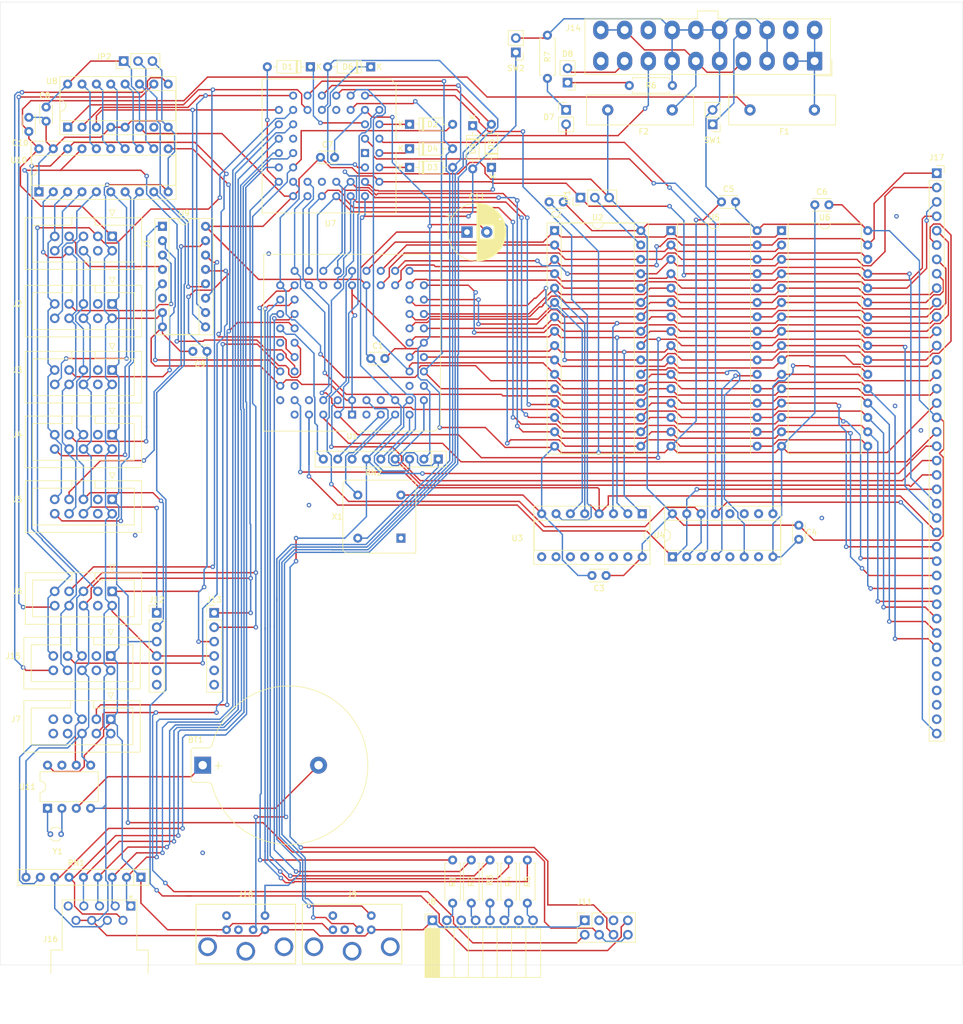
<source format=kicad_pcb>
(kicad_pcb (version 20171130) (host pcbnew 5.1.10-1.fc34)
  (layers (0 F.Cu signal) (31 B.Cu signal) (34 B.Paste user) (35 F.Paste user) (36 B.SilkS user) (37 F.SilkS user) (38 B.Mask user) (39 F.Mask user) (44 Edge.Cuts user))
  (net 0 "")
  (net 1 GND)
  (net 2 VCC)
  (net 3 3V3)
  (net 4 SDA_IN)
  (net 5 SDA)
  (net 6 SCL)
  (net 7 SCL_IN)
  (net 8 KBCLK)
  (net 9 KBCLK_IN)
  (net 10 MSCLK)
  (net 11 MSCLK_IN)
  (net 12 KBDATA_IN)
  (net 13 KBDATA)
  (net 14 MSDATA)
  (net 15 MSDATA_IN)
  (net 16 "Net-(D7-Pad2)")
  (net 17 "Net-(D7-Pad1)")
  (net 18 "Net-(D8-Pad1)")
  (net 19 "Net-(D8-Pad2)")
  (net 20 RESET)
  (net 21 3V3_UF)
  (net 22 VCC_UF)
  (net 23 CS0_3)
  (net 24 MOSI_3)
  (net 25 SDA3_LINE)
  (net 26 SCK_3)
  (net 27 MISO0)
  (net 28 SCL3_LINE)
  (net 29 DC)
  (net 30 MISO1)
  (net 31 CS1_3)
  (net 32 CS2_3)
  (net 33 MISO2)
  (net 34 MISO3)
  (net 35 CS3_3)
  (net 36 CS4_3)
  (net 37 MISO4)
  (net 38 CS5)
  (net 39 MOSI)
  (net 40 SCK)
  (net 41 MISO5)
  (net 42 TX_1)
  (net 43 RX_1)
  (net 44 "Net-(J8-Pad2)")
  (net 45 "Net-(J8-Pad4)")
  (net 46 "Net-(J8-Pad5)")
  (net 47 "Net-(J8-Pad6)")
  (net 48 "Net-(J8-Pad8)")
  (net 49 TX_1_3)
  (net 50 "Net-(J14-Pad14)")
  (net 51 MISO6)
  (net 52 CS6)
  (net 53 UP)
  (net 54 DOWN)
  (net 55 LEFT)
  (net 56 RIGHT)
  (net 57 FIRE)
  (net 58 FIRE2)
  (net 59 A15)
  (net 60 A14)
  (net 61 A13)
  (net 62 A12)
  (net 63 A11)
  (net 64 A10)
  (net 65 A9)
  (net 66 A8)
  (net 67 A7)
  (net 68 A6)
  (net 69 A5)
  (net 70 A4)
  (net 71 A3)
  (net 72 A2)
  (net 73 A1)
  (net 74 A0)
  (net 75 M1)
  (net 76 CLK)
  (net 77 INT)
  (net 78 MREQ)
  (net 79 WR)
  (net 80 RD)
  (net 81 IORQ)
  (net 82 D0)
  (net 83 D1)
  (net 84 D2)
  (net 85 D3)
  (net 86 D4)
  (net 87 D5)
  (net 88 D6)
  (net 89 D7)
  (net 90 EXTMEM)
  (net 91 "Net-(JP1-Pad2)")
  (net 92 "Net-(JP2-Pad2)")
  (net 93 RTS_0)
  (net 94 RX_0)
  (net 95 TX_0)
  (net 96 CTS_0)
  (net 97 DCD_0)
  (net 98 "Net-(RN2-Pad2)")
  (net 99 "Net-(RN2-Pad3)")
  (net 100 "Net-(RN2-Pad5)")
  (net 101 "Net-(RN2-Pad7)")
  (net 102 "Net-(RN2-Pad8)")
  (net 103 DREQ0)
  (net 104 CLKIN)
  (net 105 A16)
  (net 106 A17)
  (net 107 A18)
  (net 108 A19)
  (net 109 MISO)
  (net 110 "Net-(U2-Pad22)")
  (net 111 HIRAM)
  (net 112 ROMEN)
  (net 113 LORAM)
  (net 114 CS0)
  (net 115 CS1)
  (net 116 CS2)
  (net 117 CS3)
  (net 118 CS4)
  (net 119 CSEL0)
  (net 120 CSEL1)
  (net 121 CSEL2)
  (net 122 "Net-(U3-Pad7)")
  (net 123 "Net-(BT1-Pad1)")
  (net 124 "Net-(U11-Pad1)")
  (net 125 "Net-(U11-Pad2)")
  (module Resistor_THT:R_Array_SIP9 (layer F.Cu) (at 125.222 105.918 180)
    (fp_text reference RN2 (at 11.43 -2.4) (layer F.SilkS))
    (fp_text value 10K)
    (pad 1 thru_hole rect (at 0 0 180) (size 1.6 1.6) (drill 0.8) (layers *.Cu *.Mask) (net 2 VCC))
    (pad 2 thru_hole oval (at 2.54 0 180) (size 1.6 1.6) (drill 0.8) (layers *.Cu *.Mask) (net 98 "Net-(RN2-Pad2)"))
    (pad 3 thru_hole oval (at 5.08 0 180) (size 1.6 1.6) (drill 0.8) (layers *.Cu *.Mask) (net 99 "Net-(RN2-Pad3)"))
    (pad 4 thru_hole oval (at 7.62 0 180) (size 1.6 1.6) (drill 0.8) (layers *.Cu *.Mask) (net 77 INT))
    (pad 5 thru_hole oval (at 10.16 0 180) (size 1.6 1.6) (drill 0.8) (layers *.Cu *.Mask) (net 100 "Net-(RN2-Pad5)"))
    (pad 6 thru_hole oval (at 12.7 0 180) (size 1.6 1.6) (drill 0.8) (layers *.Cu *.Mask) (net 20 RESET))
    (pad 7 thru_hole oval (at 15.24 0 180) (size 1.6 1.6) (drill 0.8) (layers *.Cu *.Mask) (net 101 "Net-(RN2-Pad7)"))
    (pad 8 thru_hole oval (at 17.78 0 180) (size 1.6 1.6) (drill 0.8) (layers *.Cu *.Mask) (net 102 "Net-(RN2-Pad8)"))
    (pad 9 thru_hole oval (at 20.32 0 180) (size 1.6 1.6) (drill 0.8) (layers *.Cu *.Mask) (net 103 DREQ0))
  )
  (module Oscillator:Oscillator_DIP-8 (layer F.Cu) (at 118.618 119.888 90)
    (fp_text reference X1 (at 3.81 -11.26 180) (layer F.SilkS))
    (fp_text value CXO_DIP8)
    (pad 1 thru_hole rect (at 0 0 90) (size 1.6 1.6) (drill 0.8) (layers *.Cu *.Mask))
    (pad 8 thru_hole circle (at 0 -7.62 90) (size 1.6 1.6) (drill 0.8) (layers *.Cu *.Mask) (net 2 VCC))
    (pad 5 thru_hole circle (at 7.62 -7.62 90) (size 1.6 1.6) (drill 0.8) (layers *.Cu *.Mask) (net 104 CLKIN))
    (pad 4 thru_hole circle (at 7.62 0 90) (size 1.6 1.6) (drill 0.8) (layers *.Cu *.Mask) (net 1 GND))
  )
  (module Connector_IDC:IDC-Header_2x05_P2.54mm_Vertical (layer F.Cu) (at 67.564 113.03 270)
    (fp_text reference J5 (at 0 16.764 180) (layer F.SilkS))
    (fp_text value Conn_02x05_Odd_Even)
    (pad 10 thru_hole circle (at 2.54 10.16 270) (size 1.7 1.7) (drill 1) (layers *.Cu *.Mask) (net 36 CS4_3))
    (pad 8 thru_hole circle (at 2.54 7.62 270) (size 1.7 1.7) (drill 1) (layers *.Cu *.Mask) (net 24 MOSI_3))
    (pad 6 thru_hole circle (at 2.54 5.08 270) (size 1.7 1.7) (drill 1) (layers *.Cu *.Mask) (net 25 SDA3_LINE))
    (pad 4 thru_hole circle (at 2.54 2.54 270) (size 1.7 1.7) (drill 1) (layers *.Cu *.Mask))
    (pad 2 thru_hole circle (at 2.54 0 270) (size 1.7 1.7) (drill 1) (layers *.Cu *.Mask) (net 1 GND))
    (pad 9 thru_hole circle (at 0 10.16 270) (size 1.7 1.7) (drill 1) (layers *.Cu *.Mask) (net 26 SCK_3))
    (pad 7 thru_hole circle (at 0 7.62 270) (size 1.7 1.7) (drill 1) (layers *.Cu *.Mask) (net 37 MISO4))
    (pad 5 thru_hole circle (at 0 5.08 270) (size 1.7 1.7) (drill 1) (layers *.Cu *.Mask) (net 28 SCL3_LINE))
    (pad 3 thru_hole circle (at 0 2.54 270) (size 1.7 1.7) (drill 1) (layers *.Cu *.Mask))
    (pad 1 thru_hole roundrect (at 0 0 270) (size 1.7 1.7) (drill 1) (layers *.Cu *.Mask) (roundrect_rratio 0.147059) (net 3 3V3))
  )
  (module Capacitor_THT:C_Disc_D3.0mm_W2.0mm_P2.50mm (layer F.Cu) (at 113.284 88.138)
    (fp_text reference C1 (at 1.25 -2.25) (layer F.SilkS))
    (fp_text value 0.1uF)
    (pad 2 thru_hole circle (at 2.5 0) (size 1.6 1.6) (drill 0.8) (layers *.Cu *.Mask) (net 1 GND))
    (pad 1 thru_hole circle (at 0 0) (size 1.6 1.6) (drill 0.8) (layers *.Cu *.Mask) (net 2 VCC))
  )
  (module Capacitor_THT:C_Disc_D3.0mm_W2.0mm_P2.50mm (layer F.Cu) (at 147.32 60.452 180)
    (fp_text reference C2 (at 1.25 -2.25) (layer F.SilkS))
    (fp_text value 0.1uF)
    (pad 1 thru_hole circle (at 0 0 180) (size 1.6 1.6) (drill 0.8) (layers *.Cu *.Mask) (net 2 VCC))
    (pad 2 thru_hole circle (at 2.5 0 180) (size 1.6 1.6) (drill 0.8) (layers *.Cu *.Mask) (net 1 GND))
  )
  (module Capacitor_THT:C_Disc_D3.0mm_W2.0mm_P2.50mm (layer F.Cu) (at 154.9 126.492 180)
    (fp_text reference C3 (at 1.25 -2.25) (layer F.SilkS))
    (fp_text value 0.1uF)
    (pad 2 thru_hole circle (at 2.5 0 180) (size 1.6 1.6) (drill 0.8) (layers *.Cu *.Mask) (net 1 GND))
    (pad 1 thru_hole circle (at 0 0 180) (size 1.6 1.6) (drill 0.8) (layers *.Cu *.Mask) (net 2 VCC))
  )
  (module Capacitor_THT:C_Disc_D3.0mm_W2.0mm_P2.50mm (layer F.Cu) (at 188.976 117.602 270)
    (fp_text reference C4 (at 1.25 -2.25 180) (layer F.SilkS))
    (fp_text value 0.1uF)
    (pad 1 thru_hole circle (at 0 0 270) (size 1.6 1.6) (drill 0.8) (layers *.Cu *.Mask) (net 2 VCC))
    (pad 2 thru_hole circle (at 2.5 0 270) (size 1.6 1.6) (drill 0.8) (layers *.Cu *.Mask) (net 1 GND))
  )
  (module Capacitor_THT:C_Disc_D3.0mm_W2.0mm_P2.50mm (layer F.Cu) (at 177.8 60.452 180)
    (fp_text reference C5 (at 1.25 2.286) (layer F.SilkS))
    (fp_text value 0.1uF)
    (pad 2 thru_hole circle (at 2.5 0 180) (size 1.6 1.6) (drill 0.8) (layers *.Cu *.Mask) (net 1 GND))
    (pad 1 thru_hole circle (at 0 0 180) (size 1.6 1.6) (drill 0.8) (layers *.Cu *.Mask) (net 2 VCC))
  )
  (module Capacitor_THT:C_Disc_D3.0mm_W2.0mm_P2.50mm (layer F.Cu) (at 194.31 60.96 180)
    (fp_text reference C6 (at 1.25 2.286) (layer F.SilkS))
    (fp_text value 0.1uF)
    (pad 1 thru_hole circle (at 0 0 180) (size 1.6 1.6) (drill 0.8) (layers *.Cu *.Mask) (net 2 VCC))
    (pad 2 thru_hole circle (at 2.5 0 180) (size 1.6 1.6) (drill 0.8) (layers *.Cu *.Mask) (net 1 GND))
  )
  (module Capacitor_THT:C_Disc_D3.0mm_W2.0mm_P2.50mm (layer F.Cu) (at 104.394 52.578)
    (fp_text reference C7 (at 1.25 -2.25) (layer F.SilkS))
    (fp_text value 0.1uF)
    (pad 2 thru_hole circle (at 2.5 0) (size 1.6 1.6) (drill 0.8) (layers *.Cu *.Mask) (net 1 GND))
    (pad 1 thru_hole circle (at 0 0) (size 1.6 1.6) (drill 0.8) (layers *.Cu *.Mask) (net 2 VCC))
  )
  (module Capacitor_THT:C_Disc_D3.0mm_W2.0mm_P2.50mm (layer F.Cu) (at 55.88 43.688 270)
    (fp_text reference C8 (at -2.032 0.254 180) (layer F.SilkS))
    (fp_text value 0.1uF)
    (pad 1 thru_hole circle (at 0 0 270) (size 1.6 1.6) (drill 0.8) (layers *.Cu *.Mask) (net 2 VCC))
    (pad 2 thru_hole circle (at 2.5 0 270) (size 1.6 1.6) (drill 0.8) (layers *.Cu *.Mask) (net 1 GND))
  )
  (module Capacitor_THT:C_Disc_D3.0mm_W2.0mm_P2.50mm (layer F.Cu) (at 84.328 86.868 180)
    (fp_text reference C9 (at 1.25 -2.25) (layer F.SilkS))
    (fp_text value 0.1uF)
    (pad 2 thru_hole circle (at 2.5 0 180) (size 1.6 1.6) (drill 0.8) (layers *.Cu *.Mask) (net 1 GND))
    (pad 1 thru_hole circle (at 0 0 180) (size 1.6 1.6) (drill 0.8) (layers *.Cu *.Mask) (net 2 VCC))
  )
  (module Capacitor_THT:C_Disc_D3.0mm_W2.0mm_P2.50mm (layer F.Cu) (at 52.832 48.006 90)
    (fp_text reference C10 (at -2.032 -1.524 180) (layer F.SilkS))
    (fp_text value 0.1uF)
    (pad 1 thru_hole circle (at 0 0 90) (size 1.6 1.6) (drill 0.8) (layers *.Cu *.Mask) (net 3 3V3))
    (pad 2 thru_hole circle (at 2.5 0 90) (size 1.6 1.6) (drill 0.8) (layers *.Cu *.Mask) (net 1 GND))
  )
  (module Diode_THT:D_DO-35_SOD27_P7.62mm_Horizontal (layer F.Cu) (at 102.616 36.576 180)
    (fp_text reference D1 (at 4.064 0) (layer F.SilkS))
    (fp_text value 1N4148)
    (fp_text user K (at -1.524 0) (layer F.SilkS))
    (pad 2 thru_hole oval (at 7.62 0 180) (size 1.6 1.6) (drill 0.8) (layers *.Cu *.Mask) (net 4 SDA_IN))
    (pad 1 thru_hole rect (at 0 0 180) (size 1.6 1.6) (drill 0.8) (layers *.Cu *.Mask) (net 5 SDA))
  )
  (module Diode_THT:D_DO-35_SOD27_P7.62mm_Horizontal (layer F.Cu) (at 120.142 46.736)
    (fp_text reference D2 (at 4.064 0) (layer F.SilkS))
    (fp_text value 1N4148)
    (fp_text user K (at -1.524 0) (layer F.SilkS))
    (pad 1 thru_hole rect (at 0 0) (size 1.6 1.6) (drill 0.8) (layers *.Cu *.Mask) (net 6 SCL))
    (pad 2 thru_hole oval (at 7.62 0) (size 1.6 1.6) (drill 0.8) (layers *.Cu *.Mask) (net 7 SCL_IN))
  )
  (module Diode_THT:D_DO-35_SOD27_P7.62mm_Horizontal (layer F.Cu) (at 120.142 54.356)
    (fp_text reference D3 (at 4.064 0) (layer F.SilkS))
    (fp_text value 1N4148)
    (fp_text user K (at -1.524 0) (layer F.SilkS))
    (pad 1 thru_hole rect (at 0 0) (size 1.6 1.6) (drill 0.8) (layers *.Cu *.Mask) (net 8 KBCLK))
    (pad 2 thru_hole oval (at 7.62 0) (size 1.6 1.6) (drill 0.8) (layers *.Cu *.Mask) (net 9 KBCLK_IN))
  )
  (module Diode_THT:D_DO-35_SOD27_P7.62mm_Horizontal (layer F.Cu) (at 120.142 51.054)
    (fp_text reference D4 (at 4.064 0) (layer F.SilkS))
    (fp_text value 1N4148)
    (fp_text user K (at -1.524 0) (layer F.SilkS))
    (pad 1 thru_hole rect (at 0 0) (size 1.6 1.6) (drill 0.8) (layers *.Cu *.Mask) (net 10 MSCLK))
    (pad 2 thru_hole oval (at 7.62 0) (size 1.6 1.6) (drill 0.8) (layers *.Cu *.Mask) (net 11 MSCLK_IN))
  )
  (module Diode_THT:D_DO-35_SOD27_P7.62mm_Horizontal (layer F.Cu) (at 134.62 54.356 90)
    (fp_text reference D5 (at 4.064 0 90) (layer F.SilkS))
    (fp_text value 1N4148)
    (fp_text user K (at -1.524 0.254 90) (layer F.SilkS))
    (pad 2 thru_hole oval (at 7.62 0 90) (size 1.6 1.6) (drill 0.8) (layers *.Cu *.Mask) (net 12 KBDATA_IN))
    (pad 1 thru_hole rect (at 0 0 90) (size 1.6 1.6) (drill 0.8) (layers *.Cu *.Mask) (net 13 KBDATA))
  )
  (module Diode_THT:D_DO-35_SOD27_P7.62mm_Horizontal (layer F.Cu) (at 113.284 36.576 180)
    (fp_text reference D6 (at 4.064 0) (layer F.SilkS))
    (fp_text value 1N4148)
    (fp_text user K (at -1.524 0) (layer F.SilkS))
    (pad 1 thru_hole rect (at 0 0 180) (size 1.6 1.6) (drill 0.8) (layers *.Cu *.Mask) (net 14 MSDATA))
    (pad 2 thru_hole oval (at 7.62 0 180) (size 1.6 1.6) (drill 0.8) (layers *.Cu *.Mask) (net 15 MSDATA_IN))
  )
  (module Connector_PinHeader_2.54mm:PinHeader_1x02_P2.54mm_Vertical (layer F.Cu) (at 147.828 44.196)
    (fp_text reference D7 (at -3.048 1.27) (layer F.SilkS))
    (fp_text value LED)
    (pad 2 thru_hole oval (at 0 2.54) (size 1.7 1.7) (drill 1) (layers *.Cu *.Mask) (net 16 "Net-(D7-Pad2)"))
    (pad 1 thru_hole rect (at 0 0) (size 1.7 1.7) (drill 1) (layers *.Cu *.Mask) (net 17 "Net-(D7-Pad1)"))
  )
  (module Connector_PinHeader_2.54mm:PinHeader_1x02_P2.54mm_Vertical (layer F.Cu) (at 148.082 39.37 180)
    (fp_text reference D8 (at 0 5.08) (layer F.SilkS))
    (fp_text value LED)
    (pad 1 thru_hole rect (at 0 0 180) (size 1.7 1.7) (drill 1) (layers *.Cu *.Mask) (net 18 "Net-(D8-Pad1)"))
    (pad 2 thru_hole oval (at 0 2.54 180) (size 1.7 1.7) (drill 1) (layers *.Cu *.Mask) (net 19 "Net-(D8-Pad2)"))
  )
  (module Diode_THT:D_DO-35_SOD27_P7.62mm_Horizontal (layer F.Cu) (at 131.318 46.99 270)
    (fp_text reference D9 (at 4.064 0 90) (layer F.SilkS))
    (fp_text value 1N4148)
    (fp_text user K (at -1.524 0 90) (layer F.SilkS))
    (pad 2 thru_hole oval (at 7.62 0 270) (size 1.6 1.6) (drill 0.8) (layers *.Cu *.Mask) (net 20 RESET))
    (pad 1 thru_hole rect (at 0 0 270) (size 1.6 1.6) (drill 0.8) (layers *.Cu *.Mask) (net 16 "Net-(D7-Pad2)"))
  )
  (module Fuse:Fuse_Littelfuse-LVR100 (layer F.Cu) (at 180.34 44.196)
    (fp_text reference F1 (at 6.096 3.81) (layer F.SilkS))
    (fp_text value Polyfuse)
    (pad 1 thru_hole circle (at 0 0) (size 2 2) (drill 1) (layers *.Cu *.Mask) (net 3 3V3))
    (pad 2 thru_hole circle (at 11.4 0) (size 2 2) (drill 1) (layers *.Cu *.Mask) (net 21 3V3_UF))
  )
  (module Fuse:Fuse_Littelfuse-LVR100 (layer F.Cu) (at 155.194 44.196)
    (fp_text reference F2 (at 6.35 3.81) (layer F.SilkS))
    (fp_text value Polyfuse)
    (pad 2 thru_hole circle (at 11.4 0) (size 2 2) (drill 1) (layers *.Cu *.Mask) (net 22 VCC_UF))
    (pad 1 thru_hole circle (at 0 0) (size 2 2) (drill 1) (layers *.Cu *.Mask) (net 2 VCC))
  )
  (module Connector_IDC:IDC-Header_2x05_P2.54mm_Vertical (layer F.Cu) (at 67.564 66.548 270)
    (fp_text reference J1 (at 1.27 -6.1 90) (layer F.SilkS))
    (fp_text value Conn_02x05_Odd_Even)
    (pad 10 thru_hole circle (at 2.54 10.16 270) (size 1.7 1.7) (drill 1) (layers *.Cu *.Mask) (net 23 CS0_3))
    (pad 8 thru_hole circle (at 2.54 7.62 270) (size 1.7 1.7) (drill 1) (layers *.Cu *.Mask) (net 24 MOSI_3))
    (pad 6 thru_hole circle (at 2.54 5.08 270) (size 1.7 1.7) (drill 1) (layers *.Cu *.Mask) (net 25 SDA3_LINE))
    (pad 4 thru_hole circle (at 2.54 2.54 270) (size 1.7 1.7) (drill 1) (layers *.Cu *.Mask))
    (pad 2 thru_hole circle (at 2.54 0 270) (size 1.7 1.7) (drill 1) (layers *.Cu *.Mask) (net 1 GND))
    (pad 9 thru_hole circle (at 0 10.16 270) (size 1.7 1.7) (drill 1) (layers *.Cu *.Mask) (net 26 SCK_3))
    (pad 7 thru_hole circle (at 0 7.62 270) (size 1.7 1.7) (drill 1) (layers *.Cu *.Mask) (net 27 MISO0))
    (pad 5 thru_hole circle (at 0 5.08 270) (size 1.7 1.7) (drill 1) (layers *.Cu *.Mask) (net 28 SCL3_LINE))
    (pad 3 thru_hole circle (at 0 2.54 270) (size 1.7 1.7) (drill 1) (layers *.Cu *.Mask) (net 29 DC))
    (pad 1 thru_hole roundrect (at 0 0 270) (size 1.7 1.7) (drill 1) (layers *.Cu *.Mask) (roundrect_rratio 0.147059) (net 3 3V3))
  )
  (module Connector_IDC:IDC-Header_2x05_P2.54mm_Vertical (layer F.Cu) (at 67.564 78.486 270)
    (fp_text reference J2 (at 0 16.764 180) (layer F.SilkS))
    (fp_text value Conn_02x05_Odd_Even)
    (pad 1 thru_hole roundrect (at 0 0 270) (size 1.7 1.7) (drill 1) (layers *.Cu *.Mask) (roundrect_rratio 0.147059) (net 3 3V3))
    (pad 3 thru_hole circle (at 0 2.54 270) (size 1.7 1.7) (drill 1) (layers *.Cu *.Mask))
    (pad 5 thru_hole circle (at 0 5.08 270) (size 1.7 1.7) (drill 1) (layers *.Cu *.Mask) (net 28 SCL3_LINE))
    (pad 7 thru_hole circle (at 0 7.62 270) (size 1.7 1.7) (drill 1) (layers *.Cu *.Mask) (net 30 MISO1))
    (pad 9 thru_hole circle (at 0 10.16 270) (size 1.7 1.7) (drill 1) (layers *.Cu *.Mask) (net 26 SCK_3))
    (pad 2 thru_hole circle (at 2.54 0 270) (size 1.7 1.7) (drill 1) (layers *.Cu *.Mask) (net 1 GND))
    (pad 4 thru_hole circle (at 2.54 2.54 270) (size 1.7 1.7) (drill 1) (layers *.Cu *.Mask))
    (pad 6 thru_hole circle (at 2.54 5.08 270) (size 1.7 1.7) (drill 1) (layers *.Cu *.Mask) (net 25 SDA3_LINE))
    (pad 8 thru_hole circle (at 2.54 7.62 270) (size 1.7 1.7) (drill 1) (layers *.Cu *.Mask) (net 24 MOSI_3))
    (pad 10 thru_hole circle (at 2.54 10.16 270) (size 1.7 1.7) (drill 1) (layers *.Cu *.Mask) (net 31 CS1_3))
  )
  (module Connector_IDC:IDC-Header_2x05_P2.54mm_Vertical (layer F.Cu) (at 67.564 90.17 270)
    (fp_text reference J3 (at 0 16.764 180) (layer F.SilkS))
    (fp_text value Conn_02x05_Odd_Even)
    (pad 10 thru_hole circle (at 2.54 10.16 270) (size 1.7 1.7) (drill 1) (layers *.Cu *.Mask) (net 32 CS2_3))
    (pad 8 thru_hole circle (at 2.54 7.62 270) (size 1.7 1.7) (drill 1) (layers *.Cu *.Mask) (net 24 MOSI_3))
    (pad 6 thru_hole circle (at 2.54 5.08 270) (size 1.7 1.7) (drill 1) (layers *.Cu *.Mask) (net 25 SDA3_LINE))
    (pad 4 thru_hole circle (at 2.54 2.54 270) (size 1.7 1.7) (drill 1) (layers *.Cu *.Mask))
    (pad 2 thru_hole circle (at 2.54 0 270) (size 1.7 1.7) (drill 1) (layers *.Cu *.Mask) (net 1 GND))
    (pad 9 thru_hole circle (at 0 10.16 270) (size 1.7 1.7) (drill 1) (layers *.Cu *.Mask) (net 26 SCK_3))
    (pad 7 thru_hole circle (at 0 7.62 270) (size 1.7 1.7) (drill 1) (layers *.Cu *.Mask) (net 33 MISO2))
    (pad 5 thru_hole circle (at 0 5.08 270) (size 1.7 1.7) (drill 1) (layers *.Cu *.Mask) (net 28 SCL3_LINE))
    (pad 3 thru_hole circle (at 0 2.54 270) (size 1.7 1.7) (drill 1) (layers *.Cu *.Mask))
    (pad 1 thru_hole roundrect (at 0 0 270) (size 1.7 1.7) (drill 1) (layers *.Cu *.Mask) (roundrect_rratio 0.147059) (net 3 3V3))
  )
  (module Connector_IDC:IDC-Header_2x05_P2.54mm_Vertical (layer F.Cu) (at 67.564 101.6 270)
    (fp_text reference J4 (at 0 16.764 180) (layer F.SilkS))
    (fp_text value Conn_02x05_Odd_Even)
    (pad 1 thru_hole roundrect (at 0 0 270) (size 1.7 1.7) (drill 1) (layers *.Cu *.Mask) (roundrect_rratio 0.147059) (net 3 3V3))
    (pad 3 thru_hole circle (at 0 2.54 270) (size 1.7 1.7) (drill 1) (layers *.Cu *.Mask))
    (pad 5 thru_hole circle (at 0 5.08 270) (size 1.7 1.7) (drill 1) (layers *.Cu *.Mask) (net 28 SCL3_LINE))
    (pad 7 thru_hole circle (at 0 7.62 270) (size 1.7 1.7) (drill 1) (layers *.Cu *.Mask) (net 34 MISO3))
    (pad 9 thru_hole circle (at 0 10.16 270) (size 1.7 1.7) (drill 1) (layers *.Cu *.Mask) (net 26 SCK_3))
    (pad 2 thru_hole circle (at 2.54 0 270) (size 1.7 1.7) (drill 1) (layers *.Cu *.Mask) (net 1 GND))
    (pad 4 thru_hole circle (at 2.54 2.54 270) (size 1.7 1.7) (drill 1) (layers *.Cu *.Mask))
    (pad 6 thru_hole circle (at 2.54 5.08 270) (size 1.7 1.7) (drill 1) (layers *.Cu *.Mask) (net 25 SDA3_LINE))
    (pad 8 thru_hole circle (at 2.54 7.62 270) (size 1.7 1.7) (drill 1) (layers *.Cu *.Mask) (net 24 MOSI_3))
    (pad 10 thru_hole circle (at 2.54 10.16 270) (size 1.7 1.7) (drill 1) (layers *.Cu *.Mask) (net 35 CS3_3))
  )
  (module Connector_IDC:IDC-Header_2x05_P2.54mm_Vertical (layer F.Cu) (at 67.564 129.286 270)
    (fp_text reference J6 (at 0 16.764 180) (layer F.SilkS))
    (fp_text value Conn_02x05_Odd_Even)
    (pad 10 thru_hole circle (at 2.54 10.16 270) (size 1.7 1.7) (drill 1) (layers *.Cu *.Mask) (net 38 CS5))
    (pad 8 thru_hole circle (at 2.54 7.62 270) (size 1.7 1.7) (drill 1) (layers *.Cu *.Mask) (net 39 MOSI))
    (pad 6 thru_hole circle (at 2.54 5.08 270) (size 1.7 1.7) (drill 1) (layers *.Cu *.Mask) (net 4 SDA_IN))
    (pad 4 thru_hole circle (at 2.54 2.54 270) (size 1.7 1.7) (drill 1) (layers *.Cu *.Mask))
    (pad 2 thru_hole circle (at 2.54 0 270) (size 1.7 1.7) (drill 1) (layers *.Cu *.Mask) (net 1 GND))
    (pad 9 thru_hole circle (at 0 10.16 270) (size 1.7 1.7) (drill 1) (layers *.Cu *.Mask) (net 40 SCK))
    (pad 7 thru_hole circle (at 0 7.62 270) (size 1.7 1.7) (drill 1) (layers *.Cu *.Mask) (net 41 MISO5))
    (pad 5 thru_hole circle (at 0 5.08 270) (size 1.7 1.7) (drill 1) (layers *.Cu *.Mask) (net 7 SCL_IN))
    (pad 3 thru_hole circle (at 0 2.54 270) (size 1.7 1.7) (drill 1) (layers *.Cu *.Mask) (net 29 DC))
    (pad 1 thru_hole roundrect (at 0 0 270) (size 1.7 1.7) (drill 1) (layers *.Cu *.Mask) (roundrect_rratio 0.147059) (net 2 VCC))
  )
  (module Connector_IDC:IDC-Header_2x05_P2.54mm_Vertical (layer F.Cu) (at 67.31 151.892 270)
    (fp_text reference J7 (at 0 16.764 180) (layer F.SilkS))
    (fp_text value Conn_02x05_Odd_Even)
    (pad 1 thru_hole roundrect (at 0 0 270) (size 1.7 1.7) (drill 1) (layers *.Cu *.Mask) (roundrect_rratio 0.147059) (net 2 VCC))
    (pad 3 thru_hole circle (at 0 2.54 270) (size 1.7 1.7) (drill 1) (layers *.Cu *.Mask) (net 42 TX_1))
    (pad 5 thru_hole circle (at 0 5.08 270) (size 1.7 1.7) (drill 1) (layers *.Cu *.Mask) (net 7 SCL_IN))
    (pad 7 thru_hole circle (at 0 7.62 270) (size 1.7 1.7) (drill 1) (layers *.Cu *.Mask))
    (pad 9 thru_hole circle (at 0 10.16 270) (size 1.7 1.7) (drill 1) (layers *.Cu *.Mask))
    (pad 2 thru_hole circle (at 2.54 0 270) (size 1.7 1.7) (drill 1) (layers *.Cu *.Mask) (net 1 GND))
    (pad 4 thru_hole circle (at 2.54 2.54 270) (size 1.7 1.7) (drill 1) (layers *.Cu *.Mask) (net 43 RX_1))
    (pad 6 thru_hole circle (at 2.54 5.08 270) (size 1.7 1.7) (drill 1) (layers *.Cu *.Mask) (net 4 SDA_IN))
    (pad 8 thru_hole circle (at 2.54 7.62 270) (size 1.7 1.7) (drill 1) (layers *.Cu *.Mask))
    (pad 10 thru_hole circle (at 2.54 10.16 270) (size 1.7 1.7) (drill 1) (layers *.Cu *.Mask))
  )
  (module Connector_PinSocket_2.54mm:PinSocket_1x08_P2.54mm_Horizontal (layer F.Cu) (at 124.206 187.452 90)
    (fp_text reference J8 (at 3.302 -0.254 180) (layer F.SilkS))
    (fp_text value Conn_01x08)
    (pad 1 thru_hole rect (at 0 0 90) (size 1.7 1.7) (drill 1) (layers *.Cu *.Mask) (net 1 GND))
    (pad 2 thru_hole oval (at 0 2.54 90) (size 1.7 1.7) (drill 1) (layers *.Cu *.Mask) (net 44 "Net-(J8-Pad2)"))
    (pad 3 thru_hole oval (at 0 5.08 90) (size 1.7 1.7) (drill 1) (layers *.Cu *.Mask))
    (pad 4 thru_hole oval (at 0 7.62 90) (size 1.7 1.7) (drill 1) (layers *.Cu *.Mask) (net 45 "Net-(J8-Pad4)"))
    (pad 5 thru_hole oval (at 0 10.16 90) (size 1.7 1.7) (drill 1) (layers *.Cu *.Mask) (net 46 "Net-(J8-Pad5)"))
    (pad 6 thru_hole oval (at 0 12.7 90) (size 1.7 1.7) (drill 1) (layers *.Cu *.Mask) (net 47 "Net-(J8-Pad6)"))
    (pad 7 thru_hole oval (at 0 15.24 90) (size 1.7 1.7) (drill 1) (layers *.Cu *.Mask))
    (pad 8 thru_hole oval (at 0 17.78 90) (size 1.7 1.7) (drill 1) (layers *.Cu *.Mask) (net 48 "Net-(J8-Pad8)"))
  )
  (module PS2_mini_din_6:MINI-DIN-6-FULL-SHIELD (layer F.Cu) (at 109.982 197.612 180)
    (fp_text reference J9 (at 0 14.732) (layer F.SilkS))
    (fp_text value PS2-MINIDIN6-FEMALE-SINGLE hide)
    (pad 7 thru_hole circle (at 0 4.7 180) (size 3.3 3.3) (drill 2.3) (layers *.Cu *.Mask))
    (pad 1 thru_hole circle (at -1.3 8.5 180) (size 1.524 1.524) (drill 0.762) (layers *.Cu *.Mask) (net 12 KBDATA_IN))
    (pad 2 thru_hole circle (at 1.3 8.5 180) (size 1.524 1.524) (drill 0.762) (layers *.Cu *.Mask))
    (pad 5 thru_hole circle (at -3.4 11 180) (size 1.524 1.524) (drill 0.762) (layers *.Cu *.Mask) (net 9 KBCLK_IN))
    (pad 3 thru_hole circle (at -3.4 8.5 180) (size 1.524 1.524) (drill 0.762) (layers *.Cu *.Mask) (net 1 GND))
    (pad 6 thru_hole circle (at 3.4 11 180) (size 1.524 1.524) (drill 0.762) (layers *.Cu *.Mask))
    (pad 4 thru_hole circle (at 3.4 8.5 180) (size 1.524 1.524) (drill 0.762) (layers *.Cu *.Mask) (net 2 VCC))
    (pad 7 thru_hole circle (at 6.75 5.5 180) (size 3.3 3.3) (drill 2.3) (layers *.Cu *.Mask))
    (pad 7 thru_hole circle (at -6.75 5.5 180) (size 3.3 3.3) (drill 2.3) (layers *.Cu *.Mask))
  )
  (module PS2_mini_din_6:MINI-DIN-6-FULL-SHIELD (layer F.Cu) (at 91.186 197.612 180)
    (fp_text reference J10 (at 0 14.732) (layer F.SilkS))
    (fp_text value PS2-MINIDIN6-FEMALE-SINGLE hide)
    (pad 7 thru_hole circle (at -6.75 5.5 180) (size 3.3 3.3) (drill 2.3) (layers *.Cu *.Mask))
    (pad 7 thru_hole circle (at 6.75 5.5 180) (size 3.3 3.3) (drill 2.3) (layers *.Cu *.Mask))
    (pad 4 thru_hole circle (at 3.4 8.5 180) (size 1.524 1.524) (drill 0.762) (layers *.Cu *.Mask) (net 2 VCC))
    (pad 6 thru_hole circle (at 3.4 11 180) (size 1.524 1.524) (drill 0.762) (layers *.Cu *.Mask))
    (pad 3 thru_hole circle (at -3.4 8.5 180) (size 1.524 1.524) (drill 0.762) (layers *.Cu *.Mask) (net 1 GND))
    (pad 5 thru_hole circle (at -3.4 11 180) (size 1.524 1.524) (drill 0.762) (layers *.Cu *.Mask) (net 11 MSCLK_IN))
    (pad 2 thru_hole circle (at 1.3 8.5 180) (size 1.524 1.524) (drill 0.762) (layers *.Cu *.Mask))
    (pad 1 thru_hole circle (at -1.3 8.5 180) (size 1.524 1.524) (drill 0.762) (layers *.Cu *.Mask) (net 15 MSDATA_IN))
    (pad 7 thru_hole circle (at 0 4.7 180) (size 3.3 3.3) (drill 2.3) (layers *.Cu *.Mask))
  )
  (module Connector_PinSocket_2.54mm:PinSocket_2x04_P2.54mm_Vertical (layer F.Cu) (at 151.13 187.452 90)
    (fp_text reference J11 (at 3.302 0 180) (layer F.SilkS))
    (fp_text value Conn_02x04_Odd_Even)
    (pad 1 thru_hole rect (at 0 0 90) (size 1.7 1.7) (drill 1) (layers *.Cu *.Mask) (net 1 GND))
    (pad 2 thru_hole oval (at -2.54 0 90) (size 1.7 1.7) (drill 1) (layers *.Cu *.Mask) (net 43 RX_1))
    (pad 3 thru_hole oval (at 0 2.54 90) (size 1.7 1.7) (drill 1) (layers *.Cu *.Mask))
    (pad 4 thru_hole oval (at -2.54 2.54 90) (size 1.7 1.7) (drill 1) (layers *.Cu *.Mask) (net 3 3V3))
    (pad 5 thru_hole oval (at 0 5.08 90) (size 1.7 1.7) (drill 1) (layers *.Cu *.Mask))
    (pad 6 thru_hole oval (at -2.54 5.08 90) (size 1.7 1.7) (drill 1) (layers *.Cu *.Mask) (net 20 RESET))
    (pad 7 thru_hole oval (at 0 7.62 90) (size 1.7 1.7) (drill 1) (layers *.Cu *.Mask) (net 49 TX_1_3))
    (pad 8 thru_hole oval (at -2.54 7.62 90) (size 1.7 1.7) (drill 1) (layers *.Cu *.Mask) (net 3 3V3))
  )
  (module Connector_PinHeader_2.54mm:PinHeader_1x06_P2.54mm_Vertical (layer F.Cu) (at 75.438 133.096)
    (fp_text reference J12 (at 0 -2.33) (layer F.SilkS))
    (fp_text value Conn_01x06)
    (pad 1 thru_hole rect (at 0 0) (size 1.7 1.7) (drill 1) (layers *.Cu *.Mask) (net 25 SDA3_LINE))
    (pad 2 thru_hole oval (at 0 2.54) (size 1.7 1.7) (drill 1) (layers *.Cu *.Mask) (net 28 SCL3_LINE))
    (pad 3 thru_hole oval (at 0 5.08) (size 1.7 1.7) (drill 1) (layers *.Cu *.Mask) (net 3 3V3))
    (pad 4 thru_hole oval (at 0 7.62) (size 1.7 1.7) (drill 1) (layers *.Cu *.Mask) (net 1 GND))
    (pad 5 thru_hole oval (at 0 10.16) (size 1.7 1.7) (drill 1) (layers *.Cu *.Mask))
    (pad 6 thru_hole oval (at 0 12.7) (size 1.7 1.7) (drill 1) (layers *.Cu *.Mask))
  )
  (module Connector_PinHeader_2.54mm:PinHeader_1x06_P2.54mm_Vertical (layer F.Cu) (at 85.598 133.096)
    (fp_text reference J13 (at 0 -2.33) (layer F.SilkS))
    (fp_text value Conn_01x06)
    (pad 6 thru_hole oval (at 0 12.7) (size 1.7 1.7) (drill 1) (layers *.Cu *.Mask))
    (pad 5 thru_hole oval (at 0 10.16) (size 1.7 1.7) (drill 1) (layers *.Cu *.Mask))
    (pad 4 thru_hole oval (at 0 7.62) (size 1.7 1.7) (drill 1) (layers *.Cu *.Mask) (net 1 GND))
    (pad 3 thru_hole oval (at 0 5.08) (size 1.7 1.7) (drill 1) (layers *.Cu *.Mask) (net 2 VCC))
    (pad 2 thru_hole oval (at 0 2.54) (size 1.7 1.7) (drill 1) (layers *.Cu *.Mask) (net 7 SCL_IN))
    (pad 1 thru_hole rect (at 0 0) (size 1.7 1.7) (drill 1) (layers *.Cu *.Mask) (net 4 SDA_IN))
  )
  (module Connector_Molex:Molex_Mini-Fit_Jr_5566-20A_2x10_P4.20mm_Vertical (layer F.Cu) (at 191.77 35.56 180)
    (fp_text reference J14 (at 42.672 5.842) (layer F.SilkS))
    (fp_text value Conn_02x10_Top_Bottom)
    (pad 1 thru_hole roundrect (at 0 0 180) (size 2.7 3.3) (drill 1.4) (layers *.Cu *.Mask) (roundrect_rratio 0.09259299999999999) (net 21 3V3_UF))
    (pad 2 thru_hole oval (at 4.2 0 180) (size 2.7 3.3) (drill 1.4) (layers *.Cu *.Mask) (net 21 3V3_UF))
    (pad 3 thru_hole oval (at 8.4 0 180) (size 2.7 3.3) (drill 1.4) (layers *.Cu *.Mask) (net 1 GND))
    (pad 4 thru_hole oval (at 12.6 0 180) (size 2.7 3.3) (drill 1.4) (layers *.Cu *.Mask) (net 22 VCC_UF))
    (pad 5 thru_hole oval (at 16.8 0 180) (size 2.7 3.3) (drill 1.4) (layers *.Cu *.Mask) (net 1 GND))
    (pad 6 thru_hole oval (at 21 0 180) (size 2.7 3.3) (drill 1.4) (layers *.Cu *.Mask) (net 22 VCC_UF))
    (pad 7 thru_hole oval (at 25.2 0 180) (size 2.7 3.3) (drill 1.4) (layers *.Cu *.Mask) (net 1 GND))
    (pad 8 thru_hole oval (at 29.4 0 180) (size 2.7 3.3) (drill 1.4) (layers *.Cu *.Mask) (net 16 "Net-(D7-Pad2)"))
    (pad 9 thru_hole oval (at 33.6 0 180) (size 2.7 3.3) (drill 1.4) (layers *.Cu *.Mask) (net 19 "Net-(D8-Pad2)"))
    (pad 10 thru_hole oval (at 37.8 0 180) (size 2.7 3.3) (drill 1.4) (layers *.Cu *.Mask))
    (pad 11 thru_hole oval (at 0 5.5 180) (size 2.7 3.3) (drill 1.4) (layers *.Cu *.Mask) (net 21 3V3_UF))
    (pad 12 thru_hole oval (at 4.2 5.5 180) (size 2.7 3.3) (drill 1.4) (layers *.Cu *.Mask))
    (pad 13 thru_hole oval (at 8.4 5.5 180) (size 2.7 3.3) (drill 1.4) (layers *.Cu *.Mask) (net 1 GND))
    (pad 14 thru_hole oval (at 12.6 5.5 180) (size 2.7 3.3) (drill 1.4) (layers *.Cu *.Mask) (net 50 "Net-(J14-Pad14)"))
    (pad 15 thru_hole oval (at 16.8 5.5 180) (size 2.7 3.3) (drill 1.4) (layers *.Cu *.Mask) (net 1 GND))
    (pad 16 thru_hole oval (at 21 5.5 180) (size 2.7 3.3) (drill 1.4) (layers *.Cu *.Mask) (net 1 GND))
    (pad 17 thru_hole oval (at 25.2 5.5 180) (size 2.7 3.3) (drill 1.4) (layers *.Cu *.Mask) (net 1 GND))
    (pad 18 thru_hole oval (at 29.4 5.5 180) (size 2.7 3.3) (drill 1.4) (layers *.Cu *.Mask))
    (pad 19 thru_hole oval (at 33.6 5.5 180) (size 2.7 3.3) (drill 1.4) (layers *.Cu *.Mask) (net 22 VCC_UF))
    (pad 20 thru_hole oval (at 37.8 5.5 180) (size 2.7 3.3) (drill 1.4) (layers *.Cu *.Mask) (net 22 VCC_UF))
  )
  (module Connector_IDC:IDC-Header_2x05_P2.54mm_Vertical (layer F.Cu) (at 67.31 140.716 270)
    (fp_text reference J15 (at 0 17.272 180) (layer F.SilkS))
    (fp_text value Conn_02x05_Odd_Even)
    (pad 1 thru_hole roundrect (at 0 0 270) (size 1.7 1.7) (drill 1) (layers *.Cu *.Mask) (roundrect_rratio 0.147059) (net 2 VCC))
    (pad 3 thru_hole circle (at 0 2.54 270) (size 1.7 1.7) (drill 1) (layers *.Cu *.Mask))
    (pad 5 thru_hole circle (at 0 5.08 270) (size 1.7 1.7) (drill 1) (layers *.Cu *.Mask) (net 7 SCL_IN))
    (pad 7 thru_hole circle (at 0 7.62 270) (size 1.7 1.7) (drill 1) (layers *.Cu *.Mask) (net 51 MISO6))
    (pad 9 thru_hole circle (at 0 10.16 270) (size 1.7 1.7) (drill 1) (layers *.Cu *.Mask) (net 40 SCK))
    (pad 2 thru_hole circle (at 2.54 0 270) (size 1.7 1.7) (drill 1) (layers *.Cu *.Mask) (net 1 GND))
    (pad 4 thru_hole circle (at 2.54 2.54 270) (size 1.7 1.7) (drill 1) (layers *.Cu *.Mask))
    (pad 6 thru_hole circle (at 2.54 5.08 270) (size 1.7 1.7) (drill 1) (layers *.Cu *.Mask) (net 4 SDA_IN))
    (pad 8 thru_hole circle (at 2.54 7.62 270) (size 1.7 1.7) (drill 1) (layers *.Cu *.Mask) (net 39 MOSI))
    (pad 10 thru_hole circle (at 2.54 10.16 270) (size 1.7 1.7) (drill 1) (layers *.Cu *.Mask) (net 52 CS6))
  )
  (module Connector_PinSocket_2.54mm:PinSocket_1x40_P2.54mm_Vertical (layer F.Cu) (at 213.36 55.372)
    (fp_text reference J17 (at 0 -2.77) (layer F.SilkS))
    (fp_text value Conn_01x40)
    (pad 1 thru_hole rect (at 0 0) (size 1.7 1.7) (drill 1) (layers *.Cu *.Mask) (net 59 A15))
    (pad 2 thru_hole oval (at 0 2.54) (size 1.7 1.7) (drill 1) (layers *.Cu *.Mask) (net 60 A14))
    (pad 3 thru_hole oval (at 0 5.08) (size 1.7 1.7) (drill 1) (layers *.Cu *.Mask) (net 61 A13))
    (pad 4 thru_hole oval (at 0 7.62) (size 1.7 1.7) (drill 1) (layers *.Cu *.Mask) (net 62 A12))
    (pad 5 thru_hole oval (at 0 10.16) (size 1.7 1.7) (drill 1) (layers *.Cu *.Mask) (net 63 A11))
    (pad 6 thru_hole oval (at 0 12.7) (size 1.7 1.7) (drill 1) (layers *.Cu *.Mask) (net 64 A10))
    (pad 7 thru_hole oval (at 0 15.24) (size 1.7 1.7) (drill 1) (layers *.Cu *.Mask) (net 65 A9))
    (pad 8 thru_hole oval (at 0 17.78) (size 1.7 1.7) (drill 1) (layers *.Cu *.Mask) (net 66 A8))
    (pad 9 thru_hole oval (at 0 20.32) (size 1.7 1.7) (drill 1) (layers *.Cu *.Mask) (net 67 A7))
    (pad 10 thru_hole oval (at 0 22.86) (size 1.7 1.7) (drill 1) (layers *.Cu *.Mask) (net 68 A6))
    (pad 11 thru_hole oval (at 0 25.4) (size 1.7 1.7) (drill 1) (layers *.Cu *.Mask) (net 69 A5))
    (pad 12 thru_hole oval (at 0 27.94) (size 1.7 1.7) (drill 1) (layers *.Cu *.Mask) (net 70 A4))
    (pad 13 thru_hole oval (at 0 30.48) (size 1.7 1.7) (drill 1) (layers *.Cu *.Mask) (net 71 A3))
    (pad 14 thru_hole oval (at 0 33.02) (size 1.7 1.7) (drill 1) (layers *.Cu *.Mask) (net 72 A2))
    (pad 15 thru_hole oval (at 0 35.56) (size 1.7 1.7) (drill 1) (layers *.Cu *.Mask) (net 73 A1))
    (pad 16 thru_hole oval (at 0 38.1) (size 1.7 1.7) (drill 1) (layers *.Cu *.Mask) (net 74 A0))
    (pad 17 thru_hole oval (at 0 40.64) (size 1.7 1.7) (drill 1) (layers *.Cu *.Mask) (net 1 GND))
    (pad 18 thru_hole oval (at 0 43.18) (size 1.7 1.7) (drill 1) (layers *.Cu *.Mask) (net 2 VCC))
    (pad 19 thru_hole oval (at 0 45.72) (size 1.7 1.7) (drill 1) (layers *.Cu *.Mask) (net 75 M1))
    (pad 20 thru_hole oval (at 0 48.26) (size 1.7 1.7) (drill 1) (layers *.Cu *.Mask) (net 20 RESET))
    (pad 21 thru_hole oval (at 0 50.8) (size 1.7 1.7) (drill 1) (layers *.Cu *.Mask) (net 76 CLK))
    (pad 22 thru_hole oval (at 0 53.34) (size 1.7 1.7) (drill 1) (layers *.Cu *.Mask) (net 77 INT))
    (pad 23 thru_hole oval (at 0 55.88) (size 1.7 1.7) (drill 1) (layers *.Cu *.Mask) (net 78 MREQ))
    (pad 24 thru_hole oval (at 0 58.42) (size 1.7 1.7) (drill 1) (layers *.Cu *.Mask) (net 79 WR))
    (pad 25 thru_hole oval (at 0 60.96) (size 1.7 1.7) (drill 1) (layers *.Cu *.Mask) (net 80 RD))
    (pad 26 thru_hole oval (at 0 63.5) (size 1.7 1.7) (drill 1) (layers *.Cu *.Mask) (net 81 IORQ))
    (pad 27 thru_hole oval (at 0 66.04) (size 1.7 1.7) (drill 1) (layers *.Cu *.Mask) (net 82 D0))
    (pad 28 thru_hole oval (at 0 68.58) (size 1.7 1.7) (drill 1) (layers *.Cu *.Mask) (net 83 D1))
    (pad 29 thru_hole oval (at 0 71.12) (size 1.7 1.7) (drill 1) (layers *.Cu *.Mask) (net 84 D2))
    (pad 30 thru_hole oval (at 0 73.66) (size 1.7 1.7) (drill 1) (layers *.Cu *.Mask) (net 85 D3))
    (pad 31 thru_hole oval (at 0 76.2) (size 1.7 1.7) (drill 1) (layers *.Cu *.Mask) (net 86 D4))
    (pad 32 thru_hole oval (at 0 78.74) (size 1.7 1.7) (drill 1) (layers *.Cu *.Mask) (net 87 D5))
    (pad 33 thru_hole oval (at 0 81.28) (size 1.7 1.7) (drill 1) (layers *.Cu *.Mask) (net 88 D6))
    (pad 34 thru_hole oval (at 0 83.82) (size 1.7 1.7) (drill 1) (layers *.Cu *.Mask) (net 89 D7))
    (pad 35 thru_hole oval (at 0 86.36) (size 1.7 1.7) (drill 1) (layers *.Cu *.Mask))
    (pad 36 thru_hole oval (at 0 88.9) (size 1.7 1.7) (drill 1) (layers *.Cu *.Mask))
    (pad 37 thru_hole oval (at 0 91.44) (size 1.7 1.7) (drill 1) (layers *.Cu *.Mask))
    (pad 38 thru_hole oval (at 0 93.98) (size 1.7 1.7) (drill 1) (layers *.Cu *.Mask))
    (pad 39 thru_hole oval (at 0 96.52) (size 1.7 1.7) (drill 1) (layers *.Cu *.Mask))
    (pad 40 thru_hole oval (at 0 99.06) (size 1.7 1.7) (drill 1) (layers *.Cu *.Mask) (net 90 EXTMEM))
  )
  (module Connector_PinHeader_2.54mm:PinHeader_1x03_P2.54mm_Vertical (layer F.Cu) (at 150.368 59.69 90)
    (fp_text reference JP1 (at 0 -2.33 90) (layer F.SilkS))
    (fp_text value Jumper_NC_Dual)
    (pad 3 thru_hole oval (at 0 5.08 90) (size 1.7 1.7) (drill 1) (layers *.Cu *.Mask) (net 2 VCC))
    (pad 2 thru_hole oval (at 0 2.54 90) (size 1.7 1.7) (drill 1) (layers *.Cu *.Mask) (net 91 "Net-(JP1-Pad2)"))
    (pad 1 thru_hole rect (at 0 0 90) (size 1.7 1.7) (drill 1) (layers *.Cu *.Mask) (net 79 WR))
  )
  (module Connector_PinHeader_2.54mm:PinHeader_1x03_P2.54mm_Vertical (layer F.Cu) (at 69.596 35.56 90)
    (fp_text reference JP2 (at 0.762 -3.556 180) (layer F.SilkS))
    (fp_text value Jumper_NC_Dual)
    (pad 1 thru_hole rect (at 0 0 90) (size 1.7 1.7) (drill 1) (layers *.Cu *.Mask) (net 2 VCC))
    (pad 2 thru_hole oval (at 0 2.54 90) (size 1.7 1.7) (drill 1) (layers *.Cu *.Mask) (net 92 "Net-(JP2-Pad2)"))
    (pad 3 thru_hole oval (at 0 5.08 90) (size 1.7 1.7) (drill 1) (layers *.Cu *.Mask) (net 1 GND))
  )
  (module Resistor_THT:R_Axial_DIN0207_L6.3mm_D2.5mm_P7.62mm_Horizontal (layer F.Cu) (at 127.762 184.404 90)
    (fp_text reference R1 (at 3.81 0 90) (layer F.SilkS))
    (fp_text value 470)
    (pad 1 thru_hole circle (at 0 0 90) (size 1.6 1.6) (drill 0.8) (layers *.Cu *.Mask) (net 44 "Net-(J8-Pad2)"))
    (pad 2 thru_hole oval (at 7.62 0 90) (size 1.6 1.6) (drill 0.8) (layers *.Cu *.Mask) (net 93 RTS_0))
  )
  (module Resistor_THT:R_Axial_DIN0207_L6.3mm_D2.5mm_P7.62mm_Horizontal (layer F.Cu) (at 131.064 184.404 90)
    (fp_text reference R2 (at 3.81 0 90) (layer F.SilkS))
    (fp_text value 470)
    (pad 2 thru_hole oval (at 7.62 0 90) (size 1.6 1.6) (drill 0.8) (layers *.Cu *.Mask) (net 94 RX_0))
    (pad 1 thru_hole circle (at 0 0 90) (size 1.6 1.6) (drill 0.8) (layers *.Cu *.Mask) (net 45 "Net-(J8-Pad4)"))
  )
  (module Resistor_THT:R_Axial_DIN0207_L6.3mm_D2.5mm_P7.62mm_Horizontal (layer F.Cu) (at 134.366 184.404 90)
    (fp_text reference R3 (at 4.064 0 90) (layer F.SilkS))
    (fp_text value 470)
    (pad 1 thru_hole circle (at 0 0 90) (size 1.6 1.6) (drill 0.8) (layers *.Cu *.Mask) (net 46 "Net-(J8-Pad5)"))
    (pad 2 thru_hole oval (at 7.62 0 90) (size 1.6 1.6) (drill 0.8) (layers *.Cu *.Mask) (net 95 TX_0))
  )
  (module Resistor_THT:R_Axial_DIN0207_L6.3mm_D2.5mm_P7.62mm_Horizontal (layer F.Cu) (at 137.668 184.404 90)
    (fp_text reference R4 (at 3.81 0 90) (layer F.SilkS))
    (fp_text value 470)
    (pad 2 thru_hole oval (at 7.62 0 90) (size 1.6 1.6) (drill 0.8) (layers *.Cu *.Mask) (net 96 CTS_0))
    (pad 1 thru_hole circle (at 0 0 90) (size 1.6 1.6) (drill 0.8) (layers *.Cu *.Mask) (net 47 "Net-(J8-Pad6)"))
  )
  (module Resistor_THT:R_Axial_DIN0207_L6.3mm_D2.5mm_P7.62mm_Horizontal (layer F.Cu) (at 140.97 184.404 90)
    (fp_text reference R5 (at 3.81 0 90) (layer F.SilkS))
    (fp_text value 470)
    (pad 1 thru_hole circle (at 0 0 90) (size 1.6 1.6) (drill 0.8) (layers *.Cu *.Mask) (net 48 "Net-(J8-Pad8)"))
    (pad 2 thru_hole oval (at 7.62 0 90) (size 1.6 1.6) (drill 0.8) (layers *.Cu *.Mask) (net 97 DCD_0))
  )
  (module Resistor_THT:R_Axial_DIN0207_L6.3mm_D2.5mm_P7.62mm_Horizontal (layer F.Cu) (at 159.004 39.878)
    (fp_text reference R6 (at 3.81 0) (layer F.SilkS))
    (fp_text value 470)
    (pad 1 thru_hole circle (at 0 0) (size 1.6 1.6) (drill 0.8) (layers *.Cu *.Mask) (net 18 "Net-(D8-Pad1)"))
    (pad 2 thru_hole oval (at 7.62 0) (size 1.6 1.6) (drill 0.8) (layers *.Cu *.Mask) (net 1 GND))
  )
  (module Resistor_THT:R_Axial_DIN0207_L6.3mm_D2.5mm_P7.62mm_Horizontal (layer F.Cu) (at 144.526 38.608 90)
    (fp_text reference R7 (at 3.81 0 90) (layer F.SilkS))
    (fp_text value 470)
    (pad 2 thru_hole oval (at 7.62 0 90) (size 1.6 1.6) (drill 0.8) (layers *.Cu *.Mask) (net 1 GND))
    (pad 1 thru_hole circle (at 0 0 90) (size 1.6 1.6) (drill 0.8) (layers *.Cu *.Mask) (net 17 "Net-(D7-Pad1)"))
  )
  (module Resistor_THT:R_Array_SIP9 (layer F.Cu) (at 72.644 179.832 180)
    (fp_text reference RN1 (at 11.43 2.54) (layer F.SilkS))
    (fp_text value 4K7)
    (pad 9 thru_hole oval (at 20.32 0 180) (size 1.6 1.6) (drill 0.8) (layers *.Cu *.Mask) (net 4 SDA_IN))
    (pad 8 thru_hole oval (at 17.78 0 180) (size 1.6 1.6) (drill 0.8) (layers *.Cu *.Mask) (net 7 SCL_IN))
    (pad 7 thru_hole oval (at 15.24 0 180) (size 1.6 1.6) (drill 0.8) (layers *.Cu *.Mask) (net 58 FIRE2))
    (pad 6 thru_hole oval (at 12.7 0 180) (size 1.6 1.6) (drill 0.8) (layers *.Cu *.Mask) (net 57 FIRE))
    (pad 5 thru_hole oval (at 10.16 0 180) (size 1.6 1.6) (drill 0.8) (layers *.Cu *.Mask) (net 56 RIGHT))
    (pad 4 thru_hole oval (at 7.62 0 180) (size 1.6 1.6) (drill 0.8) (layers *.Cu *.Mask) (net 55 LEFT))
    (pad 3 thru_hole oval (at 5.08 0 180) (size 1.6 1.6) (drill 0.8) (layers *.Cu *.Mask) (net 54 DOWN))
    (pad 2 thru_hole oval (at 2.54 0 180) (size 1.6 1.6) (drill 0.8) (layers *.Cu *.Mask) (net 53 UP))
    (pad 1 thru_hole rect (at 0 0 180) (size 1.6 1.6) (drill 0.8) (layers *.Cu *.Mask) (net 2 VCC))
  )
  (module Connector_PinHeader_2.54mm:PinHeader_1x02_P2.54mm_Vertical (layer F.Cu) (at 173.736 46.736 180)
    (fp_text reference SW1 (at 0 -2.794) (layer F.SilkS))
    (fp_text value SW_SPST)
    (pad 1 thru_hole rect (at 0 0 180) (size 1.7 1.7) (drill 1) (layers *.Cu *.Mask) (net 50 "Net-(J14-Pad14)"))
    (pad 2 thru_hole oval (at 0 2.54 180) (size 1.7 1.7) (drill 1) (layers *.Cu *.Mask) (net 1 GND))
  )
  (module Package_DIP:DIP-32_W15.24mm_Socket (layer F.Cu) (at 145.796 65.532)
    (fp_text reference U2 (at 7.62 -2.33) (layer F.SilkS))
    (fp_text value SST39SF040)
    (pad 1 thru_hole rect (at 0 0) (size 1.6 1.6) (drill 0.8) (layers *.Cu *.Mask) (net 107 A18))
    (pad 17 thru_hole oval (at 15.24 38.1) (size 1.6 1.6) (drill 0.8) (layers *.Cu *.Mask) (net 85 D3))
    (pad 2 thru_hole oval (at 0 2.54) (size 1.6 1.6) (drill 0.8) (layers *.Cu *.Mask) (net 105 A16))
    (pad 18 thru_hole oval (at 15.24 35.56) (size 1.6 1.6) (drill 0.8) (layers *.Cu *.Mask) (net 86 D4))
    (pad 3 thru_hole oval (at 0 5.08) (size 1.6 1.6) (drill 0.8) (layers *.Cu *.Mask) (net 59 A15))
    (pad 19 thru_hole oval (at 15.24 33.02) (size 1.6 1.6) (drill 0.8) (layers *.Cu *.Mask) (net 87 D5))
    (pad 4 thru_hole oval (at 0 7.62) (size 1.6 1.6) (drill 0.8) (layers *.Cu *.Mask) (net 62 A12))
    (pad 20 thru_hole oval (at 15.24 30.48) (size 1.6 1.6) (drill 0.8) (layers *.Cu *.Mask) (net 88 D6))
    (pad 5 thru_hole oval (at 0 10.16) (size 1.6 1.6) (drill 0.8) (layers *.Cu *.Mask) (net 67 A7))
    (pad 21 thru_hole oval (at 15.24 27.94) (size 1.6 1.6) (drill 0.8) (layers *.Cu *.Mask) (net 89 D7))
    (pad 6 thru_hole oval (at 0 12.7) (size 1.6 1.6) (drill 0.8) (layers *.Cu *.Mask) (net 68 A6))
    (pad 22 thru_hole oval (at 15.24 25.4) (size 1.6 1.6) (drill 0.8) (layers *.Cu *.Mask) (net 110 "Net-(U2-Pad22)"))
    (pad 7 thru_hole oval (at 0 15.24) (size 1.6 1.6) (drill 0.8) (layers *.Cu *.Mask) (net 69 A5))
    (pad 23 thru_hole oval (at 15.24 22.86) (size 1.6 1.6) (drill 0.8) (layers *.Cu *.Mask) (net 64 A10))
    (pad 8 thru_hole oval (at 0 17.78) (size 1.6 1.6) (drill 0.8) (layers *.Cu *.Mask) (net 70 A4))
    (pad 24 thru_hole oval (at 15.24 20.32) (size 1.6 1.6) (drill 0.8) (layers *.Cu *.Mask) (net 80 RD))
    (pad 9 thru_hole oval (at 0 20.32) (size 1.6 1.6) (drill 0.8) (layers *.Cu *.Mask) (net 71 A3))
    (pad 25 thru_hole oval (at 15.24 17.78) (size 1.6 1.6) (drill 0.8) (layers *.Cu *.Mask) (net 63 A11))
    (pad 10 thru_hole oval (at 0 22.86) (size 1.6 1.6) (drill 0.8) (layers *.Cu *.Mask) (net 72 A2))
    (pad 26 thru_hole oval (at 15.24 15.24) (size 1.6 1.6) (drill 0.8) (layers *.Cu *.Mask) (net 65 A9))
    (pad 11 thru_hole oval (at 0 25.4) (size 1.6 1.6) (drill 0.8) (layers *.Cu *.Mask) (net 73 A1))
    (pad 27 thru_hole oval (at 15.24 12.7) (size 1.6 1.6) (drill 0.8) (layers *.Cu *.Mask) (net 66 A8))
    (pad 12 thru_hole oval (at 0 27.94) (size 1.6 1.6) (drill 0.8) (layers *.Cu *.Mask) (net 74 A0))
    (pad 28 thru_hole oval (at 15.24 10.16) (size 1.6 1.6) (drill 0.8) (layers *.Cu *.Mask) (net 61 A13))
    (pad 13 thru_hole oval (at 0 30.48) (size 1.6 1.6) (drill 0.8) (layers *.Cu *.Mask) (net 82 D0))
    (pad 29 thru_hole oval (at 15.24 7.62) (size 1.6 1.6) (drill 0.8) (layers *.Cu *.Mask) (net 60 A14))
    (pad 14 thru_hole oval (at 0 33.02) (size 1.6 1.6) (drill 0.8) (layers *.Cu *.Mask) (net 83 D1))
    (pad 30 thru_hole oval (at 15.24 5.08) (size 1.6 1.6) (drill 0.8) (layers *.Cu *.Mask) (net 106 A17))
    (pad 15 thru_hole oval (at 0 35.56) (size 1.6 1.6) (drill 0.8) (layers *.Cu *.Mask) (net 84 D2))
    (pad 31 thru_hole oval (at 15.24 2.54) (size 1.6 1.6) (drill 0.8) (layers *.Cu *.Mask) (net 91 "Net-(JP1-Pad2)"))
    (pad 16 thru_hole oval (at 0 38.1) (size 1.6 1.6) (drill 0.8) (layers *.Cu *.Mask) (net 1 GND))
    (pad 32 thru_hole oval (at 15.24 0) (size 1.6 1.6) (drill 0.8) (layers *.Cu *.Mask) (net 2 VCC))
  )
  (module Package_DIP:DIP-16_W7.62mm_Socket (layer F.Cu) (at 166.624 123.19 90)
    (fp_text reference U4 (at 3.81 -2.33 180) (layer F.SilkS))
    (fp_text value 74AHCT139)
    (pad 1 thru_hole rect (at 0 0 90) (size 1.6 1.6) (drill 0.8) (layers *.Cu *.Mask) (net 78 MREQ))
    (pad 9 thru_hole oval (at 7.62 17.78 90) (size 1.6 1.6) (drill 0.8) (layers *.Cu *.Mask) (net 111 HIRAM))
    (pad 2 thru_hole oval (at 0 2.54 90) (size 1.6 1.6) (drill 0.8) (layers *.Cu *.Mask) (net 108 A19))
    (pad 10 thru_hole oval (at 7.62 15.24 90) (size 1.6 1.6) (drill 0.8) (layers *.Cu *.Mask))
    (pad 3 thru_hole oval (at 0 5.08 90) (size 1.6 1.6) (drill 0.8) (layers *.Cu *.Mask) (net 112 ROMEN))
    (pad 11 thru_hole oval (at 7.62 12.7 90) (size 1.6 1.6) (drill 0.8) (layers *.Cu *.Mask))
    (pad 4 thru_hole oval (at 0 7.62 90) (size 1.6 1.6) (drill 0.8) (layers *.Cu *.Mask) (net 113 LORAM))
    (pad 12 thru_hole oval (at 7.62 10.16 90) (size 1.6 1.6) (drill 0.8) (layers *.Cu *.Mask))
    (pad 5 thru_hole oval (at 0 10.16 90) (size 1.6 1.6) (drill 0.8) (layers *.Cu *.Mask))
    (pad 13 thru_hole oval (at 7.62 7.62 90) (size 1.6 1.6) (drill 0.8) (layers *.Cu *.Mask) (net 90 EXTMEM))
    (pad 6 thru_hole oval (at 0 12.7 90) (size 1.6 1.6) (drill 0.8) (layers *.Cu *.Mask) (net 110 "Net-(U2-Pad22)"))
    (pad 14 thru_hole oval (at 7.62 5.08 90) (size 1.6 1.6) (drill 0.8) (layers *.Cu *.Mask) (net 108 A19))
    (pad 7 thru_hole oval (at 0 15.24 90) (size 1.6 1.6) (drill 0.8) (layers *.Cu *.Mask))
    (pad 15 thru_hole oval (at 7.62 2.54 90) (size 1.6 1.6) (drill 0.8) (layers *.Cu *.Mask) (net 78 MREQ))
    (pad 8 thru_hole oval (at 0 17.78 90) (size 1.6 1.6) (drill 0.8) (layers *.Cu *.Mask) (net 1 GND))
    (pad 16 thru_hole oval (at 7.62 0 90) (size 1.6 1.6) (drill 0.8) (layers *.Cu *.Mask) (net 2 VCC))
  )
  (module Package_DIP:DIP-32_W15.24mm (layer F.Cu) (at 166.37 65.532)
    (fp_text reference U5 (at 7.62 -2.33) (layer F.SilkS))
    (fp_text value AS6C4008-55PCN)
    (pad 1 thru_hole rect (at 0 0) (size 1.6 1.6) (drill 0.8) (layers *.Cu *.Mask) (net 107 A18))
    (pad 17 thru_hole oval (at 15.24 38.1) (size 1.6 1.6) (drill 0.8) (layers *.Cu *.Mask) (net 85 D3))
    (pad 2 thru_hole oval (at 0 2.54) (size 1.6 1.6) (drill 0.8) (layers *.Cu *.Mask) (net 105 A16))
    (pad 18 thru_hole oval (at 15.24 35.56) (size 1.6 1.6) (drill 0.8) (layers *.Cu *.Mask) (net 86 D4))
    (pad 3 thru_hole oval (at 0 5.08) (size 1.6 1.6) (drill 0.8) (layers *.Cu *.Mask) (net 60 A14))
    (pad 19 thru_hole oval (at 15.24 33.02) (size 1.6 1.6) (drill 0.8) (layers *.Cu *.Mask) (net 87 D5))
    (pad 4 thru_hole oval (at 0 7.62) (size 1.6 1.6) (drill 0.8) (layers *.Cu *.Mask) (net 62 A12))
    (pad 20 thru_hole oval (at 15.24 30.48) (size 1.6 1.6) (drill 0.8) (layers *.Cu *.Mask) (net 88 D6))
    (pad 5 thru_hole oval (at 0 10.16) (size 1.6 1.6) (drill 0.8) (layers *.Cu *.Mask) (net 67 A7))
    (pad 21 thru_hole oval (at 15.24 27.94) (size 1.6 1.6) (drill 0.8) (layers *.Cu *.Mask) (net 89 D7))
    (pad 6 thru_hole oval (at 0 12.7) (size 1.6 1.6) (drill 0.8) (layers *.Cu *.Mask) (net 68 A6))
    (pad 22 thru_hole oval (at 15.24 25.4) (size 1.6 1.6) (drill 0.8) (layers *.Cu *.Mask) (net 113 LORAM))
    (pad 7 thru_hole oval (at 0 15.24) (size 1.6 1.6) (drill 0.8) (layers *.Cu *.Mask) (net 69 A5))
    (pad 23 thru_hole oval (at 15.24 22.86) (size 1.6 1.6) (drill 0.8) (layers *.Cu *.Mask) (net 64 A10))
    (pad 8 thru_hole oval (at 0 17.78) (size 1.6 1.6) (drill 0.8) (layers *.Cu *.Mask) (net 70 A4))
    (pad 24 thru_hole oval (at 15.24 20.32) (size 1.6 1.6) (drill 0.8) (layers *.Cu *.Mask) (net 80 RD))
    (pad 9 thru_hole oval (at 0 20.32) (size 1.6 1.6) (drill 0.8) (layers *.Cu *.Mask) (net 71 A3))
    (pad 25 thru_hole oval (at 15.24 17.78) (size 1.6 1.6) (drill 0.8) (layers *.Cu *.Mask) (net 63 A11))
    (pad 10 thru_hole oval (at 0 22.86) (size 1.6 1.6) (drill 0.8) (layers *.Cu *.Mask) (net 72 A2))
    (pad 26 thru_hole oval (at 15.24 15.24) (size 1.6 1.6) (drill 0.8) (layers *.Cu *.Mask) (net 65 A9))
    (pad 11 thru_hole oval (at 0 25.4) (size 1.6 1.6) (drill 0.8) (layers *.Cu *.Mask) (net 73 A1))
    (pad 27 thru_hole oval (at 15.24 12.7) (size 1.6 1.6) (drill 0.8) (layers *.Cu *.Mask) (net 66 A8))
    (pad 12 thru_hole oval (at 0 27.94) (size 1.6 1.6) (drill 0.8) (layers *.Cu *.Mask) (net 74 A0))
    (pad 28 thru_hole oval (at 15.24 10.16) (size 1.6 1.6) (drill 0.8) (layers *.Cu *.Mask) (net 61 A13))
    (pad 13 thru_hole oval (at 0 30.48) (size 1.6 1.6) (drill 0.8) (layers *.Cu *.Mask) (net 82 D0))
    (pad 29 thru_hole oval (at 15.24 7.62) (size 1.6 1.6) (drill 0.8) (layers *.Cu *.Mask) (net 79 WR))
    (pad 14 thru_hole oval (at 0 33.02) (size 1.6 1.6) (drill 0.8) (layers *.Cu *.Mask) (net 83 D1))
    (pad 30 thru_hole oval (at 15.24 5.08) (size 1.6 1.6) (drill 0.8) (layers *.Cu *.Mask) (net 106 A17))
    (pad 15 thru_hole oval (at 0 35.56) (size 1.6 1.6) (drill 0.8) (layers *.Cu *.Mask) (net 84 D2))
    (pad 31 thru_hole oval (at 15.24 2.54) (size 1.6 1.6) (drill 0.8) (layers *.Cu *.Mask) (net 59 A15))
    (pad 16 thru_hole oval (at 0 38.1) (size 1.6 1.6) (drill 0.8) (layers *.Cu *.Mask) (net 1 GND))
    (pad 32 thru_hole oval (at 15.24 0) (size 1.6 1.6) (drill 0.8) (layers *.Cu *.Mask) (net 2 VCC))
  )
  (module Package_DIP:DIP-32_W15.24mm (layer F.Cu) (at 185.928 65.532)
    (fp_text reference U6 (at 7.62 -2.33) (layer F.SilkS))
    (fp_text value AS6C4008-55PCN)
    (pad 32 thru_hole oval (at 15.24 0) (size 1.6 1.6) (drill 0.8) (layers *.Cu *.Mask) (net 2 VCC))
    (pad 16 thru_hole oval (at 0 38.1) (size 1.6 1.6) (drill 0.8) (layers *.Cu *.Mask) (net 1 GND))
    (pad 31 thru_hole oval (at 15.24 2.54) (size 1.6 1.6) (drill 0.8) (layers *.Cu *.Mask) (net 59 A15))
    (pad 15 thru_hole oval (at 0 35.56) (size 1.6 1.6) (drill 0.8) (layers *.Cu *.Mask) (net 84 D2))
    (pad 30 thru_hole oval (at 15.24 5.08) (size 1.6 1.6) (drill 0.8) (layers *.Cu *.Mask) (net 106 A17))
    (pad 14 thru_hole oval (at 0 33.02) (size 1.6 1.6) (drill 0.8) (layers *.Cu *.Mask) (net 83 D1))
    (pad 29 thru_hole oval (at 15.24 7.62) (size 1.6 1.6) (drill 0.8) (layers *.Cu *.Mask) (net 79 WR))
    (pad 13 thru_hole oval (at 0 30.48) (size 1.6 1.6) (drill 0.8) (layers *.Cu *.Mask) (net 82 D0))
    (pad 28 thru_hole oval (at 15.24 10.16) (size 1.6 1.6) (drill 0.8) (layers *.Cu *.Mask) (net 61 A13))
    (pad 12 thru_hole oval (at 0 27.94) (size 1.6 1.6) (drill 0.8) (layers *.Cu *.Mask) (net 74 A0))
    (pad 27 thru_hole oval (at 15.24 12.7) (size 1.6 1.6) (drill 0.8) (layers *.Cu *.Mask) (net 66 A8))
    (pad 11 thru_hole oval (at 0 25.4) (size 1.6 1.6) (drill 0.8) (layers *.Cu *.Mask) (net 73 A1))
    (pad 26 thru_hole oval (at 15.24 15.24) (size 1.6 1.6) (drill 0.8) (layers *.Cu *.Mask) (net 65 A9))
    (pad 10 thru_hole oval (at 0 22.86) (size 1.6 1.6) (drill 0.8) (layers *.Cu *.Mask) (net 72 A2))
    (pad 25 thru_hole oval (at 15.24 17.78) (size 1.6 1.6) (drill 0.8) (layers *.Cu *.Mask) (net 63 A11))
    (pad 9 thru_hole oval (at 0 20.32) (size 1.6 1.6) (drill 0.8) (layers *.Cu *.Mask) (net 71 A3))
    (pad 24 thru_hole oval (at 15.24 20.32) (size 1.6 1.6) (drill 0.8) (layers *.Cu *.Mask) (net 80 RD))
    (pad 8 thru_hole oval (at 0 17.78) (size 1.6 1.6) (drill 0.8) (layers *.Cu *.Mask) (net 70 A4))
    (pad 23 thru_hole oval (at 15.24 22.86) (size 1.6 1.6) (drill 0.8) (layers *.Cu *.Mask) (net 64 A10))
    (pad 7 thru_hole oval (at 0 15.24) (size 1.6 1.6) (drill 0.8) (layers *.Cu *.Mask) (net 69 A5))
    (pad 22 thru_hole oval (at 15.24 25.4) (size 1.6 1.6) (drill 0.8) (layers *.Cu *.Mask) (net 111 HIRAM))
    (pad 6 thru_hole oval (at 0 12.7) (size 1.6 1.6) (drill 0.8) (layers *.Cu *.Mask) (net 68 A6))
    (pad 21 thru_hole oval (at 15.24 27.94) (size 1.6 1.6) (drill 0.8) (layers *.Cu *.Mask) (net 89 D7))
    (pad 5 thru_hole oval (at 0 10.16) (size 1.6 1.6) (drill 0.8) (layers *.Cu *.Mask) (net 67 A7))
    (pad 20 thru_hole oval (at 15.24 30.48) (size 1.6 1.6) (drill 0.8) (layers *.Cu *.Mask) (net 88 D6))
    (pad 4 thru_hole oval (at 0 7.62) (size 1.6 1.6) (drill 0.8) (layers *.Cu *.Mask) (net 62 A12))
    (pad 19 thru_hole oval (at 15.24 33.02) (size 1.6 1.6) (drill 0.8) (layers *.Cu *.Mask) (net 87 D5))
    (pad 3 thru_hole oval (at 0 5.08) (size 1.6 1.6) (drill 0.8) (layers *.Cu *.Mask) (net 60 A14))
    (pad 18 thru_hole oval (at 15.24 35.56) (size 1.6 1.6) (drill 0.8) (layers *.Cu *.Mask) (net 86 D4))
    (pad 2 thru_hole oval (at 0 2.54) (size 1.6 1.6) (drill 0.8) (layers *.Cu *.Mask) (net 105 A16))
    (pad 17 thru_hole oval (at 15.24 38.1) (size 1.6 1.6) (drill 0.8) (layers *.Cu *.Mask) (net 85 D3))
    (pad 1 thru_hole rect (at 0 0) (size 1.6 1.6) (drill 0.8) (layers *.Cu *.Mask) (net 107 A18))
  )
  (module Package_DIP:DIP-16_W7.62mm_Socket (layer F.Cu) (at 59.69 47.244 90)
    (fp_text reference U8 (at 8.128 -2.794 180) (layer F.SilkS))
    (fp_text value 74HCT138)
    (pad 16 thru_hole oval (at 7.62 0 90) (size 1.6 1.6) (drill 0.8) (layers *.Cu *.Mask) (net 2 VCC))
    (pad 8 thru_hole oval (at 0 17.78 90) (size 1.6 1.6) (drill 0.8) (layers *.Cu *.Mask) (net 1 GND))
    (pad 15 thru_hole oval (at 7.62 2.54 90) (size 1.6 1.6) (drill 0.8) (layers *.Cu *.Mask) (net 114 CS0))
    (pad 7 thru_hole oval (at 0 15.24 90) (size 1.6 1.6) (drill 0.8) (layers *.Cu *.Mask))
    (pad 14 thru_hole oval (at 7.62 5.08 90) (size 1.6 1.6) (drill 0.8) (layers *.Cu *.Mask) (net 115 CS1))
    (pad 6 thru_hole oval (at 0 12.7 90) (size 1.6 1.6) (drill 0.8) (layers *.Cu *.Mask) (net 2 VCC))
    (pad 13 thru_hole oval (at 7.62 7.62 90) (size 1.6 1.6) (drill 0.8) (layers *.Cu *.Mask) (net 116 CS2))
    (pad 5 thru_hole oval (at 0 10.16 90) (size 1.6 1.6) (drill 0.8) (layers *.Cu *.Mask) (net 1 GND))
    (pad 12 thru_hole oval (at 7.62 10.16 90) (size 1.6 1.6) (drill 0.8) (layers *.Cu *.Mask) (net 117 CS3))
    (pad 4 thru_hole oval (at 0 7.62 90) (size 1.6 1.6) (drill 0.8) (layers *.Cu *.Mask) (net 1 GND))
    (pad 11 thru_hole oval (at 7.62 12.7 90) (size 1.6 1.6) (drill 0.8) (layers *.Cu *.Mask) (net 118 CS4))
    (pad 3 thru_hole oval (at 0 5.08 90) (size 1.6 1.6) (drill 0.8) (layers *.Cu *.Mask) (net 121 CSEL2))
    (pad 10 thru_hole oval (at 7.62 15.24 90) (size 1.6 1.6) (drill 0.8) (layers *.Cu *.Mask) (net 38 CS5))
    (pad 2 thru_hole oval (at 0 2.54 90) (size 1.6 1.6) (drill 0.8) (layers *.Cu *.Mask) (net 120 CSEL1))
    (pad 9 thru_hole oval (at 7.62 17.78 90) (size 1.6 1.6) (drill 0.8) (layers *.Cu *.Mask) (net 52 CS6))
    (pad 1 thru_hole rect (at 0 0 90) (size 1.6 1.6) (drill 0.8) (layers *.Cu *.Mask) (net 119 CSEL0))
  )
  (module Package_DIP:DIP-16_W7.62mm_Socket (layer F.Cu) (at 76.454 64.77)
    (fp_text reference U9 (at 3.81 -2.33) (layer F.SilkS))
    (fp_text value 74AHCT151)
    (pad 16 thru_hole oval (at 7.62 0) (size 1.6 1.6) (drill 0.8) (layers *.Cu *.Mask) (net 2 VCC))
    (pad 8 thru_hole oval (at 0 17.78) (size 1.6 1.6) (drill 0.8) (layers *.Cu *.Mask) (net 1 GND))
    (pad 15 thru_hole oval (at 7.62 2.54) (size 1.6 1.6) (drill 0.8) (layers *.Cu *.Mask) (net 37 MISO4))
    (pad 7 thru_hole oval (at 0 15.24) (size 1.6 1.6) (drill 0.8) (layers *.Cu *.Mask) (net 1 GND))
    (pad 14 thru_hole oval (at 7.62 5.08) (size 1.6 1.6) (drill 0.8) (layers *.Cu *.Mask) (net 41 MISO5))
    (pad 6 thru_hole oval (at 0 12.7) (size 1.6 1.6) (drill 0.8) (layers *.Cu *.Mask))
    (pad 13 thru_hole oval (at 7.62 7.62) (size 1.6 1.6) (drill 0.8) (layers *.Cu *.Mask) (net 51 MISO6))
    (pad 5 thru_hole oval (at 0 10.16) (size 1.6 1.6) (drill 0.8) (layers *.Cu *.Mask) (net 109 MISO))
    (pad 12 thru_hole oval (at 7.62 10.16) (size 1.6 1.6) (drill 0.8) (layers *.Cu *.Mask) (net 92 "Net-(JP2-Pad2)"))
    (pad 4 thru_hole oval (at 0 7.62) (size 1.6 1.6) (drill 0.8) (layers *.Cu *.Mask) (net 27 MISO0))
    (pad 11 thru_hole oval (at 7.62 12.7) (size 1.6 1.6) (drill 0.8) (layers *.Cu *.Mask) (net 119 CSEL0))
    (pad 3 thru_hole oval (at 0 5.08) (size 1.6 1.6) (drill 0.8) (layers *.Cu *.Mask) (net 30 MISO1))
    (pad 10 thru_hole oval (at 7.62 15.24) (size 1.6 1.6) (drill 0.8) (layers *.Cu *.Mask) (net 120 CSEL1))
    (pad 2 thru_hole oval (at 0 2.54) (size 1.6 1.6) (drill 0.8) (layers *.Cu *.Mask) (net 33 MISO2))
    (pad 9 thru_hole oval (at 7.62 17.78) (size 1.6 1.6) (drill 0.8) (layers *.Cu *.Mask) (net 121 CSEL2))
    (pad 1 thru_hole rect (at 0 0) (size 1.6 1.6) (drill 0.8) (layers *.Cu *.Mask) (net 34 MISO3))
  )
  (module Package_DIP:DIP-20_W7.62mm_Socket (layer F.Cu) (at 54.61 58.674 90)
    (fp_text reference U10 (at 5.588 -3.556 180) (layer F.SilkS))
    (fp_text value 74LVC245)
    (pad 1 thru_hole rect (at 0 0 90) (size 1.6 1.6) (drill 0.8) (layers *.Cu *.Mask) (net 1 GND))
    (pad 11 thru_hole oval (at 7.62 22.86 90) (size 1.6 1.6) (drill 0.8) (layers *.Cu *.Mask) (net 42 TX_1))
    (pad 2 thru_hole oval (at 0 2.54 90) (size 1.6 1.6) (drill 0.8) (layers *.Cu *.Mask) (net 24 MOSI_3))
    (pad 12 thru_hole oval (at 7.62 20.32 90) (size 1.6 1.6) (drill 0.8) (layers *.Cu *.Mask) (net 118 CS4))
    (pad 3 thru_hole oval (at 0 5.08 90) (size 1.6 1.6) (drill 0.8) (layers *.Cu *.Mask) (net 26 SCK_3))
    (pad 13 thru_hole oval (at 7.62 17.78 90) (size 1.6 1.6) (drill 0.8) (layers *.Cu *.Mask) (net 117 CS3))
    (pad 4 thru_hole oval (at 0 7.62 90) (size 1.6 1.6) (drill 0.8) (layers *.Cu *.Mask) (net 23 CS0_3))
    (pad 14 thru_hole oval (at 7.62 15.24 90) (size 1.6 1.6) (drill 0.8) (layers *.Cu *.Mask) (net 116 CS2))
    (pad 5 thru_hole oval (at 0 10.16 90) (size 1.6 1.6) (drill 0.8) (layers *.Cu *.Mask) (net 31 CS1_3))
    (pad 15 thru_hole oval (at 7.62 12.7 90) (size 1.6 1.6) (drill 0.8) (layers *.Cu *.Mask) (net 115 CS1))
    (pad 6 thru_hole oval (at 0 12.7 90) (size 1.6 1.6) (drill 0.8) (layers *.Cu *.Mask) (net 32 CS2_3))
    (pad 16 thru_hole oval (at 7.62 10.16 90) (size 1.6 1.6) (drill 0.8) (layers *.Cu *.Mask) (net 114 CS0))
    (pad 7 thru_hole oval (at 0 15.24 90) (size 1.6 1.6) (drill 0.8) (layers *.Cu *.Mask) (net 35 CS3_3))
    (pad 17 thru_hole oval (at 7.62 7.62 90) (size 1.6 1.6) (drill 0.8) (layers *.Cu *.Mask) (net 40 SCK))
    (pad 8 thru_hole oval (at 0 17.78 90) (size 1.6 1.6) (drill 0.8) (layers *.Cu *.Mask) (net 36 CS4_3))
    (pad 18 thru_hole oval (at 7.62 5.08 90) (size 1.6 1.6) (drill 0.8) (layers *.Cu *.Mask) (net 39 MOSI))
    (pad 9 thru_hole oval (at 0 20.32 90) (size 1.6 1.6) (drill 0.8) (layers *.Cu *.Mask) (net 49 TX_1_3))
    (pad 19 thru_hole oval (at 7.62 2.54 90) (size 1.6 1.6) (drill 0.8) (layers *.Cu *.Mask) (net 1 GND))
    (pad 10 thru_hole oval (at 0 22.86 90) (size 1.6 1.6) (drill 0.8) (layers *.Cu *.Mask) (net 1 GND))
    (pad 20 thru_hole oval (at 7.62 0 90) (size 1.6 1.6) (drill 0.8) (layers *.Cu *.Mask) (net 3 3V3))
  )
  (module Package_DIP:DIP-16_W7.62mm_Socket (layer F.Cu) (at 161.29 115.57 270)
    (fp_text reference U3 (at 4.318 22.098) (layer F.SilkS))
    (fp_text value 74AHCT138)
    (pad 1 thru_hole rect (at 0 0 270) (size 1.6 1.6) (drill 0.8) (layers *.Cu *.Mask) (net 71 A3))
    (pad 9 thru_hole oval (at 7.62 17.78 270) (size 1.6 1.6) (drill 0.8) (layers *.Cu *.Mask))
    (pad 2 thru_hole oval (at 0 2.54 270) (size 1.6 1.6) (drill 0.8) (layers *.Cu *.Mask) (net 70 A4))
    (pad 10 thru_hole oval (at 7.62 15.24 270) (size 1.6 1.6) (drill 0.8) (layers *.Cu *.Mask))
    (pad 3 thru_hole oval (at 0 5.08 270) (size 1.6 1.6) (drill 0.8) (layers *.Cu *.Mask) (net 69 A5))
    (pad 11 thru_hole oval (at 7.62 12.7 270) (size 1.6 1.6) (drill 0.8) (layers *.Cu *.Mask))
    (pad 4 thru_hole oval (at 0 7.62 270) (size 1.6 1.6) (drill 0.8) (layers *.Cu *.Mask) (net 81 IORQ))
    (pad 12 thru_hole oval (at 7.62 10.16 270) (size 1.6 1.6) (drill 0.8) (layers *.Cu *.Mask))
    (pad 5 thru_hole oval (at 0 10.16 270) (size 1.6 1.6) (drill 0.8) (layers *.Cu *.Mask) (net 67 A7))
    (pad 13 thru_hole oval (at 7.62 7.62 270) (size 1.6 1.6) (drill 0.8) (layers *.Cu *.Mask))
    (pad 6 thru_hole oval (at 0 12.7 270) (size 1.6 1.6) (drill 0.8) (layers *.Cu *.Mask) (net 68 A6))
    (pad 14 thru_hole oval (at 7.62 5.08 270) (size 1.6 1.6) (drill 0.8) (layers *.Cu *.Mask))
    (pad 7 thru_hole oval (at 0 15.24 270) (size 1.6 1.6) (drill 0.8) (layers *.Cu *.Mask) (net 122 "Net-(U3-Pad7)"))
    (pad 15 thru_hole oval (at 7.62 2.54 270) (size 1.6 1.6) (drill 0.8) (layers *.Cu *.Mask))
    (pad 8 thru_hole oval (at 0 17.78 270) (size 1.6 1.6) (drill 0.8) (layers *.Cu *.Mask) (net 1 GND))
    (pad 16 thru_hole oval (at 7.62 0 270) (size 1.6 1.6) (drill 0.8) (layers *.Cu *.Mask) (net 2 VCC))
  )
  (module Package_LCC:PLCC-68_THT-Socket (layer F.Cu) (at 109.982 98.044 180)
    (fp_text reference U1 (at 0 -3.825) (layer F.SilkS))
    (fp_text value Z8-L180-S180-180-PLCC-68)
    (pad 2 thru_hole circle (at 0 2.54 180) (size 1.4224 1.4224) (drill 0.8) (layers *.Cu *.Mask) (net 1 GND))
    (pad 4 thru_hole circle (at -2.54 2.54 180) (size 1.4224 1.4224) (drill 0.8) (layers *.Cu *.Mask) (net 104 CLKIN))
    (pad 6 thru_hole circle (at -5.08 2.54 180) (size 1.4224 1.4224) (drill 0.8) (layers *.Cu *.Mask))
    (pad 8 thru_hole circle (at -7.62 2.54 180) (size 1.4224 1.4224) (drill 0.8) (layers *.Cu *.Mask) (net 20 RESET))
    (pad 68 thru_hole circle (at 2.54 2.54 180) (size 1.4224 1.4224) (drill 0.8) (layers *.Cu *.Mask) (net 76 CLK))
    (pad 66 thru_hole circle (at 5.08 2.54 180) (size 1.4224 1.4224) (drill 0.8) (layers *.Cu *.Mask) (net 79 WR))
    (pad 64 thru_hole circle (at 7.62 2.54 180) (size 1.4224 1.4224) (drill 0.8) (layers *.Cu *.Mask))
    (pad 62 thru_hole circle (at 10.16 2.54 180) (size 1.4224 1.4224) (drill 0.8) (layers *.Cu *.Mask) (net 81 IORQ))
    (pad 1 thru_hole rect (at 0 0 180) (size 1.4224 1.4224) (drill 0.8) (layers *.Cu *.Mask) (net 1 GND))
    (pad 3 thru_hole circle (at -2.54 0 180) (size 1.4224 1.4224) (drill 0.8) (layers *.Cu *.Mask))
    (pad 5 thru_hole circle (at -5.08 0 180) (size 1.4224 1.4224) (drill 0.8) (layers *.Cu *.Mask) (net 102 "Net-(RN2-Pad8)"))
    (pad 7 thru_hole circle (at -7.62 0 180) (size 1.4224 1.4224) (drill 0.8) (layers *.Cu *.Mask) (net 101 "Net-(RN2-Pad7)"))
    (pad 9 thru_hole circle (at -10.16 0 180) (size 1.4224 1.4224) (drill 0.8) (layers *.Cu *.Mask) (net 100 "Net-(RN2-Pad5)"))
    (pad 67 thru_hole circle (at 2.54 0 180) (size 1.4224 1.4224) (drill 0.8) (layers *.Cu *.Mask) (net 80 RD))
    (pad 65 thru_hole circle (at 5.08 0 180) (size 1.4224 1.4224) (drill 0.8) (layers *.Cu *.Mask) (net 75 M1))
    (pad 63 thru_hole circle (at 7.62 0 180) (size 1.4224 1.4224) (drill 0.8) (layers *.Cu *.Mask) (net 78 MREQ))
    (pad 11 thru_hole circle (at -10.16 2.54 180) (size 1.4224 1.4224) (drill 0.8) (layers *.Cu *.Mask) (net 99 "Net-(RN2-Pad3)"))
    (pad 13 thru_hole circle (at -10.16 5.08 180) (size 1.4224 1.4224) (drill 0.8) (layers *.Cu *.Mask))
    (pad 15 thru_hole circle (at -10.16 7.62 180) (size 1.4224 1.4224) (drill 0.8) (layers *.Cu *.Mask) (net 73 A1))
    (pad 17 thru_hole circle (at -10.16 10.16 180) (size 1.4224 1.4224) (drill 0.8) (layers *.Cu *.Mask) (net 71 A3))
    (pad 19 thru_hole circle (at -10.16 12.7 180) (size 1.4224 1.4224) (drill 0.8) (layers *.Cu *.Mask) (net 70 A4))
    (pad 21 thru_hole circle (at -10.16 15.24 180) (size 1.4224 1.4224) (drill 0.8) (layers *.Cu *.Mask) (net 68 A6))
    (pad 23 thru_hole circle (at -10.16 17.78 180) (size 1.4224 1.4224) (drill 0.8) (layers *.Cu *.Mask) (net 66 A8))
    (pad 25 thru_hole circle (at -10.16 20.32 180) (size 1.4224 1.4224) (drill 0.8) (layers *.Cu *.Mask) (net 64 A10))
    (pad 10 thru_hole circle (at -12.7 2.54 180) (size 1.4224 1.4224) (drill 0.8) (layers *.Cu *.Mask) (net 77 INT))
    (pad 12 thru_hole circle (at -12.7 5.08 180) (size 1.4224 1.4224) (drill 0.8) (layers *.Cu *.Mask) (net 98 "Net-(RN2-Pad2)"))
    (pad 14 thru_hole circle (at -12.7 7.62 180) (size 1.4224 1.4224) (drill 0.8) (layers *.Cu *.Mask) (net 74 A0))
    (pad 16 thru_hole circle (at -12.7 10.16 180) (size 1.4224 1.4224) (drill 0.8) (layers *.Cu *.Mask) (net 72 A2))
    (pad 18 thru_hole circle (at -12.7 12.7 180) (size 1.4224 1.4224) (drill 0.8) (layers *.Cu *.Mask) (net 1 GND))
    (pad 20 thru_hole circle (at -12.7 15.24 180) (size 1.4224 1.4224) (drill 0.8) (layers *.Cu *.Mask) (net 69 A5))
    (pad 22 thru_hole circle (at -12.7 17.78 180) (size 1.4224 1.4224) (drill 0.8) (layers *.Cu *.Mask) (net 67 A7))
    (pad 24 thru_hole circle (at -12.7 20.32 180) (size 1.4224 1.4224) (drill 0.8) (layers *.Cu *.Mask) (net 65 A9))
    (pad 26 thru_hole circle (at -12.7 22.86 180) (size 1.4224 1.4224) (drill 0.8) (layers *.Cu *.Mask) (net 63 A11))
    (pad 28 thru_hole circle (at -10.16 22.86 180) (size 1.4224 1.4224) (drill 0.8) (layers *.Cu *.Mask) (net 61 A13))
    (pad 30 thru_hole circle (at -7.62 22.86 180) (size 1.4224 1.4224) (drill 0.8) (layers *.Cu *.Mask) (net 59 A15))
    (pad 32 thru_hole circle (at -5.08 22.86 180) (size 1.4224 1.4224) (drill 0.8) (layers *.Cu *.Mask) (net 106 A17))
    (pad 34 thru_hole circle (at -2.54 22.86 180) (size 1.4224 1.4224) (drill 0.8) (layers *.Cu *.Mask) (net 2 VCC))
    (pad 36 thru_hole circle (at 0 22.86 180) (size 1.4224 1.4224) (drill 0.8) (layers *.Cu *.Mask) (net 1 GND))
    (pad 38 thru_hole circle (at 2.54 22.86 180) (size 1.4224 1.4224) (drill 0.8) (layers *.Cu *.Mask) (net 83 D1))
    (pad 40 thru_hole circle (at 5.08 22.86 180) (size 1.4224 1.4224) (drill 0.8) (layers *.Cu *.Mask) (net 85 D3))
    (pad 42 thru_hole circle (at 7.62 22.86 180) (size 1.4224 1.4224) (drill 0.8) (layers *.Cu *.Mask) (net 87 D5))
    (pad 44 thru_hole circle (at 12.7 22.86 180) (size 1.4224 1.4224) (drill 0.8) (layers *.Cu *.Mask) (net 89 D7))
    (pad 27 thru_hole circle (at -10.16 25.4 180) (size 1.4224 1.4224) (drill 0.8) (layers *.Cu *.Mask) (net 62 A12))
    (pad 29 thru_hole circle (at -7.62 25.4 180) (size 1.4224 1.4224) (drill 0.8) (layers *.Cu *.Mask) (net 60 A14))
    (pad 31 thru_hole circle (at -5.08 25.4 180) (size 1.4224 1.4224) (drill 0.8) (layers *.Cu *.Mask) (net 105 A16))
    (pad 33 thru_hole circle (at -2.54 25.4 180) (size 1.4224 1.4224) (drill 0.8) (layers *.Cu *.Mask) (net 107 A18))
    (pad 35 thru_hole circle (at 0 25.4 180) (size 1.4224 1.4224) (drill 0.8) (layers *.Cu *.Mask) (net 108 A19))
    (pad 37 thru_hole circle (at 2.54 25.4 180) (size 1.4224 1.4224) (drill 0.8) (layers *.Cu *.Mask) (net 82 D0))
    (pad 39 thru_hole circle (at 5.08 25.4 180) (size 1.4224 1.4224) (drill 0.8) (layers *.Cu *.Mask) (net 84 D2))
    (pad 41 thru_hole circle (at 7.62 25.4 180) (size 1.4224 1.4224) (drill 0.8) (layers *.Cu *.Mask) (net 86 D4))
    (pad 43 thru_hole circle (at 10.16 25.4 180) (size 1.4224 1.4224) (drill 0.8) (layers *.Cu *.Mask) (net 88 D6))
    (pad 45 thru_hole circle (at 10.16 22.86 180) (size 1.4224 1.4224) (drill 0.8) (layers *.Cu *.Mask) (net 93 RTS_0))
    (pad 47 thru_hole circle (at 10.16 20.32 180) (size 1.4224 1.4224) (drill 0.8) (layers *.Cu *.Mask) (net 97 DCD_0))
    (pad 49 thru_hole circle (at 10.16 17.78 180) (size 1.4224 1.4224) (drill 0.8) (layers *.Cu *.Mask) (net 94 RX_0))
    (pad 51 thru_hole circle (at 10.16 15.24 180) (size 1.4224 1.4224) (drill 0.8) (layers *.Cu *.Mask) (net 42 TX_1))
    (pad 53 thru_hole circle (at 10.16 12.7 180) (size 1.4224 1.4224) (drill 0.8) (layers *.Cu *.Mask) (net 43 RX_1))
    (pad 55 thru_hole circle (at 10.16 10.16 180) (size 1.4224 1.4224) (drill 0.8) (layers *.Cu *.Mask) (net 39 MOSI))
    (pad 57 thru_hole circle (at 10.16 7.62 180) (size 1.4224 1.4224) (drill 0.8) (layers *.Cu *.Mask) (net 40 SCK))
    (pad 59 thru_hole circle (at 10.16 5.08 180) (size 1.4224 1.4224) (drill 0.8) (layers *.Cu *.Mask))
    (pad 61 thru_hole circle (at 10.16 0 180) (size 1.4224 1.4224) (drill 0.8) (layers *.Cu *.Mask))
    (pad 46 thru_hole circle (at 12.7 20.32 180) (size 1.4224 1.4224) (drill 0.8) (layers *.Cu *.Mask) (net 96 CTS_0))
    (pad 48 thru_hole circle (at 12.7 17.78 180) (size 1.4224 1.4224) (drill 0.8) (layers *.Cu *.Mask) (net 95 TX_0))
    (pad 50 thru_hole circle (at 12.7 15.24 180) (size 1.4224 1.4224) (drill 0.8) (layers *.Cu *.Mask) (net 103 DREQ0))
    (pad 52 thru_hole circle (at 12.7 12.7 180) (size 1.4224 1.4224) (drill 0.8) (layers *.Cu *.Mask))
    (pad 54 thru_hole circle (at 12.7 10.16 180) (size 1.4224 1.4224) (drill 0.8) (layers *.Cu *.Mask))
    (pad 56 thru_hole circle (at 12.7 7.62 180) (size 1.4224 1.4224) (drill 0.8) (layers *.Cu *.Mask) (net 109 MISO))
    (pad 58 thru_hole circle (at 12.7 5.08 180) (size 1.4224 1.4224) (drill 0.8) (layers *.Cu *.Mask) (net 1 GND))
    (pad 60 thru_hole circle (at 12.7 2.54 180) (size 1.4224 1.4224) (drill 0.8) (layers *.Cu *.Mask))
  )
  (module Package_LCC:PLCC-44_THT-Socket (layer F.Cu) (at 112.268 51.816 270)
    (fp_text reference U7 (at 12.446 6.096 180) (layer F.SilkS))
    (fp_text value 82C55A_PLCC)
    (pad 1 thru_hole rect (at 0 0 270) (size 1.4224 1.4224) (drill 0.8) (layers *.Cu *.Mask))
    (pad 3 thru_hole circle (at -2.54 0 270) (size 1.4224 1.4224) (drill 0.8) (layers *.Cu *.Mask) (net 90 EXTMEM))
    (pad 5 thru_hole circle (at -5.08 0 270) (size 1.4224 1.4224) (drill 0.8) (layers *.Cu *.Mask) (net 5 SDA))
    (pad 43 thru_hole circle (at 2.54 0 270) (size 1.4224 1.4224) (drill 0.8) (layers *.Cu *.Mask) (net 14 MSDATA))
    (pad 41 thru_hole circle (at 5.08 0 270) (size 1.4224 1.4224) (drill 0.8) (layers *.Cu *.Mask) (net 13 KBDATA))
    (pad 2 thru_hole circle (at -2.54 -2.54 270) (size 1.4224 1.4224) (drill 0.8) (layers *.Cu *.Mask) (net 112 ROMEN))
    (pad 4 thru_hole circle (at -5.08 -2.54 270) (size 1.4224 1.4224) (drill 0.8) (layers *.Cu *.Mask) (net 6 SCL))
    (pad 6 thru_hole circle (at -7.62 -2.54 270) (size 1.4224 1.4224) (drill 0.8) (layers *.Cu *.Mask) (net 80 RD))
    (pad 44 thru_hole circle (at 0 -2.54 270) (size 1.4224 1.4224) (drill 0.8) (layers *.Cu *.Mask) (net 10 MSCLK))
    (pad 42 thru_hole circle (at 2.54 -2.54 270) (size 1.4224 1.4224) (drill 0.8) (layers *.Cu *.Mask) (net 8 KBCLK))
    (pad 8 thru_hole circle (at -7.62 0 270) (size 1.4224 1.4224) (drill 0.8) (layers *.Cu *.Mask) (net 1 GND))
    (pad 10 thru_hole circle (at -7.62 2.54 270) (size 1.4224 1.4224) (drill 0.8) (layers *.Cu *.Mask) (net 74 A0))
    (pad 12 thru_hole circle (at -7.62 5.08 270) (size 1.4224 1.4224) (drill 0.8) (layers *.Cu *.Mask))
    (pad 14 thru_hole circle (at -7.62 7.62 270) (size 1.4224 1.4224) (drill 0.8) (layers *.Cu *.Mask) (net 15 MSDATA_IN))
    (pad 16 thru_hole circle (at -7.62 10.16 270) (size 1.4224 1.4224) (drill 0.8) (layers *.Cu *.Mask) (net 119 CSEL0))
    (pad 7 thru_hole circle (at -10.16 0 270) (size 1.4224 1.4224) (drill 0.8) (layers *.Cu *.Mask) (net 122 "Net-(U3-Pad7)"))
    (pad 9 thru_hole circle (at -10.16 2.54 270) (size 1.4224 1.4224) (drill 0.8) (layers *.Cu *.Mask) (net 73 A1))
    (pad 11 thru_hole circle (at -10.16 5.08 270) (size 1.4224 1.4224) (drill 0.8) (layers *.Cu *.Mask) (net 12 KBDATA_IN))
    (pad 13 thru_hole circle (at -10.16 7.62 270) (size 1.4224 1.4224) (drill 0.8) (layers *.Cu *.Mask) (net 9 KBCLK_IN))
    (pad 15 thru_hole circle (at -10.16 10.16 270) (size 1.4224 1.4224) (drill 0.8) (layers *.Cu *.Mask) (net 11 MSCLK_IN))
    (pad 17 thru_hole circle (at -10.16 12.7 270) (size 1.4224 1.4224) (drill 0.8) (layers *.Cu *.Mask) (net 120 CSEL1))
    (pad 19 thru_hole circle (at -7.62 12.7 270) (size 1.4224 1.4224) (drill 0.8) (layers *.Cu *.Mask) (net 29 DC))
    (pad 21 thru_hole circle (at -5.08 12.7 270) (size 1.4224 1.4224) (drill 0.8) (layers *.Cu *.Mask) (net 54 DOWN))
    (pad 23 thru_hole circle (at -2.54 12.7 270) (size 1.4224 1.4224) (drill 0.8) (layers *.Cu *.Mask))
    (pad 25 thru_hole circle (at 0 12.7 270) (size 1.4224 1.4224) (drill 0.8) (layers *.Cu *.Mask) (net 57 FIRE))
    (pad 27 thru_hole circle (at 2.54 12.7 270) (size 1.4224 1.4224) (drill 0.8) (layers *.Cu *.Mask) (net 7 SCL_IN))
    (pad 29 thru_hole circle (at 7.62 12.7 270) (size 1.4224 1.4224) (drill 0.8) (layers *.Cu *.Mask) (net 2 VCC))
    (pad 18 thru_hole circle (at -7.62 15.24 270) (size 1.4224 1.4224) (drill 0.8) (layers *.Cu *.Mask) (net 121 CSEL2))
    (pad 20 thru_hole circle (at -5.08 15.24 270) (size 1.4224 1.4224) (drill 0.8) (layers *.Cu *.Mask) (net 53 UP))
    (pad 22 thru_hole circle (at -2.54 15.24 270) (size 1.4224 1.4224) (drill 0.8) (layers *.Cu *.Mask) (net 55 LEFT))
    (pad 24 thru_hole circle (at 0 15.24 270) (size 1.4224 1.4224) (drill 0.8) (layers *.Cu *.Mask) (net 56 RIGHT))
    (pad 26 thru_hole circle (at 2.54 15.24 270) (size 1.4224 1.4224) (drill 0.8) (layers *.Cu *.Mask) (net 58 FIRE2))
    (pad 28 thru_hole circle (at 5.08 15.24 270) (size 1.4224 1.4224) (drill 0.8) (layers *.Cu *.Mask) (net 4 SDA_IN))
    (pad 30 thru_hole circle (at 5.08 12.7 270) (size 1.4224 1.4224) (drill 0.8) (layers *.Cu *.Mask) (net 89 D7))
    (pad 32 thru_hole circle (at 5.08 10.16 270) (size 1.4224 1.4224) (drill 0.8) (layers *.Cu *.Mask) (net 87 D5))
    (pad 34 thru_hole circle (at 5.08 7.62 270) (size 1.4224 1.4224) (drill 0.8) (layers *.Cu *.Mask))
    (pad 36 thru_hole circle (at 5.08 5.08 270) (size 1.4224 1.4224) (drill 0.8) (layers *.Cu *.Mask) (net 84 D2))
    (pad 38 thru_hole circle (at 5.08 2.54 270) (size 1.4224 1.4224) (drill 0.8) (layers *.Cu *.Mask) (net 82 D0))
    (pad 40 thru_hole circle (at 5.08 -2.54 270) (size 1.4224 1.4224) (drill 0.8) (layers *.Cu *.Mask) (net 79 WR))
    (pad 31 thru_hole circle (at 7.62 10.16 270) (size 1.4224 1.4224) (drill 0.8) (layers *.Cu *.Mask) (net 88 D6))
    (pad 33 thru_hole circle (at 7.62 7.62 270) (size 1.4224 1.4224) (drill 0.8) (layers *.Cu *.Mask) (net 86 D4))
    (pad 35 thru_hole circle (at 7.62 5.08 270) (size 1.4224 1.4224) (drill 0.8) (layers *.Cu *.Mask) (net 85 D3))
    (pad 37 thru_hole circle (at 7.62 2.54 270) (size 1.4224 1.4224) (drill 0.8) (layers *.Cu *.Mask) (net 83 D1))
    (pad 39 thru_hole circle (at 7.62 0 270) (size 1.4224 1.4224) (drill 0.8) (layers *.Cu *.Mask) (net 20 RESET))
  )
  (module Connector_Dsub:DSUB-9_Female_Horizontal_P2.77x2.54mm_EdgePinOffset9.40mm (layer F.Cu) (at 70.866 184.912)
    (fp_text reference J16 (at -14.224 5.842) (layer F.SilkS))
    (fp_text value DB9_Female)
    (pad 1 thru_hole rect (at 0 0) (size 1.6 1.6) (drill 1) (layers *.Cu *.Mask) (net 53 UP))
    (pad 2 thru_hole circle (at -2.77 0) (size 1.6 1.6) (drill 1) (layers *.Cu *.Mask) (net 54 DOWN))
    (pad 3 thru_hole circle (at -5.54 0) (size 1.6 1.6) (drill 1) (layers *.Cu *.Mask) (net 55 LEFT))
    (pad 4 thru_hole circle (at -8.31 0) (size 1.6 1.6) (drill 1) (layers *.Cu *.Mask) (net 56 RIGHT))
    (pad 5 thru_hole circle (at -11.08 0) (size 1.6 1.6) (drill 1) (layers *.Cu *.Mask))
    (pad 6 thru_hole circle (at -1.385 2.54) (size 1.6 1.6) (drill 1) (layers *.Cu *.Mask) (net 57 FIRE))
    (pad 7 thru_hole circle (at -4.155 2.54) (size 1.6 1.6) (drill 1) (layers *.Cu *.Mask) (net 58 FIRE2))
    (pad 8 thru_hole circle (at -6.925 2.54) (size 1.6 1.6) (drill 1) (layers *.Cu *.Mask) (net 1 GND))
    (pad 9 thru_hole circle (at -9.695 2.54) (size 1.6 1.6) (drill 1) (layers *.Cu *.Mask) (net 1 GND))
  )
  (module Capacitor_THT:CP_Radial_D10.0mm_P3.50mm (layer F.Cu) (at 130.302 65.786)
    (fp_text reference C11 (at 1.75 -6.25) (layer F.SilkS))
    (fp_text value 10uF)
    (pad 1 thru_hole rect (at 0 0) (size 2 2) (drill 1) (layers *.Cu *.Mask) (net 2 VCC))
    (pad 2 thru_hole circle (at 3.5 0) (size 2 2) (drill 1) (layers *.Cu *.Mask) (net 1 GND))
  )
  (module Battery:BatteryHolder_Keystone_106_1x20mm (layer F.Cu) (at 83.566 160.02)
    (fp_text reference BT1 (at -1.25 -4.5) (layer F.SilkS))
    (fp_text value Battery_Cell)
    (fp_text user + (at 2.75 0) (layer F.SilkS) (effects (font (size 1.5 1.5))))
    (pad 2 thru_hole circle (at 20.49 0) (size 3 3) (drill 1.5) (layers *.Cu *.Mask) (net 1 GND))
    (pad 1 thru_hole rect (at 0 0) (size 3 3) (drill 1.5) (layers *.Cu *.Mask) (net 123 "Net-(BT1-Pad1)"))
  )
  (module Package_DIP:DIP-8_W7.62mm (layer F.Cu) (at 56.134 167.64 90)
    (fp_text reference U11 (at 3.81 -3.556 180) (layer F.SilkS))
    (fp_text value DS1307+)
    (pad 1 thru_hole rect (at 0 0 90) (size 1.6 1.6) (drill 0.8) (layers *.Cu *.Mask) (net 124 "Net-(U11-Pad1)"))
    (pad 5 thru_hole oval (at 7.62 7.62 90) (size 1.6 1.6) (drill 0.8) (layers *.Cu *.Mask) (net 4 SDA_IN))
    (pad 2 thru_hole oval (at 0 2.54 90) (size 1.6 1.6) (drill 0.8) (layers *.Cu *.Mask) (net 125 "Net-(U11-Pad2)"))
    (pad 6 thru_hole oval (at 7.62 5.08 90) (size 1.6 1.6) (drill 0.8) (layers *.Cu *.Mask) (net 7 SCL_IN))
    (pad 3 thru_hole oval (at 0 5.08 90) (size 1.6 1.6) (drill 0.8) (layers *.Cu *.Mask) (net 123 "Net-(BT1-Pad1)"))
    (pad 7 thru_hole oval (at 7.62 2.54 90) (size 1.6 1.6) (drill 0.8) (layers *.Cu *.Mask))
    (pad 4 thru_hole oval (at 0 7.62 90) (size 1.6 1.6) (drill 0.8) (layers *.Cu *.Mask) (net 1 GND))
    (pad 8 thru_hole oval (at 7.62 0 90) (size 1.6 1.6) (drill 0.8) (layers *.Cu *.Mask) (net 2 VCC))
  )
  (module Crystal:Crystal_C26-LF_D2.1mm_L6.5mm_Vertical (layer F.Cu) (at 56.642 172.212)
    (fp_text reference Y1 (at 1.27 3.048) (layer F.SilkS))
    (fp_text value Crystal)
    (pad 1 thru_hole circle (at 0 0) (size 1 1) (drill 0.5) (layers *.Cu *.Mask) (net 124 "Net-(U11-Pad1)"))
    (pad 2 thru_hole circle (at 1.9 0) (size 1 1) (drill 0.5) (layers *.Cu *.Mask) (net 125 "Net-(U11-Pad2)"))
  )
  (module Connector_PinHeader_2.54mm:PinHeader_1x02_P2.54mm_Vertical (layer F.Cu) (at 138.938 34.036 180)
    (fp_text reference SW2 (at 0 -2.794) (layer F.SilkS))
    (fp_text value SW_Push)
    (pad 1 thru_hole rect (at 0 0 180) (size 1.7 1.7) (drill 1) (layers *.Cu *.Mask) (net 20 RESET))
    (pad 2 thru_hole oval (at 0 2.54 180) (size 1.7 1.7) (drill 1) (layers *.Cu *.Mask) (net 1 GND))
  )
  (gr_line (start 47.752 25.146) (end 217.932 25.146) (layer Edge.Cuts) (width 0.05))
  (gr_line (start 47.752 195.326) (end 47.752 25.146) (layer Edge.Cuts) (width 0.05))
  (gr_line (start 217.932 195.326) (end 47.752 195.326) (layer Edge.Cuts) (width 0.05))
  (gr_line (start 217.932 25.146) (end 217.932 195.326) (layer Edge.Cuts) (width 0.05))
  (segment (start 184.802999 104.757001) (end 185.928 103.632) (width 0.25) (layer F.Cu) (net 1))
  (segment (start 167.495001 104.757001) (end 184.802999 104.757001) (width 0.25) (layer F.Cu) (net 1))
  (segment (start 166.37 103.632) (end 167.495001 104.757001) (width 0.25) (layer F.Cu) (net 1))
  (segment (start 165.244999 104.757001) (end 166.37 103.632) (width 0.25) (layer F.Cu) (net 1))
  (segment (start 145.796 103.632) (end 146.921001 104.757001) (width 0.25) (layer F.Cu) (net 1))
  (segment (start 109.982 95.504) (end 109.982 98.044) (width 0.25) (layer B.Cu) (net 1))
  (segment (start 204.614999 104.757001) (end 213.36 96.012) (width 0.25) (layer F.Cu) (net 1))
  (segment (start 187.053001 104.757001) (end 204.614999 104.757001) (width 0.25) (layer F.Cu) (net 1))
  (segment (start 185.928 103.632) (end 187.053001 104.757001) (width 0.25) (layer F.Cu) (net 1))
  (segment (start 185.928 115.824) (end 184.404 117.348) (width 0.25) (layer B.Cu) (net 1))
  (segment (start 185.928 103.632) (end 185.928 115.824) (width 0.25) (layer B.Cu) (net 1))
  (segment (start 66.199001 79.661001) (end 67.564 81.026) (width 0.25) (layer B.Cu) (net 1))
  (segment (start 66.199001 70.452999) (end 66.199001 79.661001) (width 0.25) (layer B.Cu) (net 1))
  (segment (start 67.564 69.088) (end 66.199001 70.452999) (width 0.25) (layer B.Cu) (net 1))
  (segment (start 66.38899 91.53499) (end 67.564 92.71) (width 0.25) (layer B.Cu) (net 1))
  (segment (start 66.38899 82.20101) (end 66.38899 91.53499) (width 0.25) (layer B.Cu) (net 1))
  (segment (start 67.564 81.026) (end 66.38899 82.20101) (width 0.25) (layer B.Cu) (net 1))
  (segment (start 66.38899 102.96499) (end 67.564 104.14) (width 0.25) (layer B.Cu) (net 1))
  (segment (start 66.38899 93.88501) (end 66.38899 102.96499) (width 0.25) (layer B.Cu) (net 1))
  (segment (start 67.564 92.71) (end 66.38899 93.88501) (width 0.25) (layer B.Cu) (net 1))
  (segment (start 66.38899 114.39499) (end 67.564 115.57) (width 0.25) (layer B.Cu) (net 1))
  (segment (start 66.38899 105.31501) (end 66.38899 114.39499) (width 0.25) (layer B.Cu) (net 1))
  (segment (start 67.564 104.14) (end 66.38899 105.31501) (width 0.25) (layer B.Cu) (net 1))
  (segment (start 93.498999 190.199001) (end 94.586 189.112) (width 0.25) (layer F.Cu) (net 1))
  (segment (start 86.059001 190.199001) (end 93.498999 190.199001) (width 0.25) (layer F.Cu) (net 1))
  (segment (start 85.996999 190.136999) (end 86.059001 190.199001) (width 0.25) (layer F.Cu) (net 1))
  (segment (start 66.625999 190.136999) (end 85.996999 190.136999) (width 0.25) (layer F.Cu) (net 1))
  (segment (start 63.941 187.452) (end 66.625999 190.136999) (width 0.25) (layer F.Cu) (net 1))
  (segment (start 61.171 187.452) (end 63.941 187.452) (width 0.25) (layer F.Cu) (net 1))
  (segment (start 112.294999 190.199001) (end 113.382 189.112) (width 0.25) (layer F.Cu) (net 1))
  (segment (start 104.242003 190.199001) (end 112.294999 190.199001) (width 0.25) (layer F.Cu) (net 1))
  (segment (start 103.155002 189.112) (end 104.242003 190.199001) (width 0.25) (layer F.Cu) (net 1))
  (segment (start 94.586 189.112) (end 103.155002 189.112) (width 0.25) (layer F.Cu) (net 1))
  (segment (start 122.546 189.112) (end 124.206 187.452) (width 0.25) (layer F.Cu) (net 1))
  (segment (start 113.382 189.112) (end 122.546 189.112) (width 0.25) (layer F.Cu) (net 1))
  (segment (start 66.38899 130.65099) (end 67.564 131.826) (width 0.25) (layer B.Cu) (net 1))
  (segment (start 66.38899 116.74501) (end 66.38899 130.65099) (width 0.25) (layer B.Cu) (net 1))
  (segment (start 67.564 115.57) (end 66.38899 116.74501) (width 0.25) (layer B.Cu) (net 1))
  (segment (start 66.13499 142.08099) (end 67.31 143.256) (width 0.25) (layer B.Cu) (net 1))
  (segment (start 66.13499 133.25501) (end 66.13499 142.08099) (width 0.25) (layer B.Cu) (net 1))
  (segment (start 67.564 131.826) (end 66.13499 133.25501) (width 0.25) (layer B.Cu) (net 1))
  (segment (start 66.13499 153.25699) (end 67.31 154.432) (width 0.25) (layer B.Cu) (net 1))
  (segment (start 66.13499 144.43101) (end 66.13499 153.25699) (width 0.25) (layer B.Cu) (net 1))
  (segment (start 67.31 143.256) (end 66.13499 144.43101) (width 0.25) (layer B.Cu) (net 1))
  (segment (start 77.47 52.719002) (end 77.47 58.674) (width 0.25) (layer B.Cu) (net 1))
  (segment (start 78.595001 51.594001) (end 77.47 52.719002) (width 0.25) (layer B.Cu) (net 1))
  (segment (start 78.595001 48.369001) (end 78.595001 51.594001) (width 0.25) (layer B.Cu) (net 1))
  (segment (start 77.47 47.244) (end 78.595001 48.369001) (width 0.25) (layer B.Cu) (net 1))
  (segment (start 76.454 80.01) (end 76.454 82.55) (width 0.25) (layer B.Cu) (net 1))
  (segment (start 54.61 53.594) (end 57.15 51.054) (width 0.25) (layer B.Cu) (net 1))
  (segment (start 54.61 58.674) (end 54.61 53.594) (width 0.25) (layer B.Cu) (net 1))
  (segment (start 75.438 81.026) (end 76.454 80.01) (width 0.25) (layer F.Cu) (net 1))
  (segment (start 67.564 81.026) (end 75.438 81.026) (width 0.25) (layer F.Cu) (net 1))
  (segment (start 76.344999 46.118999) (end 77.47 47.244) (width 0.25) (layer B.Cu) (net 1))
  (segment (start 76.344999 37.228999) (end 76.344999 46.118999) (width 0.25) (layer B.Cu) (net 1))
  (segment (start 74.676 35.56) (end 76.344999 37.228999) (width 0.25) (layer B.Cu) (net 1))
  (segment (start 184.404 117.348) (end 184.404 123.19) (width 0.25) (layer B.Cu) (net 1))
  (segment (start 143.51 105.918) (end 145.796 103.632) (width 0.25) (layer B.Cu) (net 1))
  (segment (start 143.51 115.57) (end 143.51 105.918) (width 0.25) (layer B.Cu) (net 1))
  (segment (start 67.31 47.244) (end 69.85 47.244) (width 0.25) (layer F.Cu) (net 1))
  (segment (start 70.975001 46.118999) (end 69.85 47.244) (width 0.25) (layer F.Cu) (net 1))
  (segment (start 76.344999 46.118999) (end 70.975001 46.118999) (width 0.25) (layer F.Cu) (net 1))
  (segment (start 77.47 47.244) (end 76.344999 46.118999) (width 0.25) (layer F.Cu) (net 1))
  (segment (start 67.31 47.244) (end 65.532 49.022) (width 0.25) (layer F.Cu) (net 1))
  (segment (start 59.182 49.022) (end 57.15 51.054) (width 0.25) (layer F.Cu) (net 1))
  (segment (start 65.532 49.022) (end 59.182 49.022) (width 0.25) (layer F.Cu) (net 1))
  (segment (start 55.88 49.784) (end 57.15 51.054) (width 0.25) (layer F.Cu) (net 1))
  (segment (start 55.88 46.188) (end 55.88 49.784) (width 0.25) (layer F.Cu) (net 1))
  (segment (start 109.982 95.504) (end 108.975578 95.504) (width 0.25) (layer F.Cu) (net 1))
  (segment (start 108.975578 95.504) (end 106.181578 92.71) (width 0.25) (layer F.Cu) (net 1))
  (segment (start 98.318201 91.927799) (end 97.282 92.964) (width 0.25) (layer F.Cu) (net 1))
  (segment (start 100.309799 91.927799) (end 98.318201 91.927799) (width 0.25) (layer F.Cu) (net 1))
  (segment (start 101.092 92.71) (end 100.309799 91.927799) (width 0.25) (layer F.Cu) (net 1))
  (segment (start 106.181578 92.71) (end 101.092 92.71) (width 0.25) (layer F.Cu) (net 1))
  (segment (start 66.184999 57.920701) (end 66.6839 57.4218) (width 0.25) (layer B.Cu) (net 1))
  (segment (start 66.184999 59.214001) (end 66.184999 57.920701) (width 0.25) (layer B.Cu) (net 1))
  (segment (start 66.38899 59.417992) (end 66.184999 59.214001) (width 0.25) (layer B.Cu) (net 1))
  (segment (start 66.38899 67.91299) (end 66.38899 59.417992) (width 0.25) (layer B.Cu) (net 1))
  (via (at 66.6839 57.4218) (size 0.8) (drill 0.4) (layers F.Cu B.Cu) (net 1))
  (segment (start 67.564 69.088) (end 66.38899 67.91299) (width 0.25) (layer B.Cu) (net 1))
  (segment (start 76.2178 57.4218) (end 77.47 58.674) (width 0.25) (layer F.Cu) (net 1))
  (segment (start 66.6839 57.4218) (end 76.2178 57.4218) (width 0.25) (layer F.Cu) (net 1))
  (segment (start 75.163997 89.444999) (end 93.762999 89.444999) (width 0.25) (layer F.Cu) (net 1))
  (segment (start 74.458999 88.740001) (end 75.163997 89.444999) (width 0.25) (layer F.Cu) (net 1))
  (segment (start 74.458999 84.545001) (end 74.458999 88.740001) (width 0.25) (layer F.Cu) (net 1))
  (segment (start 93.762999 89.444999) (end 97.282 92.964) (width 0.25) (layer F.Cu) (net 1))
  (segment (start 76.454 82.55) (end 74.458999 84.545001) (width 0.25) (layer F.Cu) (net 1))
  (segment (start 79.64063 86.868) (end 81.828 86.868) (width 0.25) (layer F.Cu) (net 1))
  (segment (start 76.454 83.68137) (end 79.64063 86.868) (width 0.25) (layer F.Cu) (net 1))
  (segment (start 76.454 82.55) (end 76.454 83.68137) (width 0.25) (layer F.Cu) (net 1))
  (segment (start 109.982 76.717578) (end 109.982 75.184) (width 0.25) (layer F.Cu) (net 1))
  (segment (start 119.644623 86.380201) (end 109.982 76.717578) (width 0.25) (layer F.Cu) (net 1))
  (segment (start 121.645799 86.380201) (end 119.644623 86.380201) (width 0.25) (layer F.Cu) (net 1))
  (segment (start 122.682 85.344) (end 121.645799 86.380201) (width 0.25) (layer F.Cu) (net 1))
  (via (at 110.49 80.518) (size 0.8) (drill 0.4) (layers F.Cu B.Cu) (net 1))
  (segment (start 109.982 81.026) (end 110.49 80.518) (width 0.25) (layer B.Cu) (net 1))
  (segment (start 109.982 95.504) (end 109.982 81.026) (width 0.25) (layer B.Cu) (net 1))
  (segment (start 109.982 80.01) (end 109.982 75.184) (width 0.25) (layer F.Cu) (net 1))
  (segment (start 110.49 80.518) (end 109.982 80.01) (width 0.25) (layer F.Cu) (net 1))
  (segment (start 55.8 46.268) (end 55.88 46.188) (width 0.25) (layer F.Cu) (net 1))
  (segment (start 185.888 123.19) (end 188.976 120.102) (width 0.25) (layer B.Cu) (net 1))
  (segment (start 184.404 123.19) (end 185.888 123.19) (width 0.25) (layer B.Cu) (net 1))
  (segment (start 123.718201 60.117203) (end 117.094 53.493002) (width 0.25) (layer B.Cu) (net 1))
  (segment (start 122.682 85.344) (end 123.718201 84.307799) (width 0.25) (layer B.Cu) (net 1))
  (via (at 117.094 45.466) (size 0.8) (drill 0.4) (layers F.Cu B.Cu) (net 1))
  (segment (start 117.094 53.493002) (end 117.094 45.466) (width 0.25) (layer B.Cu) (net 1))
  (segment (start 113.538 45.466) (end 112.268 44.196) (width 0.25) (layer F.Cu) (net 1))
  (segment (start 117.094 45.466) (end 113.538 45.466) (width 0.25) (layer F.Cu) (net 1))
  (segment (start 121.62821 86.39779) (end 122.682 85.344) (width 0.25) (layer F.Cu) (net 1))
  (segment (start 117.52421 86.39779) (end 121.62821 86.39779) (width 0.25) (layer F.Cu) (net 1))
  (segment (start 115.784 88.138) (end 117.52421 86.39779) (width 0.25) (layer F.Cu) (net 1))
  (via (at 125.476 100.33) (size 0.8) (drill 0.4) (layers F.Cu B.Cu) (net 1))
  (segment (start 125.476 94.224422) (end 125.476 100.33) (width 0.25) (layer B.Cu) (net 1))
  (segment (start 122.184623 91.927799) (end 123.179377 91.927799) (width 0.25) (layer B.Cu) (net 1))
  (segment (start 123.179377 91.927799) (end 125.476 94.224422) (width 0.25) (layer B.Cu) (net 1))
  (segment (start 121.645799 91.388975) (end 122.184623 91.927799) (width 0.25) (layer B.Cu) (net 1))
  (segment (start 121.645799 86.380201) (end 121.645799 91.388975) (width 0.25) (layer B.Cu) (net 1))
  (segment (start 122.682 85.344) (end 121.645799 86.380201) (width 0.25) (layer B.Cu) (net 1))
  (segment (start 145.578999 103.849001) (end 145.796 103.632) (width 0.25) (layer F.Cu) (net 1))
  (segment (start 137.065999 103.849001) (end 145.578999 103.849001) (width 0.25) (layer F.Cu) (net 1))
  (segment (start 133.546998 100.33) (end 137.065999 103.849001) (width 0.25) (layer F.Cu) (net 1))
  (segment (start 125.476 100.33) (end 133.546998 100.33) (width 0.25) (layer F.Cu) (net 1))
  (segment (start 191.81 97.75) (end 191.81 60.96) (width 0.25) (layer B.Cu) (net 1))
  (segment (start 185.928 103.632) (end 191.81 97.75) (width 0.25) (layer B.Cu) (net 1))
  (segment (start 144.82 60.452) (end 153.560999 69.192999) (width 0.25) (layer B.Cu) (net 1))
  (segment (start 153.560999 104.757001) (end 165.244999 104.757001) (width 0.25) (layer F.Cu) (net 1))
  (via (at 153.560999 104.757001) (size 0.8) (drill 0.4) (layers F.Cu B.Cu) (net 1))
  (segment (start 153.560999 69.192999) (end 153.560999 104.757001) (width 0.25) (layer B.Cu) (net 1))
  (segment (start 146.921001 104.757001) (end 153.560999 104.757001) (width 0.25) (layer F.Cu) (net 1))
  (via (at 170.810347 63.631653) (size 0.8) (drill 0.4) (layers F.Cu B.Cu) (net 1))
  (segment (start 170.810347 99.191653) (end 170.810347 63.631653) (width 0.25) (layer B.Cu) (net 1))
  (segment (start 166.37 103.632) (end 170.810347 99.191653) (width 0.25) (layer B.Cu) (net 1))
  (segment (start 172.120347 63.631653) (end 175.3 60.452) (width 0.25) (layer F.Cu) (net 1))
  (segment (start 170.810347 63.631653) (end 172.120347 63.631653) (width 0.25) (layer F.Cu) (net 1))
  (segment (start 112.268 44.196) (end 109.942 46.522) (width 0.25) (layer B.Cu) (net 1))
  (segment (start 147.175001 119.235001) (end 143.51 115.57) (width 0.25) (layer B.Cu) (net 1))
  (segment (start 147.175001 123.730001) (end 147.175001 119.235001) (width 0.25) (layer B.Cu) (net 1))
  (segment (start 149.937 126.492) (end 147.175001 123.730001) (width 0.25) (layer B.Cu) (net 1))
  (segment (start 152.4 126.492) (end 149.937 126.492) (width 0.25) (layer B.Cu) (net 1))
  (segment (start 67.564 132.842) (end 67.564 131.826) (width 0.25) (layer F.Cu) (net 1))
  (segment (start 75.438 140.716) (end 67.564 132.842) (width 0.25) (layer F.Cu) (net 1))
  (segment (start 166.57 35.56) (end 166.57 30.06) (width 0.25) (layer B.Cu) (net 1))
  (segment (start 166.57 30.06) (end 174.97 30.06) (width 0.25) (layer B.Cu) (net 1))
  (segment (start 174.97 30.06) (end 174.97 35.56) (width 0.25) (layer B.Cu) (net 1))
  (segment (start 181.39499 28.08499) (end 183.37 30.06) (width 0.25) (layer B.Cu) (net 1))
  (segment (start 176.64501 28.08499) (end 181.39499 28.08499) (width 0.25) (layer B.Cu) (net 1))
  (segment (start 174.97 29.76) (end 176.64501 28.08499) (width 0.25) (layer B.Cu) (net 1))
  (segment (start 174.97 30.06) (end 174.97 29.76) (width 0.25) (layer B.Cu) (net 1))
  (segment (start 183.37 30.06) (end 183.37 35.56) (width 0.25) (layer B.Cu) (net 1))
  (segment (start 174.97 42.962) (end 173.736 44.196) (width 0.25) (layer B.Cu) (net 1))
  (segment (start 174.97 35.56) (end 174.97 42.962) (width 0.25) (layer B.Cu) (net 1))
  (segment (start 147.42901 28.08499) (end 144.526 30.988) (width 0.25) (layer B.Cu) (net 1))
  (segment (start 164.59499 28.08499) (end 147.42901 28.08499) (width 0.25) (layer B.Cu) (net 1))
  (segment (start 166.57 30.06) (end 164.59499 28.08499) (width 0.25) (layer B.Cu) (net 1))
  (segment (start 172.560999 57.712999) (end 175.3 60.452) (width 0.25) (layer B.Cu) (net 1))
  (segment (start 172.560999 45.371001) (end 172.560999 57.712999) (width 0.25) (layer B.Cu) (net 1))
  (segment (start 173.736 44.196) (end 172.560999 45.371001) (width 0.25) (layer B.Cu) (net 1))
  (segment (start 166.57 39.824) (end 166.624 39.878) (width 0.25) (layer B.Cu) (net 1))
  (segment (start 166.57 35.56) (end 166.57 39.824) (width 0.25) (layer B.Cu) (net 1))
  (segment (start 55.198 45.506) (end 55.88 46.188) (width 0.25) (layer B.Cu) (net 1))
  (segment (start 52.832 45.506) (end 55.198 45.506) (width 0.25) (layer B.Cu) (net 1))
  (segment (start 75.438 140.716) (end 85.598 140.716) (width 0.25) (layer F.Cu) (net 1))
  (segment (start 140.208 112.268) (end 143.51 115.57) (width 0.25) (layer F.Cu) (net 1))
  (segment (start 118.618 112.268) (end 140.208 112.268) (width 0.25) (layer F.Cu) (net 1))
  (segment (start 66.802 180.735002) (end 66.438999 180.372001) (width 0.25) (layer B.Cu) (net 1))
  (segment (start 66.802 185.72237) (end 66.802 180.735002) (width 0.25) (layer B.Cu) (net 1))
  (segment (start 65.07237 187.452) (end 66.802 185.72237) (width 0.25) (layer B.Cu) (net 1))
  (segment (start 66.438999 155.303001) (end 67.31 154.432) (width 0.25) (layer B.Cu) (net 1))
  (segment (start 63.941 187.452) (end 65.07237 187.452) (width 0.25) (layer B.Cu) (net 1))
  (via (at 123.718201 64.749799) (size 0.8) (drill 0.4) (layers F.Cu B.Cu) (net 1))
  (segment (start 132.476999 64.460999) (end 124.007001 64.460999) (width 0.25) (layer F.Cu) (net 1))
  (segment (start 133.802 65.786) (end 132.476999 64.460999) (width 0.25) (layer F.Cu) (net 1))
  (segment (start 124.007001 64.460999) (end 123.718201 64.749799) (width 0.25) (layer F.Cu) (net 1))
  (segment (start 123.718201 64.749799) (end 123.718201 60.117203) (width 0.25) (layer B.Cu) (net 1))
  (segment (start 123.718201 84.307799) (end 123.718201 64.749799) (width 0.25) (layer B.Cu) (net 1))
  (via (at 206.248 62.992) (size 0.8) (drill 0.4) (layers F.Cu B.Cu) (net 1))
  (via (at 205.994 96.52) (size 0.8) (drill 0.4) (layers F.Cu B.Cu) (net 1))
  (via (at 193.04 116.332) (size 0.8) (drill 0.4) (layers F.Cu B.Cu) (net 1))
  (via (at 83.566 175.514) (size 0.8) (drill 0.4) (layers F.Cu B.Cu) (net 1))
  (via (at 95.25 69.596) (size 0.8) (drill 0.4) (layers F.Cu B.Cu) (net 1))
  (via (at 102.362 114.046) (size 0.8) (drill 0.4) (layers F.Cu B.Cu) (net 1))
  (via (at 71.628 119.38) (size 0.8) (drill 0.4) (layers F.Cu B.Cu) (net 1))
  (segment (start 149.954999 188.627001) (end 151.13 187.452) (width 0.25) (layer B.Cu) (net 1))
  (segment (start 125.381001 188.627001) (end 149.954999 188.627001) (width 0.25) (layer B.Cu) (net 1))
  (segment (start 124.206 187.452) (end 125.381001 188.627001) (width 0.25) (layer B.Cu) (net 1))
  (segment (start 65.821998 167.64) (end 66.438999 167.022999) (width 0.25) (layer B.Cu) (net 1))
  (segment (start 63.754 167.64) (end 65.821998 167.64) (width 0.25) (layer B.Cu) (net 1))
  (segment (start 66.438999 167.022999) (end 66.438999 155.303001) (width 0.25) (layer B.Cu) (net 1))
  (segment (start 66.438999 180.372001) (end 66.438999 167.022999) (width 0.25) (layer B.Cu) (net 1))
  (segment (start 96.436 167.64) (end 104.056 160.02) (width 0.25) (layer F.Cu) (net 1))
  (segment (start 63.754 167.64) (end 96.436 167.64) (width 0.25) (layer F.Cu) (net 1))
  (segment (start 106.894 49.57) (end 112.268 44.196) (width 0.25) (layer B.Cu) (net 1))
  (segment (start 106.894 52.578) (end 106.894 49.57) (width 0.25) (layer B.Cu) (net 1))
  (via (at 210.566 100.838) (size 0.8) (drill 0.4) (layers F.Cu B.Cu) (net 1))
  (segment (start 144.018 31.496) (end 144.526 30.988) (width 0.25) (layer F.Cu) (net 1))
  (segment (start 138.938 31.496) (end 144.018 31.496) (width 0.25) (layer F.Cu) (net 1))
  (segment (start 182.735001 64.406999) (end 181.61 65.532) (width 0.25) (layer F.Cu) (net 2))
  (segment (start 200.042999 64.406999) (end 182.735001 64.406999) (width 0.25) (layer F.Cu) (net 2))
  (segment (start 201.168 65.532) (end 200.042999 64.406999) (width 0.25) (layer F.Cu) (net 2))
  (segment (start 180.484999 64.406999) (end 181.61 65.532) (width 0.25) (layer F.Cu) (net 2))
  (segment (start 162.161001 64.406999) (end 180.484999 64.406999) (width 0.25) (layer F.Cu) (net 2))
  (segment (start 161.036 65.532) (end 162.161001 64.406999) (width 0.25) (layer F.Cu) (net 2))
  (segment (start 161.036 65.278) (end 161.036 65.532) (width 0.25) (layer F.Cu) (net 2))
  (segment (start 155.194 59.436) (end 155.448 59.69) (width 0.25) (layer F.Cu) (net 2))
  (segment (start 161.036 65.278) (end 161.036 65.532) (width 0.25) (layer B.Cu) (net 2))
  (segment (start 155.448 59.69) (end 161.036 65.278) (width 0.25) (layer B.Cu) (net 2))
  (segment (start 72.644 179.832) (end 72.644 184.404) (width 0.25) (layer F.Cu) (net 2))
  (segment (start 77.352 189.112) (end 87.786 189.112) (width 0.25) (layer F.Cu) (net 2))
  (segment (start 72.644 184.404) (end 77.352 189.112) (width 0.25) (layer F.Cu) (net 2))
  (segment (start 88.873001 188.024999) (end 104.712999 188.024999) (width 0.25) (layer F.Cu) (net 2))
  (segment (start 87.786 189.112) (end 88.873001 188.024999) (width 0.25) (layer F.Cu) (net 2))
  (segment (start 105.8 189.112) (end 106.582 189.112) (width 0.25) (layer F.Cu) (net 2))
  (segment (start 104.712999 188.024999) (end 105.8 189.112) (width 0.25) (layer F.Cu) (net 2))
  (segment (start 68.485001 150.716999) (end 67.31 151.892) (width 0.25) (layer B.Cu) (net 2))
  (segment (start 68.485001 141.891001) (end 68.485001 150.716999) (width 0.25) (layer B.Cu) (net 2))
  (segment (start 67.31 140.716) (end 68.485001 141.891001) (width 0.25) (layer B.Cu) (net 2))
  (segment (start 68.739001 139.286999) (end 67.31 140.716) (width 0.25) (layer B.Cu) (net 2))
  (segment (start 68.739001 130.461001) (end 68.739001 139.286999) (width 0.25) (layer B.Cu) (net 2))
  (segment (start 67.564 129.286) (end 68.739001 130.461001) (width 0.25) (layer B.Cu) (net 2))
  (segment (start 161.036 65.532) (end 162.161001 66.657001) (width 0.25) (layer B.Cu) (net 2))
  (segment (start 63.754 35.56) (end 69.596 35.56) (width 0.25) (layer F.Cu) (net 2))
  (segment (start 59.69 39.624) (end 63.754 35.56) (width 0.25) (layer F.Cu) (net 2))
  (segment (start 162.161001 111.107001) (end 166.624 115.57) (width 0.25) (layer B.Cu) (net 2))
  (segment (start 162.161001 105.011001) (end 162.161001 111.107001) (width 0.25) (layer B.Cu) (net 2))
  (segment (start 162.161001 66.657001) (end 162.161001 105.011001) (width 0.25) (layer B.Cu) (net 2))
  (segment (start 162.161001 105.011001) (end 162.161001 105.265001) (width 0.25) (layer B.Cu) (net 2))
  (segment (start 70.975001 36.939001) (end 69.596 35.56) (width 0.25) (layer B.Cu) (net 2))
  (segment (start 70.975001 39.987001) (end 70.975001 36.939001) (width 0.25) (layer B.Cu) (net 2))
  (segment (start 72.39 41.402) (end 70.975001 39.987001) (width 0.25) (layer B.Cu) (net 2))
  (segment (start 72.39 47.244) (end 72.39 41.402) (width 0.25) (layer B.Cu) (net 2))
  (segment (start 55.88 43.434) (end 55.88 43.688) (width 0.25) (layer B.Cu) (net 2))
  (segment (start 59.69 39.624) (end 55.88 43.434) (width 0.25) (layer B.Cu) (net 2))
  (segment (start 201.168 65.532) (end 204.978 65.532) (width 0.25) (layer B.Cu) (net 2))
  (segment (start 204.978 65.532) (end 210.312 70.866) (width 0.25) (layer B.Cu) (net 2))
  (segment (start 210.312 95.504) (end 213.36 98.552) (width 0.25) (layer B.Cu) (net 2))
  (segment (start 210.312 70.866) (end 210.312 95.504) (width 0.25) (layer B.Cu) (net 2))
  (segment (start 94.234 64.77) (end 99.568 59.436) (width 0.25) (layer F.Cu) (net 2))
  (segment (start 84.074 64.77) (end 94.234 64.77) (width 0.25) (layer F.Cu) (net 2))
  (segment (start 98.034422 59.436) (end 99.568 59.436) (width 0.25) (layer F.Cu) (net 2))
  (segment (start 86.967423 48.369001) (end 98.034422 59.436) (width 0.25) (layer F.Cu) (net 2))
  (segment (start 73.515001 48.369001) (end 86.967423 48.369001) (width 0.25) (layer F.Cu) (net 2))
  (segment (start 72.39 47.244) (end 73.515001 48.369001) (width 0.25) (layer F.Cu) (net 2))
  (via (at 81.063 77.216) (size 0.8) (drill 0.4) (layers F.Cu B.Cu) (net 2))
  (segment (start 81.063 83.603) (end 81.063 77.216) (width 0.25) (layer B.Cu) (net 2))
  (segment (start 84.328 86.868) (end 81.063 83.603) (width 0.25) (layer B.Cu) (net 2))
  (segment (start 88.355001 69.051001) (end 84.074 64.77) (width 0.25) (layer F.Cu) (net 2))
  (segment (start 88.355001 72.992001) (end 88.355001 69.051001) (width 0.25) (layer F.Cu) (net 2))
  (segment (start 85.292001 76.055001) (end 88.355001 72.992001) (width 0.25) (layer F.Cu) (net 2))
  (segment (start 82.223999 76.055001) (end 85.292001 76.055001) (width 0.25) (layer F.Cu) (net 2))
  (segment (start 81.063 77.216) (end 82.223999 76.055001) (width 0.25) (layer F.Cu) (net 2))
  (segment (start 72.644 179.832) (end 71.518999 178.706999) (width 0.25) (layer B.Cu) (net 2))
  (segment (start 72.644 179.832) (end 69.342 176.53) (width 0.25) (layer B.Cu) (net 2))
  (segment (start 68.485001 153.067001) (end 67.31 151.892) (width 0.25) (layer B.Cu) (net 2))
  (segment (start 68.485001 154.845001) (end 68.485001 153.067001) (width 0.25) (layer B.Cu) (net 2))
  (segment (start 69.342 155.702) (end 68.485001 154.845001) (width 0.25) (layer B.Cu) (net 2))
  (segment (start 69.342 176.53) (end 69.342 155.702) (width 0.25) (layer B.Cu) (net 2))
  (via (at 83.82 128.524) (size 0.8) (drill 0.4) (layers F.Cu B.Cu) (net 2))
  (segment (start 83.058 129.286) (end 83.82 128.524) (width 0.25) (layer F.Cu) (net 2))
  (segment (start 67.564 129.286) (end 83.058 129.286) (width 0.25) (layer F.Cu) (net 2))
  (segment (start 84.328 124.910998) (end 84.328 86.868) (width 0.25) (layer B.Cu) (net 2))
  (segment (start 83.82 125.418998) (end 84.328 124.910998) (width 0.25) (layer B.Cu) (net 2))
  (segment (start 83.82 128.524) (end 83.82 125.418998) (width 0.25) (layer B.Cu) (net 2))
  (segment (start 168.656 117.602) (end 188.976 117.602) (width 0.25) (layer F.Cu) (net 2))
  (segment (start 166.624 115.57) (end 168.656 117.602) (width 0.25) (layer F.Cu) (net 2))
  (segment (start 93.451799 74.147799) (end 84.074 64.77) (width 0.25) (layer F.Cu) (net 2))
  (segment (start 111.485799 74.147799) (end 93.451799 74.147799) (width 0.25) (layer F.Cu) (net 2))
  (segment (start 112.522 87.376) (end 113.284 88.138) (width 0.25) (layer B.Cu) (net 2))
  (segment (start 112.522 75.184) (end 112.522 87.376) (width 0.25) (layer B.Cu) (net 2))
  (segment (start 121.556999 106.458001) (end 122.141999 107.043001) (width 0.25) (layer B.Cu) (net 2))
  (segment (start 122.141999 107.043001) (end 124.096999 107.043001) (width 0.25) (layer B.Cu) (net 2))
  (segment (start 121.556999 105.377999) (end 121.556999 106.458001) (width 0.25) (layer B.Cu) (net 2))
  (segment (start 119.016999 105.377999) (end 119.601999 104.792999) (width 0.25) (layer B.Cu) (net 2))
  (segment (start 119.016999 106.168003) (end 119.016999 105.377999) (width 0.25) (layer B.Cu) (net 2))
  (segment (start 118.142001 107.043001) (end 119.016999 106.168003) (width 0.25) (layer B.Cu) (net 2))
  (segment (start 117.061999 107.043001) (end 118.142001 107.043001) (width 0.25) (layer B.Cu) (net 2))
  (segment (start 124.096999 107.043001) (end 125.222 105.918) (width 0.25) (layer B.Cu) (net 2))
  (segment (start 116.476999 106.458001) (end 117.061999 107.043001) (width 0.25) (layer B.Cu) (net 2))
  (segment (start 119.601999 104.792999) (end 120.971999 104.792999) (width 0.25) (layer B.Cu) (net 2))
  (segment (start 116.476999 105.265001) (end 116.476999 106.458001) (width 0.25) (layer B.Cu) (net 2))
  (segment (start 121.178201 100.563799) (end 116.476999 105.265001) (width 0.25) (layer B.Cu) (net 2))
  (segment (start 121.178201 95.006623) (end 121.178201 100.563799) (width 0.25) (layer B.Cu) (net 2))
  (segment (start 120.971999 104.792999) (end 121.556999 105.377999) (width 0.25) (layer B.Cu) (net 2))
  (segment (start 120.639377 94.467799) (end 121.178201 95.006623) (width 0.25) (layer B.Cu) (net 2))
  (segment (start 119.613799 94.467799) (end 120.639377 94.467799) (width 0.25) (layer B.Cu) (net 2))
  (segment (start 113.284 88.138) (end 119.613799 94.467799) (width 0.25) (layer B.Cu) (net 2))
  (segment (start 196.596 60.96) (end 201.168 65.532) (width 0.25) (layer F.Cu) (net 2))
  (segment (start 194.31 60.96) (end 196.596 60.96) (width 0.25) (layer F.Cu) (net 2))
  (segment (start 152.4 65.532) (end 161.036 65.532) (width 0.25) (layer F.Cu) (net 2))
  (segment (start 147.32 60.452) (end 152.4 65.532) (width 0.25) (layer F.Cu) (net 2))
  (segment (start 177.8 61.722) (end 181.61 65.532) (width 0.25) (layer B.Cu) (net 2))
  (segment (start 177.8 60.452) (end 177.8 61.722) (width 0.25) (layer B.Cu) (net 2))
  (segment (start 157.988 126.492) (end 154.9 126.492) (width 0.25) (layer F.Cu) (net 2))
  (segment (start 161.29 123.19) (end 157.988 126.492) (width 0.25) (layer F.Cu) (net 2))
  (segment (start 155.194 59.436) (end 155.448 59.69) (width 0.25) (layer B.Cu) (net 2))
  (segment (start 155.194 44.196) (end 155.194 59.436) (width 0.25) (layer B.Cu) (net 2))
  (segment (start 152.20399 56.44599) (end 155.448 59.69) (width 0.25) (layer F.Cu) (net 2))
  (segment (start 133.494999 55.416001) (end 134.524988 56.44599) (width 0.25) (layer F.Cu) (net 2))
  (segment (start 132.623998 53.484999) (end 133.494999 54.356) (width 0.25) (layer F.Cu) (net 2))
  (segment (start 128.781997 55.481001) (end 130.777999 53.484999) (width 0.25) (layer F.Cu) (net 2))
  (segment (start 119.016999 55.409789) (end 119.088211 55.481001) (width 0.25) (layer F.Cu) (net 2))
  (segment (start 133.494999 54.356) (end 133.494999 55.416001) (width 0.25) (layer F.Cu) (net 2))
  (segment (start 130.777999 53.484999) (end 132.623998 53.484999) (width 0.25) (layer F.Cu) (net 2))
  (segment (start 134.524988 56.44599) (end 152.20399 56.44599) (width 0.25) (layer F.Cu) (net 2))
  (segment (start 119.088211 55.481001) (end 128.781997 55.481001) (width 0.25) (layer F.Cu) (net 2))
  (segment (start 214.63 99.314) (end 213.868 98.552) (width 0.25) (layer F.Cu) (net 2))
  (segment (start 214.63 104.101002) (end 214.63 99.314) (width 0.25) (layer F.Cu) (net 2))
  (segment (start 213.868 98.552) (end 213.36 98.552) (width 0.25) (layer F.Cu) (net 2))
  (segment (start 214.535001 105.607999) (end 213.868 104.940998) (width 0.25) (layer F.Cu) (net 2))
  (segment (start 213.868 104.940998) (end 213.868 104.863002) (width 0.25) (layer F.Cu) (net 2))
  (segment (start 213.734003 120.236999) (end 214.535001 119.436001) (width 0.25) (layer F.Cu) (net 2))
  (segment (start 214.535001 119.436001) (end 214.535001 105.607999) (width 0.25) (layer F.Cu) (net 2))
  (segment (start 191.610999 120.236999) (end 213.734003 120.236999) (width 0.25) (layer F.Cu) (net 2))
  (segment (start 213.868 104.863002) (end 214.63 104.101002) (width 0.25) (layer F.Cu) (net 2))
  (segment (start 188.976 117.602) (end 191.610999 120.236999) (width 0.25) (layer F.Cu) (net 2))
  (via (at 82.841 138.176) (size 0.8) (drill 0.4) (layers F.Cu B.Cu) (net 2))
  (segment (start 82.841 129.503) (end 82.841 138.176) (width 0.25) (layer B.Cu) (net 2))
  (segment (start 83.82 128.524) (end 82.841 129.503) (width 0.25) (layer B.Cu) (net 2))
  (segment (start 82.841 138.176) (end 85.598 138.176) (width 0.25) (layer F.Cu) (net 2))
  (segment (start 125.222 107.329002) (end 125.222 105.918) (width 0.25) (layer B.Cu) (net 2))
  (segment (start 112.663002 119.888) (end 125.222 107.329002) (width 0.25) (layer B.Cu) (net 2))
  (segment (start 110.998 119.888) (end 112.663002 119.888) (width 0.25) (layer B.Cu) (net 2))
  (segment (start 161.29 120.904) (end 161.29 123.19) (width 0.25) (layer B.Cu) (net 2))
  (segment (start 166.624 115.57) (end 161.29 120.904) (width 0.25) (layer B.Cu) (net 2))
  (segment (start 111.485799 74.147799) (end 112.522 75.184) (width 0.25) (layer F.Cu) (net 2))
  (segment (start 111.485799 72.146623) (end 111.485799 74.147799) (width 0.25) (layer F.Cu) (net 2))
  (segment (start 117.846422 65.786) (end 111.485799 72.146623) (width 0.25) (layer F.Cu) (net 2))
  (segment (start 130.302 65.786) (end 117.846422 65.786) (width 0.25) (layer F.Cu) (net 2))
  (segment (start 67.31 152.52841) (end 67.31 151.892) (width 0.25) (layer F.Cu) (net 2))
  (segment (start 66.04 154.901002) (end 66.04 153.79841) (width 0.25) (layer F.Cu) (net 2))
  (segment (start 62.628999 158.312003) (end 66.04 154.901002) (width 0.25) (layer F.Cu) (net 2))
  (segment (start 66.04 153.79841) (end 67.31 152.52841) (width 0.25) (layer F.Cu) (net 2))
  (segment (start 62.628999 160.270003) (end 62.628999 158.312003) (width 0.25) (layer F.Cu) (net 2))
  (segment (start 61.754001 161.145001) (end 62.628999 160.270003) (width 0.25) (layer F.Cu) (net 2))
  (segment (start 57.259001 161.145001) (end 61.754001 161.145001) (width 0.25) (layer F.Cu) (net 2))
  (segment (start 56.134 160.02) (end 57.259001 161.145001) (width 0.25) (layer F.Cu) (net 2))
  (segment (start 100.604201 56.367799) (end 104.394 52.578) (width 0.25) (layer F.Cu) (net 2))
  (segment (start 100.604201 58.399799) (end 100.604201 56.367799) (width 0.25) (layer F.Cu) (net 2))
  (segment (start 99.568 59.436) (end 100.604201 58.399799) (width 0.25) (layer F.Cu) (net 2))
  (segment (start 110.978787 55.409789) (end 114.337789 55.409789) (width 0.25) (layer F.Cu) (net 2))
  (segment (start 109.961997 54.392999) (end 110.978787 55.409789) (width 0.25) (layer F.Cu) (net 2))
  (segment (start 106.208999 54.392999) (end 109.961997 54.392999) (width 0.25) (layer F.Cu) (net 2))
  (segment (start 104.394 52.578) (end 106.208999 54.392999) (width 0.25) (layer F.Cu) (net 2))
  (segment (start 114.337789 55.409789) (end 119.016999 55.409789) (width 0.25) (layer F.Cu) (net 2))
  (segment (start 113.860613 55.409789) (end 114.337789 55.409789) (width 0.25) (layer F.Cu) (net 2))
  (segment (start 68.739001 77.310999) (end 67.564 78.486) (width 0.25) (layer B.Cu) (net 3))
  (segment (start 68.739001 67.723001) (end 68.739001 77.310999) (width 0.25) (layer B.Cu) (net 3))
  (segment (start 67.564 66.548) (end 68.739001 67.723001) (width 0.25) (layer B.Cu) (net 3))
  (segment (start 68.739001 102.775001) (end 67.564 101.6) (width 0.25) (layer B.Cu) (net 3))
  (segment (start 68.739001 111.854999) (end 68.739001 102.775001) (width 0.25) (layer B.Cu) (net 3))
  (segment (start 67.564 113.03) (end 68.739001 111.854999) (width 0.25) (layer B.Cu) (net 3))
  (segment (start 68.739001 91.345001) (end 67.564 90.17) (width 0.25) (layer B.Cu) (net 3))
  (segment (start 68.739001 100.424999) (end 68.739001 91.345001) (width 0.25) (layer B.Cu) (net 3))
  (segment (start 67.564 101.6) (end 68.739001 100.424999) (width 0.25) (layer B.Cu) (net 3))
  (segment (start 68.739001 79.661001) (end 67.564 78.486) (width 0.25) (layer B.Cu) (net 3))
  (segment (start 68.739001 88.994999) (end 68.739001 79.661001) (width 0.25) (layer B.Cu) (net 3))
  (segment (start 67.564 90.17) (end 68.739001 88.994999) (width 0.25) (layer B.Cu) (net 3))
  (segment (start 51.344999 57.594001) (end 54.964998 61.214) (width 0.25) (layer F.Cu) (net 3))
  (segment (start 51.344999 54.319001) (end 51.344999 57.594001) (width 0.25) (layer F.Cu) (net 3))
  (segment (start 54.61 51.054) (end 51.344999 54.319001) (width 0.25) (layer F.Cu) (net 3))
  (segment (start 62.23 61.214) (end 67.564 66.548) (width 0.25) (layer F.Cu) (net 3))
  (segment (start 54.964998 61.214) (end 62.23 61.214) (width 0.25) (layer F.Cu) (net 3))
  (segment (start 54.61 50.546) (end 54.61 51.054) (width 0.25) (layer F.Cu) (net 3))
  (segment (start 70.358 170.18) (end 94.234 170.18) (width 0.25) (layer F.Cu) (net 3))
  (segment (start 94.234 170.18) (end 99.422001 175.368001) (width 0.25) (layer F.Cu) (net 3))
  (segment (start 99.422001 175.368001) (end 142.348001 175.368001) (width 0.25) (layer F.Cu) (net 3))
  (via (at 70.358 170.18) (size 0.8) (drill 0.4) (layers F.Cu B.Cu) (net 3))
  (segment (start 68.739001 116.115997) (end 68.362999 116.491999) (width 0.25) (layer B.Cu) (net 3))
  (segment (start 68.739001 114.205001) (end 68.739001 116.115997) (width 0.25) (layer B.Cu) (net 3))
  (segment (start 68.362999 128.071809) (end 70.358 130.06681) (width 0.25) (layer B.Cu) (net 3))
  (segment (start 68.362999 116.491999) (end 68.362999 128.071809) (width 0.25) (layer B.Cu) (net 3))
  (segment (start 67.564 113.03) (end 68.739001 114.205001) (width 0.25) (layer B.Cu) (net 3))
  (segment (start 75.438 138.176) (end 70.358 138.176) (width 0.25) (layer B.Cu) (net 3))
  (segment (start 70.358 138.176) (end 70.358 170.18) (width 0.25) (layer B.Cu) (net 3))
  (segment (start 70.358 130.06681) (end 70.358 138.176) (width 0.25) (layer B.Cu) (net 3))
  (segment (start 133.858 41.91) (end 178.054 41.91) (width 0.25) (layer F.Cu) (net 3))
  (segment (start 130.338999 38.390999) (end 133.858 41.91) (width 0.25) (layer F.Cu) (net 3))
  (segment (start 84.416591 38.390999) (end 130.338999 38.390999) (width 0.25) (layer F.Cu) (net 3))
  (segment (start 178.054 41.91) (end 180.34 44.196) (width 0.25) (layer F.Cu) (net 3))
  (segment (start 53.195001 42.562999) (end 80.244591 42.562999) (width 0.25) (layer F.Cu) (net 3))
  (segment (start 80.244591 42.562999) (end 84.416591 38.390999) (width 0.25) (layer F.Cu) (net 3))
  (segment (start 51.706999 44.051001) (end 53.195001 42.562999) (width 0.25) (layer F.Cu) (net 3))
  (segment (start 51.706999 46.880999) (end 51.706999 44.051001) (width 0.25) (layer F.Cu) (net 3))
  (segment (start 52.832 48.006) (end 51.706999 46.880999) (width 0.25) (layer F.Cu) (net 3))
  (segment (start 52.832 49.276) (end 54.61 51.054) (width 0.25) (layer F.Cu) (net 3))
  (segment (start 52.832 48.006) (end 52.832 49.276) (width 0.25) (layer F.Cu) (net 3))
  (segment (start 142.748 175.768) (end 144.018 177.038) (width 0.25) (layer F.Cu) (net 3))
  (segment (start 142.348001 175.368001) (end 142.748 175.768) (width 0.25) (layer F.Cu) (net 3))
  (segment (start 144.018 177.038) (end 144.018 187.706) (width 0.25) (layer F.Cu) (net 3))
  (segment (start 152.494999 188.816999) (end 153.67 189.992) (width 0.25) (layer F.Cu) (net 3))
  (segment (start 145.128999 188.816999) (end 152.494999 188.816999) (width 0.25) (layer F.Cu) (net 3))
  (segment (start 144.018 187.706) (end 145.128999 188.816999) (width 0.25) (layer F.Cu) (net 3))
  (segment (start 154.845001 191.167001) (end 157.574999 191.167001) (width 0.25) (layer B.Cu) (net 3))
  (segment (start 157.574999 191.167001) (end 158.75 189.992) (width 0.25) (layer B.Cu) (net 3))
  (segment (start 153.67 189.992) (end 154.845001 191.167001) (width 0.25) (layer B.Cu) (net 3))
  (segment (start 63.405001 142.080999) (end 62.23 143.256) (width 0.25) (layer B.Cu) (net 4))
  (segment (start 63.405001 132.747001) (end 63.405001 142.080999) (width 0.25) (layer B.Cu) (net 4))
  (segment (start 62.484 131.826) (end 63.405001 132.747001) (width 0.25) (layer B.Cu) (net 4))
  (segment (start 63.405001 153.256999) (end 62.23 154.432) (width 0.25) (layer B.Cu) (net 4))
  (segment (start 63.405001 144.431001) (end 63.405001 153.256999) (width 0.25) (layer B.Cu) (net 4))
  (segment (start 62.23 143.256) (end 63.405001 144.431001) (width 0.25) (layer B.Cu) (net 4))
  (via (at 92.04902 126.972231) (size 0.8) (drill 0.4) (layers F.Cu B.Cu) (net 4))
  (segment (start 65.598767 126.972231) (end 92.04902 126.972231) (width 0.25) (layer F.Cu) (net 4))
  (segment (start 63.848999 128.721999) (end 65.598767 126.972231) (width 0.25) (layer F.Cu) (net 4))
  (segment (start 63.848999 130.461001) (end 63.848999 128.721999) (width 0.25) (layer F.Cu) (net 4))
  (segment (start 62.484 131.826) (end 63.848999 130.461001) (width 0.25) (layer F.Cu) (net 4))
  (segment (start 91.948 117.348) (end 92.04902 117.44902) (width 0.25) (layer B.Cu) (net 4))
  (segment (start 91.948 61.976) (end 91.948 117.348) (width 0.25) (layer B.Cu) (net 4))
  (segment (start 92.04902 117.44902) (end 92.04902 126.972231) (width 0.25) (layer B.Cu) (net 4))
  (segment (start 97.028 56.896) (end 91.948 61.976) (width 0.25) (layer B.Cu) (net 4))
  (via (at 94.996 45.974) (size 0.8) (drill 0.4) (layers F.Cu B.Cu) (net 4))
  (segment (start 94.996 54.864) (end 94.996 45.974) (width 0.25) (layer F.Cu) (net 4))
  (segment (start 97.028 56.896) (end 94.996 54.864) (width 0.25) (layer F.Cu) (net 4))
  (segment (start 94.996 45.974) (end 94.996 36.576) (width 0.25) (layer B.Cu) (net 4))
  (segment (start 59.69 156.972) (end 62.23 154.432) (width 0.25) (layer B.Cu) (net 4))
  (segment (start 52.324 159.258) (end 54.61 156.972) (width 0.25) (layer B.Cu) (net 4))
  (segment (start 54.61 156.972) (end 59.69 156.972) (width 0.25) (layer B.Cu) (net 4))
  (segment (start 52.324 179.832) (end 52.324 159.258) (width 0.25) (layer B.Cu) (net 4))
  (via (at 92.04902 133.096) (size 0.8) (drill 0.4) (layers F.Cu B.Cu) (net 4))
  (segment (start 85.598 133.096) (end 92.04902 133.096) (width 0.25) (layer F.Cu) (net 4))
  (segment (start 92.04902 133.096) (end 92.04902 126.972231) (width 0.25) (layer B.Cu) (net 4))
  (segment (start 62.23 158.496) (end 63.754 160.02) (width 0.25) (layer B.Cu) (net 4))
  (segment (start 62.23 154.432) (end 62.23 158.496) (width 0.25) (layer B.Cu) (net 4))
  (via (at 104.394 46.482) (size 0.8) (drill 0.4) (layers F.Cu B.Cu) (net 5))
  (segment (start 103.144201 45.232201) (end 104.394 46.482) (width 0.25) (layer B.Cu) (net 5))
  (segment (start 103.144201 37.104201) (end 103.144201 45.232201) (width 0.25) (layer B.Cu) (net 5))
  (segment (start 102.616 36.576) (end 103.144201 37.104201) (width 0.25) (layer B.Cu) (net 5))
  (segment (start 112.014 46.482) (end 112.268 46.736) (width 0.25) (layer F.Cu) (net 5))
  (segment (start 104.394 46.482) (end 112.014 46.482) (width 0.25) (layer F.Cu) (net 5))
  (segment (start 120.142 46.736) (end 114.808 46.736) (width 0.25) (layer F.Cu) (net 6))
  (segment (start 61.308999 139.794999) (end 62.23 140.716) (width 0.25) (layer B.Cu) (net 7))
  (segment (start 61.308999 130.461001) (end 61.308999 139.794999) (width 0.25) (layer B.Cu) (net 7))
  (segment (start 62.484 129.286) (end 61.308999 130.461001) (width 0.25) (layer B.Cu) (net 7))
  (segment (start 61.054999 150.716999) (end 62.23 151.892) (width 0.25) (layer B.Cu) (net 7))
  (segment (start 61.054999 141.891001) (end 61.054999 150.716999) (width 0.25) (layer B.Cu) (net 7))
  (segment (start 62.23 140.716) (end 61.054999 141.891001) (width 0.25) (layer B.Cu) (net 7))
  (segment (start 98.531799 56.916201) (end 92.39801 63.04999) (width 0.25) (layer B.Cu) (net 7))
  (segment (start 98.531799 55.392201) (end 98.531799 56.916201) (width 0.25) (layer B.Cu) (net 7))
  (segment (start 99.568 54.356) (end 98.531799 55.392201) (width 0.25) (layer B.Cu) (net 7))
  (segment (start 65.786 125.984) (end 92.964 125.984) (width 0.25) (layer F.Cu) (net 7))
  (segment (start 62.484 129.286) (end 65.786 125.984) (width 0.25) (layer F.Cu) (net 7))
  (via (at 92.964 125.984) (size 0.8) (drill 0.4) (layers F.Cu B.Cu) (net 7))
  (segment (start 92.964 96.63598) (end 92.39801 96.06999) (width 0.25) (layer B.Cu) (net 7))
  (segment (start 92.964 125.984) (end 92.964 96.63598) (width 0.25) (layer B.Cu) (net 7))
  (segment (start 92.39801 63.04999) (end 92.39801 96.06999) (width 0.25) (layer B.Cu) (net 7))
  (segment (start 126.636999 47.861001) (end 100.982999 47.861001) (width 0.25) (layer F.Cu) (net 7))
  (segment (start 127.762 46.736) (end 126.636999 47.861001) (width 0.25) (layer F.Cu) (net 7))
  (segment (start 100.982999 52.941001) (end 99.568 54.356) (width 0.25) (layer F.Cu) (net 7))
  (segment (start 100.982999 47.861001) (end 100.982999 52.941001) (width 0.25) (layer F.Cu) (net 7))
  (segment (start 53.738999 180.957001) (end 54.864 179.832) (width 0.25) (layer B.Cu) (net 7))
  (segment (start 51.783999 180.957001) (end 53.738999 180.957001) (width 0.25) (layer B.Cu) (net 7))
  (segment (start 51.198999 158.605001) (end 51.198999 180.372001) (width 0.25) (layer B.Cu) (net 7))
  (segment (start 51.198999 180.372001) (end 51.783999 180.957001) (width 0.25) (layer B.Cu) (net 7))
  (segment (start 53.359499 156.444501) (end 51.198999 158.605001) (width 0.25) (layer B.Cu) (net 7))
  (segment (start 59.416501 156.444501) (end 53.359499 156.444501) (width 0.25) (layer B.Cu) (net 7))
  (segment (start 61.054999 153.067001) (end 61.054999 154.806003) (width 0.25) (layer B.Cu) (net 7))
  (segment (start 61.054999 154.806003) (end 59.416501 156.444501) (width 0.25) (layer B.Cu) (net 7))
  (segment (start 62.23 151.892) (end 61.054999 153.067001) (width 0.25) (layer B.Cu) (net 7))
  (via (at 92.964 135.636) (size 0.8) (drill 0.4) (layers F.Cu B.Cu) (net 7))
  (segment (start 85.598 135.636) (end 92.964 135.636) (width 0.25) (layer F.Cu) (net 7))
  (segment (start 92.964 125.984) (end 92.964 135.636) (width 0.25) (layer B.Cu) (net 7))
  (segment (start 61.054999 159.860999) (end 61.214 160.02) (width 0.25) (layer F.Cu) (net 7))
  (segment (start 61.054999 153.067001) (end 61.054999 159.860999) (width 0.25) (layer F.Cu) (net 7))
  (segment (start 62.23 151.892) (end 61.054999 153.067001) (width 0.25) (layer F.Cu) (net 7))
  (segment (start 114.808 54.356) (end 120.142 54.356) (width 0.25) (layer F.Cu) (net 8))
  (via (at 128.778 39.878) (size 0.8) (drill 0.4) (layers F.Cu B.Cu) (net 9))
  (segment (start 106.426 39.878) (end 128.778 39.878) (width 0.25) (layer F.Cu) (net 9))
  (segment (start 104.648 41.656) (end 106.426 39.878) (width 0.25) (layer F.Cu) (net 9))
  (segment (start 129.177999 52.940001) (end 127.762 54.356) (width 0.25) (layer B.Cu) (net 9))
  (segment (start 129.177999 40.277999) (end 129.177999 52.940001) (width 0.25) (layer B.Cu) (net 9))
  (segment (start 128.778 39.878) (end 129.177999 40.277999) (width 0.25) (layer B.Cu) (net 9))
  (via (at 102.362 184.912) (size 0.8) (drill 0.4) (layers F.Cu B.Cu) (net 9))
  (segment (start 111.682 184.912) (end 113.382 186.612) (width 0.25) (layer F.Cu) (net 9))
  (segment (start 102.362 184.912) (end 111.682 184.912) (width 0.25) (layer F.Cu) (net 9))
  (segment (start 101.25383 183.80383) (end 102.362 184.912) (width 0.25) (layer B.Cu) (net 9))
  (segment (start 97.127164 172.565164) (end 101.25383 176.69183) (width 0.25) (layer B.Cu) (net 9))
  (segment (start 112.599399 121.463011) (end 99.516989 121.463011) (width 0.25) (layer B.Cu) (net 9))
  (segment (start 112.819303 121.243107) (end 112.599399 121.463011) (width 0.25) (layer B.Cu) (net 9))
  (segment (start 97.127164 123.852836) (end 97.127164 172.565164) (width 0.25) (layer B.Cu) (net 9))
  (segment (start 112.861107 121.243107) (end 112.819303 121.243107) (width 0.25) (layer B.Cu) (net 9))
  (segment (start 99.516989 121.463011) (end 97.127164 123.852836) (width 0.25) (layer B.Cu) (net 9))
  (segment (start 127.762 106.342214) (end 112.861107 121.243107) (width 0.25) (layer B.Cu) (net 9))
  (segment (start 101.25383 176.69183) (end 101.25383 183.80383) (width 0.25) (layer B.Cu) (net 9))
  (segment (start 127.762 54.356) (end 127.762 106.342214) (width 0.25) (layer B.Cu) (net 9))
  (segment (start 119.38 51.816) (end 120.142 51.054) (width 0.25) (layer F.Cu) (net 10))
  (segment (start 114.808 51.816) (end 119.38 51.816) (width 0.25) (layer F.Cu) (net 10))
  (via (at 126.238 39.116) (size 0.8) (drill 0.4) (layers F.Cu B.Cu) (net 11))
  (segment (start 126.238 49.53) (end 126.238 39.116) (width 0.25) (layer B.Cu) (net 11))
  (segment (start 127.762 51.054) (end 126.238 49.53) (width 0.25) (layer B.Cu) (net 11))
  (segment (start 104.648 39.116) (end 102.108 41.656) (width 0.25) (layer F.Cu) (net 11))
  (segment (start 126.238 39.116) (end 104.648 39.116) (width 0.25) (layer F.Cu) (net 11))
  (segment (start 96.677154 130.967154) (end 96.677154 130.398846) (width 0.25) (layer B.Cu) (net 11))
  (segment (start 96.677154 123.540846) (end 96.677154 124.109154) (width 0.25) (layer B.Cu) (net 11))
  (segment (start 99.204999 121.013001) (end 96.677154 123.540846) (width 0.25) (layer B.Cu) (net 11))
  (segment (start 96.677154 124.109154) (end 96.677154 130.967154) (width 0.25) (layer B.Cu) (net 11))
  (segment (start 127.254 106.172) (end 112.412999 121.013001) (width 0.25) (layer B.Cu) (net 11))
  (segment (start 127.254 55.481001) (end 127.254 106.172) (width 0.25) (layer B.Cu) (net 11))
  (segment (start 126.781998 55.008999) (end 127.254 55.481001) (width 0.25) (layer B.Cu) (net 11))
  (segment (start 112.412999 121.013001) (end 99.204999 121.013001) (width 0.25) (layer B.Cu) (net 11))
  (segment (start 126.636999 55.008999) (end 126.781998 55.008999) (width 0.25) (layer B.Cu) (net 11))
  (segment (start 126.636999 52.179001) (end 126.636999 55.008999) (width 0.25) (layer B.Cu) (net 11))
  (segment (start 127.762 51.054) (end 126.636999 52.179001) (width 0.25) (layer B.Cu) (net 11))
  (segment (start 100.803821 177.257821) (end 96.677154 173.131154) (width 0.25) (layer B.Cu) (net 11))
  (segment (start 100.803821 179.164001) (end 100.803821 177.257821) (width 0.25) (layer B.Cu) (net 11))
  (segment (start 98.709822 181.258) (end 100.803821 179.164001) (width 0.25) (layer B.Cu) (net 11))
  (segment (start 96.677154 173.131154) (end 96.677154 130.967154) (width 0.25) (layer B.Cu) (net 11))
  (segment (start 94.586 181.258) (end 98.709822 181.258) (width 0.25) (layer B.Cu) (net 11))
  (segment (start 94.586 186.612) (end 94.586 181.258) (width 0.25) (layer B.Cu) (net 11))
  (segment (start 128.503799 40.619799) (end 134.62 46.736) (width 0.25) (layer F.Cu) (net 12))
  (segment (start 108.224201 40.619799) (end 128.503799 40.619799) (width 0.25) (layer F.Cu) (net 12))
  (segment (start 107.188 41.656) (end 108.224201 40.619799) (width 0.25) (layer F.Cu) (net 12))
  (via (at 103.124 186.944) (size 0.8) (drill 0.4) (layers F.Cu B.Cu) (net 12))
  (segment (start 110.194999 188.024999) (end 111.282 189.112) (width 0.25) (layer F.Cu) (net 12))
  (segment (start 106.386237 188.024999) (end 110.194999 188.024999) (width 0.25) (layer F.Cu) (net 12))
  (segment (start 105.305238 186.944) (end 106.386237 188.024999) (width 0.25) (layer F.Cu) (net 12))
  (segment (start 103.124 186.944) (end 105.305238 186.944) (width 0.25) (layer F.Cu) (net 12))
  (segment (start 97.577174 124.164826) (end 97.577174 172.253174) (width 0.25) (layer B.Cu) (net 12))
  (segment (start 106.448312 121.942312) (end 106.426 121.92) (width 0.25) (layer B.Cu) (net 12))
  (segment (start 99.822 121.92) (end 97.577174 124.164826) (width 0.25) (layer B.Cu) (net 12))
  (segment (start 112.798312 121.942312) (end 106.448312 121.942312) (width 0.25) (layer B.Cu) (net 12))
  (segment (start 128.212009 106.528615) (end 112.798312 121.942312) (width 0.25) (layer B.Cu) (net 12))
  (segment (start 129.628009 54.154993) (end 128.21201 55.570992) (width 0.25) (layer B.Cu) (net 12))
  (segment (start 128.21201 55.570992) (end 128.212009 106.528615) (width 0.25) (layer B.Cu) (net 12))
  (segment (start 129.628009 51.727991) (end 129.628009 54.154993) (width 0.25) (layer B.Cu) (net 12))
  (segment (start 106.426 121.92) (end 99.822 121.92) (width 0.25) (layer B.Cu) (net 12))
  (segment (start 134.62 46.736) (end 129.628009 51.727991) (width 0.25) (layer B.Cu) (net 12))
  (segment (start 101.6 176.40159) (end 101.70384 176.50543) (width 0.25) (layer B.Cu) (net 12))
  (segment (start 101.6 176.276) (end 101.6 176.40159) (width 0.25) (layer B.Cu) (net 12))
  (segment (start 97.577174 172.253174) (end 101.6 176.276) (width 0.25) (layer B.Cu) (net 12))
  (segment (start 101.70384 176.50543) (end 101.70384 183.61743) (width 0.25) (layer B.Cu) (net 12))
  (segment (start 103.124 184.600998) (end 103.124 184.912) (width 0.25) (layer B.Cu) (net 12))
  (segment (start 102.140432 183.61743) (end 103.124 184.600998) (width 0.25) (layer B.Cu) (net 12))
  (segment (start 101.70384 183.61743) (end 102.140432 183.61743) (width 0.25) (layer B.Cu) (net 12))
  (segment (start 103.124 184.912) (end 103.124 186.944) (width 0.25) (layer B.Cu) (net 12))
  (segment (start 114.554 58.42) (end 114.648989 58.514989) (width 0.25) (layer F.Cu) (net 13))
  (segment (start 114.058398 58.42) (end 114.554 58.42) (width 0.25) (layer F.Cu) (net 13))
  (segment (start 113.120589 57.482191) (end 114.058398 58.42) (width 0.25) (layer F.Cu) (net 13))
  (segment (start 112.600191 57.482191) (end 113.120589 57.482191) (width 0.25) (layer F.Cu) (net 13))
  (segment (start 112.268 57.15) (end 112.600191 57.482191) (width 0.25) (layer F.Cu) (net 13))
  (segment (start 112.268 56.896) (end 112.268 57.15) (width 0.25) (layer F.Cu) (net 13))
  (via (at 134.874 58.239999) (size 0.8) (drill 0.4) (layers F.Cu B.Cu) (net 13))
  (segment (start 134.59901 58.514989) (end 134.874 58.239999) (width 0.25) (layer F.Cu) (net 13))
  (segment (start 114.648989 58.514989) (end 134.59901 58.514989) (width 0.25) (layer F.Cu) (net 13))
  (segment (start 134.874 54.61) (end 134.62 54.356) (width 0.25) (layer B.Cu) (net 13))
  (segment (start 134.874 58.239999) (end 134.874 54.61) (width 0.25) (layer B.Cu) (net 13))
  (via (at 110.49 53.848) (size 0.8) (drill 0.4) (layers F.Cu B.Cu) (net 14))
  (segment (start 110.998 54.356) (end 110.49 53.848) (width 0.25) (layer F.Cu) (net 14))
  (segment (start 112.268 54.356) (end 110.998 54.356) (width 0.25) (layer F.Cu) (net 14))
  (segment (start 110.734422 36.576) (end 113.284 36.576) (width 0.25) (layer B.Cu) (net 14))
  (segment (start 106.134211 41.176211) (end 110.734422 36.576) (width 0.25) (layer B.Cu) (net 14))
  (segment (start 106.134211 43.346199) (end 106.134211 41.176211) (width 0.25) (layer B.Cu) (net 14))
  (segment (start 105.684201 43.796209) (end 106.134211 43.346199) (width 0.25) (layer B.Cu) (net 14))
  (segment (start 105.684201 53.283201) (end 105.684201 43.796209) (width 0.25) (layer B.Cu) (net 14))
  (segment (start 106.249 53.848) (end 105.684201 53.283201) (width 0.25) (layer B.Cu) (net 14))
  (segment (start 110.49 53.848) (end 106.249 53.848) (width 0.25) (layer B.Cu) (net 14))
  (segment (start 106.789001 35.450999) (end 125.424001 35.450999) (width 0.25) (layer B.Cu) (net 15))
  (segment (start 105.664 36.576) (end 106.789001 35.450999) (width 0.25) (layer B.Cu) (net 15))
  (via (at 98.302174 169.164) (size 0.8) (drill 0.4) (layers F.Cu B.Cu) (net 15))
  (segment (start 98.302174 169.164) (end 92.964 169.164) (width 0.25) (layer F.Cu) (net 15))
  (via (at 92.964 169.164) (size 0.8) (drill 0.4) (layers F.Cu B.Cu) (net 15))
  (segment (start 92.964 188.634) (end 92.486 189.112) (width 0.25) (layer B.Cu) (net 15))
  (segment (start 92.964 169.164) (end 92.964 188.634) (width 0.25) (layer B.Cu) (net 15))
  (segment (start 105.684201 43.159799) (end 105.684201 36.596201) (width 0.25) (layer B.Cu) (net 15))
  (segment (start 105.684201 36.596201) (end 105.664 36.576) (width 0.25) (layer B.Cu) (net 15))
  (segment (start 104.648 44.196) (end 105.684201 43.159799) (width 0.25) (layer B.Cu) (net 15))
  (segment (start 125.424001 35.450999) (end 125.424001 35.508001) (width 0.25) (layer B.Cu) (net 15))
  (segment (start 125.481003 35.508001) (end 135.382 45.408998) (width 0.25) (layer B.Cu) (net 15))
  (segment (start 125.424001 35.508001) (end 125.481003 35.508001) (width 0.25) (layer B.Cu) (net 15))
  (segment (start 98.027184 124.351226) (end 98.027184 168.88901) (width 0.25) (layer B.Cu) (net 15))
  (segment (start 112.984712 122.392322) (end 99.986088 122.392322) (width 0.25) (layer B.Cu) (net 15))
  (segment (start 128.662018 106.715016) (end 112.984712 122.392322) (width 0.25) (layer B.Cu) (net 15))
  (segment (start 128.364001 38.390999) (end 135.745001 45.771999) (width 0.25) (layer B.Cu) (net 15))
  (segment (start 98.027184 168.88901) (end 98.302174 169.164) (width 0.25) (layer B.Cu) (net 15))
  (segment (start 135.745001 45.771999) (end 135.745001 47.276001) (width 0.25) (layer B.Cu) (net 15))
  (segment (start 135.745001 47.276001) (end 134.690501 48.330501) (width 0.25) (layer B.Cu) (net 15))
  (segment (start 130.192999 54.719001) (end 128.778 56.134) (width 0.25) (layer B.Cu) (net 15))
  (segment (start 128.778 56.134) (end 128.778 71.882) (width 0.25) (layer B.Cu) (net 15))
  (segment (start 134.041499 48.330501) (end 130.192999 52.179001) (width 0.25) (layer B.Cu) (net 15))
  (segment (start 130.192999 52.179001) (end 130.192999 54.719001) (width 0.25) (layer B.Cu) (net 15))
  (segment (start 128.778 71.882) (end 128.788001 71.892001) (width 0.25) (layer B.Cu) (net 15))
  (segment (start 134.690501 48.330501) (end 134.041499 48.330501) (width 0.25) (layer B.Cu) (net 15))
  (segment (start 128.788001 87.386001) (end 128.66202 87.511982) (width 0.25) (layer B.Cu) (net 15))
  (segment (start 128.788001 71.892001) (end 128.788001 87.386001) (width 0.25) (layer B.Cu) (net 15))
  (segment (start 128.66202 87.511982) (end 128.66202 106.54198) (width 0.25) (layer B.Cu) (net 15))
  (segment (start 99.986088 122.392322) (end 98.027184 124.351226) (width 0.25) (layer B.Cu) (net 15))
  (segment (start 128.66202 106.54198) (end 128.662018 106.715016) (width 0.25) (layer B.Cu) (net 15))
  (via (at 161.798 43.942) (size 0.8) (drill 0.4) (layers F.Cu B.Cu) (net 16))
  (segment (start 157.008999 48.731001) (end 161.798 43.942) (width 0.25) (layer F.Cu) (net 16))
  (segment (start 131.318 46.99) (end 133.059001 48.731001) (width 0.25) (layer F.Cu) (net 16))
  (segment (start 162.37 43.37) (end 162.37 35.56) (width 0.25) (layer B.Cu) (net 16))
  (segment (start 161.798 43.942) (end 162.37 43.37) (width 0.25) (layer B.Cu) (net 16))
  (segment (start 147.828 48.694002) (end 147.864999 48.731001) (width 0.25) (layer F.Cu) (net 16))
  (segment (start 147.828 46.736) (end 147.828 48.694002) (width 0.25) (layer F.Cu) (net 16))
  (segment (start 147.864999 48.731001) (end 157.008999 48.731001) (width 0.25) (layer F.Cu) (net 16))
  (segment (start 133.059001 48.731001) (end 147.864999 48.731001) (width 0.25) (layer F.Cu) (net 16))
  (segment (start 144.526 40.894) (end 147.828 44.196) (width 0.25) (layer B.Cu) (net 17))
  (segment (start 144.526 38.608) (end 144.526 40.894) (width 0.25) (layer B.Cu) (net 17))
  (segment (start 158.496 39.37) (end 159.004 39.878) (width 0.25) (layer F.Cu) (net 18))
  (segment (start 148.082 39.37) (end 158.496 39.37) (width 0.25) (layer F.Cu) (net 18))
  (segment (start 158.17 35.56) (end 158.17 35.886) (width 0.25) (layer F.Cu) (net 19))
  (segment (start 148.78701 37.53501) (end 148.082 36.83) (width 0.25) (layer F.Cu) (net 19))
  (segment (start 156.52099 37.53501) (end 148.78701 37.53501) (width 0.25) (layer F.Cu) (net 19))
  (segment (start 158.17 35.886) (end 156.52099 37.53501) (width 0.25) (layer F.Cu) (net 19))
  (segment (start 118.638201 99.801799) (end 112.522 105.918) (width 0.25) (layer B.Cu) (net 20))
  (segment (start 118.638201 96.540201) (end 118.638201 99.801799) (width 0.25) (layer B.Cu) (net 20))
  (segment (start 117.602 95.504) (end 118.638201 96.540201) (width 0.25) (layer B.Cu) (net 20))
  (segment (start 111.485799 89.387799) (end 117.602 95.504) (width 0.25) (layer B.Cu) (net 20))
  (segment (start 112.268 62.697598) (end 111.485799 63.479799) (width 0.25) (layer B.Cu) (net 20))
  (segment (start 112.268 59.436) (end 112.268 62.697598) (width 0.25) (layer B.Cu) (net 20))
  (segment (start 111.485799 63.479799) (end 111.485799 89.387799) (width 0.25) (layer B.Cu) (net 20))
  (via (at 130.556 62.992) (size 0.8) (drill 0.4) (layers F.Cu B.Cu) (net 20))
  (segment (start 131.318 62.23) (end 130.556 62.992) (width 0.25) (layer B.Cu) (net 20))
  (segment (start 131.318 54.61) (end 131.318 62.23) (width 0.25) (layer B.Cu) (net 20))
  (via (at 111.743201 63.225799) (size 0.8) (drill 0.4) (layers F.Cu B.Cu) (net 20))
  (segment (start 111.977 62.992) (end 111.743201 63.225799) (width 0.25) (layer F.Cu) (net 20))
  (segment (start 130.556 62.992) (end 111.977 62.992) (width 0.25) (layer F.Cu) (net 20))
  (via (at 122.428 108.458) (size 0.8) (drill 0.4) (layers F.Cu B.Cu) (net 20))
  (segment (start 206.63041 108.458) (end 122.428 108.458) (width 0.25) (layer F.Cu) (net 20))
  (segment (start 211.45641 103.632) (end 206.63041 108.458) (width 0.25) (layer F.Cu) (net 20))
  (segment (start 213.36 103.632) (end 211.45641 103.632) (width 0.25) (layer F.Cu) (net 20))
  (segment (start 115.062 108.458) (end 112.522 105.918) (width 0.25) (layer B.Cu) (net 20))
  (segment (start 122.428 108.458) (end 115.062 108.458) (width 0.25) (layer B.Cu) (net 20))
  (segment (start 112.126998 106.313002) (end 112.522 105.918) (width 0.25) (layer B.Cu) (net 20))
  (segment (start 142.182258 174.565848) (end 100.915153 174.565848) (width 0.25) (layer F.Cu) (net 20))
  (via (at 100.915153 174.565848) (size 0.8) (drill 0.4) (layers F.Cu B.Cu) (net 20))
  (via (at 100.076 119.888) (size 0.8) (drill 0.4) (layers F.Cu B.Cu) (net 20))
  (via (at 100.076 123.952) (size 0.8) (drill 0.4) (layers F.Cu B.Cu) (net 20))
  (segment (start 100.076 119.888) (end 100.076 123.952) (width 0.25) (layer F.Cu) (net 20))
  (segment (start 99.027175 125.000825) (end 100.076 123.952) (width 0.25) (layer B.Cu) (net 20))
  (segment (start 99.027175 172.67787) (end 99.027175 125.000825) (width 0.25) (layer B.Cu) (net 20))
  (segment (start 100.915153 174.565848) (end 99.027175 172.67787) (width 0.25) (layer B.Cu) (net 20))
  (segment (start 108.712 119.888) (end 100.076 119.888) (width 0.25) (layer B.Cu) (net 20))
  (segment (start 112.522 116.078) (end 108.712 119.888) (width 0.25) (layer B.Cu) (net 20))
  (segment (start 112.522 105.918) (end 112.522 116.078) (width 0.25) (layer B.Cu) (net 20))
  (segment (start 142.182258 174.565848) (end 144.590205 176.973795) (width 0.25) (layer F.Cu) (net 20))
  (segment (start 144.590205 176.973795) (end 144.590205 184.722205) (width 0.25) (layer F.Cu) (net 20))
  (segment (start 155.034999 188.816999) (end 156.21 189.992) (width 0.25) (layer F.Cu) (net 20))
  (segment (start 155.034999 187.077997) (end 155.034999 188.816999) (width 0.25) (layer F.Cu) (net 20))
  (segment (start 152.679207 184.722205) (end 155.034999 187.077997) (width 0.25) (layer F.Cu) (net 20))
  (segment (start 144.590205 184.722205) (end 152.679207 184.722205) (width 0.25) (layer F.Cu) (net 20))
  (segment (start 138.938 46.99) (end 138.938 34.036) (width 0.25) (layer B.Cu) (net 20))
  (segment (start 131.318 54.61) (end 138.938 46.99) (width 0.25) (layer B.Cu) (net 20))
  (segment (start 191.77 30.06) (end 191.77 35.56) (width 0.25) (layer B.Cu) (net 21))
  (segment (start 191.77 35.56) (end 187.57 35.56) (width 0.25) (layer B.Cu) (net 21))
  (segment (start 191.74 35.59) (end 191.77 35.56) (width 0.25) (layer B.Cu) (net 21))
  (segment (start 191.74 44.196) (end 191.74 35.59) (width 0.25) (layer B.Cu) (net 21))
  (segment (start 170.77 40.02) (end 166.594 44.196) (width 0.25) (layer B.Cu) (net 22))
  (segment (start 170.77 35.56) (end 170.77 40.02) (width 0.25) (layer B.Cu) (net 22))
  (segment (start 153.97 30.06) (end 158.17 30.06) (width 0.25) (layer B.Cu) (net 22))
  (segment (start 172.74501 37.53501) (end 170.77 35.56) (width 0.25) (layer F.Cu) (net 22))
  (segment (start 179.17 35.56) (end 177.19499 37.53501) (width 0.25) (layer F.Cu) (net 22))
  (segment (start 177.19499 37.53501) (end 172.74501 37.53501) (width 0.25) (layer F.Cu) (net 22))
  (segment (start 161.69499 33.58499) (end 158.17 30.06) (width 0.25) (layer F.Cu) (net 22))
  (segment (start 168.79499 33.58499) (end 161.69499 33.58499) (width 0.25) (layer F.Cu) (net 22))
  (segment (start 170.77 35.56) (end 168.79499 33.58499) (width 0.25) (layer F.Cu) (net 22))
  (segment (start 58.768999 67.723001) (end 57.404 69.088) (width 0.25) (layer B.Cu) (net 23))
  (segment (start 58.768999 62.135001) (end 58.768999 67.723001) (width 0.25) (layer B.Cu) (net 23))
  (segment (start 62.23 58.674) (end 58.768999 62.135001) (width 0.25) (layer B.Cu) (net 23))
  (segment (start 61.308999 79.661001) (end 59.944 81.026) (width 0.25) (layer B.Cu) (net 24))
  (segment (start 61.308999 70.452999) (end 61.308999 79.661001) (width 0.25) (layer B.Cu) (net 24))
  (segment (start 59.944 69.088) (end 61.308999 70.452999) (width 0.25) (layer B.Cu) (net 24))
  (segment (start 61.119001 91.534999) (end 59.944 92.71) (width 0.25) (layer B.Cu) (net 24))
  (segment (start 61.119001 82.201001) (end 61.119001 91.534999) (width 0.25) (layer B.Cu) (net 24))
  (segment (start 59.944 81.026) (end 61.119001 82.201001) (width 0.25) (layer B.Cu) (net 24))
  (segment (start 61.119001 114.394999) (end 59.944 115.57) (width 0.25) (layer B.Cu) (net 24))
  (segment (start 61.119001 106.331001) (end 61.119001 114.394999) (width 0.25) (layer B.Cu) (net 24))
  (segment (start 59.69 104.902) (end 61.119001 106.331001) (width 0.25) (layer B.Cu) (net 24))
  (via (at 55.372 69.342) (size 0.8) (drill 0.4) (layers F.Cu B.Cu) (net 24))
  (segment (start 55.372 60.452) (end 55.372 69.342) (width 0.25) (layer B.Cu) (net 24))
  (segment (start 57.15 58.674) (end 55.372 60.452) (width 0.25) (layer B.Cu) (net 24))
  (segment (start 58.768999 70.263001) (end 59.944 69.088) (width 0.25) (layer F.Cu) (net 24))
  (segment (start 56.293001 70.263001) (end 58.768999 70.263001) (width 0.25) (layer F.Cu) (net 24))
  (segment (start 55.372 69.342) (end 56.293001 70.263001) (width 0.25) (layer F.Cu) (net 24))
  (segment (start 58.768999 93.885001) (end 59.944 92.71) (width 0.25) (layer B.Cu) (net 24))
  (segment (start 58.768999 102.964999) (end 58.768999 93.885001) (width 0.25) (layer B.Cu) (net 24))
  (segment (start 59.944 104.14) (end 58.768999 102.964999) (width 0.25) (layer B.Cu) (net 24))
  (segment (start 63.659001 79.850999) (end 62.484 81.026) (width 0.25) (layer B.Cu) (net 25))
  (segment (start 63.659001 70.263001) (end 63.659001 79.850999) (width 0.25) (layer B.Cu) (net 25))
  (segment (start 62.484 69.088) (end 63.659001 70.263001) (width 0.25) (layer B.Cu) (net 25))
  (segment (start 63.659001 82.201001) (end 63.659001 91.534999) (width 0.25) (layer B.Cu) (net 25))
  (segment (start 63.659001 91.534999) (end 62.484 92.71) (width 0.25) (layer B.Cu) (net 25))
  (segment (start 62.484 81.026) (end 63.659001 82.201001) (width 0.25) (layer B.Cu) (net 25))
  (segment (start 63.848999 102.775001) (end 62.484 104.14) (width 0.25) (layer B.Cu) (net 25))
  (segment (start 63.848999 94.074999) (end 63.848999 102.775001) (width 0.25) (layer B.Cu) (net 25))
  (segment (start 62.484 92.71) (end 63.848999 94.074999) (width 0.25) (layer B.Cu) (net 25))
  (segment (start 63.848999 114.205001) (end 62.484 115.57) (width 0.25) (layer B.Cu) (net 25))
  (segment (start 63.848999 105.504999) (end 63.848999 114.205001) (width 0.25) (layer B.Cu) (net 25))
  (segment (start 62.484 104.14) (end 63.848999 105.504999) (width 0.25) (layer B.Cu) (net 25))
  (via (at 75.438 114.554) (size 0.8) (drill 0.4) (layers F.Cu B.Cu) (net 25))
  (segment (start 75.278999 114.394999) (end 75.438 114.554) (width 0.25) (layer F.Cu) (net 25))
  (segment (start 63.659001 114.394999) (end 75.278999 114.394999) (width 0.25) (layer F.Cu) (net 25))
  (segment (start 62.484 115.57) (end 63.659001 114.394999) (width 0.25) (layer F.Cu) (net 25))
  (segment (start 75.438 114.554) (end 75.438 133.096) (width 0.25) (layer B.Cu) (net 25))
  (segment (start 56.228999 77.310999) (end 57.404 78.486) (width 0.25) (layer B.Cu) (net 26))
  (segment (start 56.228999 67.723001) (end 56.228999 77.310999) (width 0.25) (layer B.Cu) (net 26))
  (segment (start 57.404 66.548) (end 56.228999 67.723001) (width 0.25) (layer B.Cu) (net 26))
  (segment (start 56.228999 88.994999) (end 57.404 90.17) (width 0.25) (layer B.Cu) (net 26))
  (segment (start 56.228999 79.661001) (end 56.228999 88.994999) (width 0.25) (layer B.Cu) (net 26))
  (segment (start 57.404 78.486) (end 56.228999 79.661001) (width 0.25) (layer B.Cu) (net 26))
  (segment (start 56.228999 100.424999) (end 57.404 101.6) (width 0.25) (layer B.Cu) (net 26))
  (segment (start 56.228999 91.345001) (end 56.228999 100.424999) (width 0.25) (layer B.Cu) (net 26))
  (segment (start 57.404 90.17) (end 56.228999 91.345001) (width 0.25) (layer B.Cu) (net 26))
  (segment (start 57.404 60.96) (end 59.69 58.674) (width 0.25) (layer B.Cu) (net 26))
  (segment (start 57.404 66.548) (end 57.404 60.96) (width 0.25) (layer B.Cu) (net 26))
  (segment (start 57.404 102.23641) (end 57.404 101.6) (width 0.25) (layer B.Cu) (net 26))
  (segment (start 58.579001 111.854999) (end 58.579001 103.411411) (width 0.25) (layer B.Cu) (net 26))
  (segment (start 58.579001 103.411411) (end 57.404 102.23641) (width 0.25) (layer B.Cu) (net 26))
  (segment (start 57.404 113.03) (end 58.579001 111.854999) (width 0.25) (layer B.Cu) (net 26))
  (segment (start 61.119001 69.462003) (end 63.538998 71.882) (width 0.25) (layer F.Cu) (net 27))
  (segment (start 61.119001 67.723001) (end 61.119001 69.462003) (width 0.25) (layer F.Cu) (net 27))
  (segment (start 59.944 66.548) (end 61.119001 67.723001) (width 0.25) (layer F.Cu) (net 27))
  (segment (start 75.946 71.882) (end 76.454 72.39) (width 0.25) (layer F.Cu) (net 27))
  (segment (start 63.538998 71.882) (end 75.946 71.882) (width 0.25) (layer F.Cu) (net 27))
  (segment (start 62.484 107.05959) (end 62.484 113.03) (width 0.25) (layer B.Cu) (net 28))
  (segment (start 61.308999 105.884589) (end 62.484 107.05959) (width 0.25) (layer B.Cu) (net 28))
  (segment (start 61.308999 102.775001) (end 61.308999 105.884589) (width 0.25) (layer B.Cu) (net 28))
  (segment (start 62.484 101.6) (end 61.308999 102.775001) (width 0.25) (layer B.Cu) (net 28))
  (segment (start 61.308999 92.145999) (end 61.308999 100.424999) (width 0.25) (layer B.Cu) (net 28))
  (segment (start 62.484 90.970998) (end 61.308999 92.145999) (width 0.25) (layer B.Cu) (net 28))
  (segment (start 61.308999 100.424999) (end 62.484 101.6) (width 0.25) (layer B.Cu) (net 28))
  (segment (start 62.484 90.17) (end 62.484 90.970998) (width 0.25) (layer B.Cu) (net 28))
  (segment (start 62.484 82.92959) (end 62.484 90.17) (width 0.25) (layer B.Cu) (net 28))
  (segment (start 61.119001 81.564591) (end 62.484 82.92959) (width 0.25) (layer B.Cu) (net 28))
  (segment (start 61.119001 80.487409) (end 61.119001 81.564591) (width 0.25) (layer B.Cu) (net 28))
  (segment (start 62.484 79.12241) (end 61.119001 80.487409) (width 0.25) (layer B.Cu) (net 28))
  (segment (start 62.484 78.486) (end 62.484 79.12241) (width 0.25) (layer B.Cu) (net 28))
  (segment (start 61.308999 67.723001) (end 62.484 66.548) (width 0.25) (layer B.Cu) (net 28))
  (segment (start 61.308999 69.652001) (end 61.308999 67.723001) (width 0.25) (layer B.Cu) (net 28))
  (segment (start 62.484 70.827002) (end 61.308999 69.652001) (width 0.25) (layer B.Cu) (net 28))
  (segment (start 62.484 78.486) (end 62.484 70.827002) (width 0.25) (layer B.Cu) (net 28))
  (via (at 76.2 113.284) (size 0.8) (drill 0.4) (layers F.Cu B.Cu) (net 28))
  (segment (start 74.770999 111.854999) (end 76.2 113.284) (width 0.25) (layer F.Cu) (net 28))
  (segment (start 63.659001 111.854999) (end 74.770999 111.854999) (width 0.25) (layer F.Cu) (net 28))
  (segment (start 62.484 113.03) (end 63.659001 111.854999) (width 0.25) (layer F.Cu) (net 28))
  (segment (start 76.613001 134.460999) (end 75.438 135.636) (width 0.25) (layer B.Cu) (net 28))
  (segment (start 76.613001 113.697001) (end 76.613001 134.460999) (width 0.25) (layer B.Cu) (net 28))
  (segment (start 76.2 113.284) (end 76.613001 113.697001) (width 0.25) (layer B.Cu) (net 28))
  (via (at 54.356 65.024) (size 0.8) (drill 0.4) (layers F.Cu B.Cu) (net 29))
  (segment (start 54.356 118.618) (end 54.356 65.024) (width 0.25) (layer B.Cu) (net 29))
  (segment (start 65.024 129.286) (end 54.356 118.618) (width 0.25) (layer B.Cu) (net 29))
  (segment (start 63.5 65.024) (end 65.024 66.548) (width 0.25) (layer F.Cu) (net 29))
  (segment (start 54.356 65.024) (end 63.5 65.024) (width 0.25) (layer F.Cu) (net 29))
  (via (at 86.614 59.69) (size 0.8) (drill 0.4) (layers F.Cu B.Cu) (net 29))
  (segment (start 86.614 55.616422) (end 86.614 59.69) (width 0.25) (layer B.Cu) (net 29))
  (segment (start 96.530623 45.699799) (end 86.614 55.616422) (width 0.25) (layer B.Cu) (net 29))
  (segment (start 98.064201 45.699799) (end 96.530623 45.699799) (width 0.25) (layer B.Cu) (net 29))
  (segment (start 99.568 44.196) (end 98.064201 45.699799) (width 0.25) (layer B.Cu) (net 29))
  (segment (start 86.614 59.69) (end 84.582 61.722) (width 0.25) (layer F.Cu) (net 29))
  (segment (start 66.19901 67.72301) (end 65.024 66.548) (width 0.25) (layer F.Cu) (net 29))
  (segment (start 74.40319 61.722) (end 68.40218 67.72301) (width 0.25) (layer F.Cu) (net 29))
  (segment (start 68.40218 67.72301) (end 66.19901 67.72301) (width 0.25) (layer F.Cu) (net 29))
  (segment (start 84.582 61.722) (end 74.40319 61.722) (width 0.25) (layer F.Cu) (net 29))
  (via (at 77.978 78.486) (size 0.8) (drill 0.4) (layers F.Cu B.Cu) (net 30))
  (segment (start 77.868999 78.595001) (end 77.978 78.486) (width 0.25) (layer F.Cu) (net 30))
  (segment (start 75.913999 78.595001) (end 77.868999 78.595001) (width 0.25) (layer F.Cu) (net 30))
  (segment (start 61.119001 79.661001) (end 74.847999 79.661001) (width 0.25) (layer F.Cu) (net 30))
  (segment (start 74.847999 79.661001) (end 75.913999 78.595001) (width 0.25) (layer F.Cu) (net 30))
  (segment (start 59.944 78.486) (end 61.119001 79.661001) (width 0.25) (layer F.Cu) (net 30))
  (segment (start 77.978 71.374) (end 76.454 69.85) (width 0.25) (layer B.Cu) (net 30))
  (segment (start 77.978 78.486) (end 77.978 71.374) (width 0.25) (layer B.Cu) (net 30))
  (segment (start 61.308999 62.135001) (end 64.77 58.674) (width 0.25) (layer B.Cu) (net 31))
  (segment (start 58.768999 68.523999) (end 59.569997 67.723001) (width 0.25) (layer B.Cu) (net 31))
  (segment (start 60.508001 67.723001) (end 61.308999 66.922003) (width 0.25) (layer B.Cu) (net 31))
  (segment (start 59.569997 67.723001) (end 60.508001 67.723001) (width 0.25) (layer B.Cu) (net 31))
  (segment (start 58.768999 79.661001) (end 58.768999 68.523999) (width 0.25) (layer B.Cu) (net 31))
  (segment (start 61.308999 66.922003) (end 61.308999 62.135001) (width 0.25) (layer B.Cu) (net 31))
  (segment (start 57.404 81.026) (end 58.768999 79.661001) (width 0.25) (layer B.Cu) (net 31))
  (segment (start 67.31 58.674) (end 70.104 61.468) (width 0.25) (layer B.Cu) (net 32))
  (via (at 70.104 88.138) (size 0.8) (drill 0.4) (layers F.Cu B.Cu) (net 32))
  (segment (start 70.104 61.468) (end 70.104 88.138) (width 0.25) (layer B.Cu) (net 32))
  (via (at 59.436 88.138) (size 0.8) (drill 0.4) (layers F.Cu B.Cu) (net 32))
  (segment (start 70.104 88.138) (end 59.436 88.138) (width 0.25) (layer F.Cu) (net 32))
  (segment (start 58.579001 91.534999) (end 57.404 92.71) (width 0.25) (layer B.Cu) (net 32))
  (segment (start 58.579001 88.994999) (end 58.579001 91.534999) (width 0.25) (layer B.Cu) (net 32))
  (segment (start 59.436 88.138) (end 58.579001 88.994999) (width 0.25) (layer B.Cu) (net 32))
  (segment (start 76.54899 91.34501) (end 77.724 90.17) (width 0.25) (layer F.Cu) (net 33))
  (segment (start 61.11901 91.34501) (end 76.54899 91.34501) (width 0.25) (layer F.Cu) (net 33))
  (via (at 77.724 90.17) (size 0.8) (drill 0.4) (layers F.Cu B.Cu) (net 33))
  (segment (start 59.944 90.17) (end 61.11901 91.34501) (width 0.25) (layer F.Cu) (net 33))
  (segment (start 76.962 68.692998) (end 76.962 67.818) (width 0.25) (layer B.Cu) (net 33))
  (segment (start 78.703001 70.433999) (end 76.962 68.692998) (width 0.25) (layer B.Cu) (net 33))
  (segment (start 76.962 67.818) (end 76.454 67.31) (width 0.25) (layer B.Cu) (net 33))
  (segment (start 77.724 90.17) (end 77.724 80.772) (width 0.25) (layer B.Cu) (net 33))
  (segment (start 78.486 79.174002) (end 78.703001 78.957001) (width 0.25) (layer B.Cu) (net 33))
  (segment (start 78.486 80.01) (end 78.486 79.174002) (width 0.25) (layer B.Cu) (net 33))
  (segment (start 77.724 80.772) (end 78.486 80.01) (width 0.25) (layer B.Cu) (net 33))
  (segment (start 78.703001 78.957001) (end 78.703001 70.433999) (width 0.25) (layer B.Cu) (net 33))
  (segment (start 59.944 101.6) (end 61.11901 102.77501) (width 0.25) (layer F.Cu) (net 34))
  (segment (start 75.404 64.77) (end 73.66 66.514) (width 0.25) (layer B.Cu) (net 34))
  (segment (start 76.454 64.77) (end 75.404 64.77) (width 0.25) (layer B.Cu) (net 34))
  (segment (start 73.66 102.68002) (end 73.56501 102.77501) (width 0.25) (layer B.Cu) (net 34))
  (segment (start 73.66 100.076) (end 73.66 102.68002) (width 0.25) (layer B.Cu) (net 34))
  (segment (start 73.56501 102.77501) (end 73.75499 102.77501) (width 0.25) (layer F.Cu) (net 34))
  (segment (start 61.11901 102.77501) (end 73.56501 102.77501) (width 0.25) (layer F.Cu) (net 34))
  (via (at 73.56501 102.77501) (size 0.8) (drill 0.4) (layers F.Cu B.Cu) (net 34))
  (segment (start 73.66 66.514) (end 73.66 100.076) (width 0.25) (layer B.Cu) (net 34))
  (segment (start 73.66 100.076) (end 73.66 100.33) (width 0.25) (layer B.Cu) (net 34))
  (via (at 69.85 105.156) (size 0.8) (drill 0.4) (layers F.Cu B.Cu) (net 35))
  (segment (start 69.85 58.674) (end 70.829001 59.653001) (width 0.25) (layer B.Cu) (net 35))
  (segment (start 58.579001 105.315001) (end 57.404 104.14) (width 0.25) (layer F.Cu) (net 35))
  (segment (start 69.690999 105.315001) (end 58.579001 105.315001) (width 0.25) (layer F.Cu) (net 35))
  (segment (start 69.85 105.156) (end 69.690999 105.315001) (width 0.25) (layer F.Cu) (net 35))
  (segment (start 69.85 105.156) (end 69.85 89.588002) (width 0.25) (layer B.Cu) (net 35))
  (segment (start 69.85 89.588002) (end 70.829001 88.609001) (width 0.25) (layer B.Cu) (net 35))
  (segment (start 70.829001 59.653001) (end 70.829001 88.609001) (width 0.25) (layer B.Cu) (net 35))
  (via (at 69.088 116.84) (size 0.8) (drill 0.4) (layers F.Cu B.Cu) (net 36))
  (segment (start 58.674 116.84) (end 57.404 115.57) (width 0.25) (layer F.Cu) (net 36))
  (segment (start 69.088 116.84) (end 58.674 116.84) (width 0.25) (layer F.Cu) (net 36))
  (segment (start 72.39 58.928) (end 72.39 58.674) (width 0.25) (layer B.Cu) (net 36))
  (segment (start 71.374 59.944) (end 72.39 58.928) (width 0.25) (layer B.Cu) (net 36))
  (segment (start 71.374 88.700412) (end 71.374 59.944) (width 0.25) (layer B.Cu) (net 36))
  (segment (start 70.575001 105.504001) (end 70.575001 89.499411) (width 0.25) (layer B.Cu) (net 36))
  (segment (start 69.246013 106.832989) (end 70.575001 105.504001) (width 0.25) (layer B.Cu) (net 36))
  (segment (start 70.575001 89.499411) (end 71.374 88.700412) (width 0.25) (layer B.Cu) (net 36))
  (segment (start 69.189011 106.832989) (end 69.246013 106.832989) (width 0.25) (layer B.Cu) (net 36))
  (segment (start 69.189011 116.738989) (end 69.189011 106.832989) (width 0.25) (layer B.Cu) (net 36))
  (segment (start 69.088 116.84) (end 69.189011 116.738989) (width 0.25) (layer B.Cu) (net 36))
  (segment (start 59.944 113.03) (end 59.944 111.76) (width 0.25) (layer F.Cu) (net 37))
  (segment (start 59.944 111.76) (end 65.532 106.172) (width 0.25) (layer F.Cu) (net 37))
  (via (at 79.756 68.326) (size 0.8) (drill 0.4) (layers F.Cu B.Cu) (net 37))
  (segment (start 83.058 68.326) (end 84.074 67.31) (width 0.25) (layer F.Cu) (net 37))
  (segment (start 79.756 68.326) (end 83.058 68.326) (width 0.25) (layer F.Cu) (net 37))
  (via (at 73.152 106.172) (size 0.8) (drill 0.4) (layers F.Cu B.Cu) (net 37))
  (segment (start 65.532 106.172) (end 73.152 106.172) (width 0.25) (layer F.Cu) (net 37))
  (segment (start 79.756 89.211002) (end 74.987991 93.979011) (width 0.25) (layer B.Cu) (net 37))
  (segment (start 79.756 68.326) (end 79.756 89.211002) (width 0.25) (layer B.Cu) (net 37))
  (segment (start 74.987991 104.336009) (end 73.152 106.172) (width 0.25) (layer B.Cu) (net 37))
  (segment (start 74.987991 93.979011) (end 74.987991 104.336009) (width 0.25) (layer B.Cu) (net 37))
  (via (at 51.054 41.91) (size 0.8) (drill 0.4) (layers F.Cu B.Cu) (net 38))
  (segment (start 72.644 41.91) (end 51.054 41.91) (width 0.25) (layer F.Cu) (net 38))
  (segment (start 74.93 39.624) (end 72.644 41.91) (width 0.25) (layer F.Cu) (net 38))
  (segment (start 51.054 41.91) (end 51.054 131.318) (width 0.25) (layer B.Cu) (net 38))
  (via (at 51.816 132.08) (size 0.8) (drill 0.4) (layers F.Cu B.Cu) (net 38))
  (segment (start 51.054 131.318) (end 51.816 132.08) (width 0.25) (layer B.Cu) (net 38))
  (segment (start 57.15 132.08) (end 57.404 131.826) (width 0.25) (layer F.Cu) (net 38))
  (segment (start 51.816 132.08) (end 57.15 132.08) (width 0.25) (layer F.Cu) (net 38))
  (segment (start 58.514999 142.080999) (end 59.69 143.256) (width 0.25) (layer B.Cu) (net 39))
  (segment (start 58.514999 133.255001) (end 58.514999 142.080999) (width 0.25) (layer B.Cu) (net 39))
  (segment (start 59.944 131.826) (end 58.514999 133.255001) (width 0.25) (layer B.Cu) (net 39))
  (via (at 53.34 54.102) (size 0.8) (drill 0.4) (layers F.Cu B.Cu) (net 39))
  (segment (start 53.34 118.23841) (end 53.34 54.102) (width 0.25) (layer B.Cu) (net 39))
  (segment (start 56.642 54.102) (end 59.69 51.054) (width 0.25) (layer F.Cu) (net 39))
  (segment (start 53.34 54.102) (end 56.642 54.102) (width 0.25) (layer F.Cu) (net 39))
  (segment (start 98.318201 84.846623) (end 97.779377 84.307799) (width 0.25) (layer F.Cu) (net 39))
  (segment (start 98.318201 86.380201) (end 98.318201 84.846623) (width 0.25) (layer F.Cu) (net 39))
  (segment (start 99.822 87.884) (end 98.318201 86.380201) (width 0.25) (layer F.Cu) (net 39))
  (segment (start 59.69 51.054) (end 60.815001 49.928999) (width 0.25) (layer F.Cu) (net 39))
  (via (at 86.38099 83.82) (size 0.8) (drill 0.4) (layers F.Cu B.Cu) (net 39))
  (segment (start 86.831001 83.369989) (end 86.38099 83.82) (width 0.25) (layer B.Cu) (net 39))
  (segment (start 86.339799 83.861191) (end 86.339799 84.307799) (width 0.25) (layer F.Cu) (net 39))
  (segment (start 86.38099 83.82) (end 86.339799 83.861191) (width 0.25) (layer F.Cu) (net 39))
  (segment (start 97.779377 84.307799) (end 86.339799 84.307799) (width 0.25) (layer F.Cu) (net 39))
  (via (at 87.756864 55.498864) (size 0.8) (drill 0.4) (layers F.Cu B.Cu) (net 39))
  (segment (start 82.186999 49.928999) (end 87.756864 55.498864) (width 0.25) (layer F.Cu) (net 39))
  (segment (start 77.325001 49.928999) (end 82.186999 49.928999) (width 0.25) (layer F.Cu) (net 39))
  (segment (start 60.815001 49.928999) (end 77.325001 49.928999) (width 0.25) (layer F.Cu) (net 39))
  (segment (start 77.325001 49.928999) (end 78.010001 49.928999) (width 0.25) (layer F.Cu) (net 39))
  (segment (start 87.339001 55.916727) (end 87.756864 55.498864) (width 0.25) (layer B.Cu) (net 39))
  (segment (start 86.831001 62.193001) (end 87.339001 61.685001) (width 0.25) (layer B.Cu) (net 39))
  (segment (start 87.339001 61.685001) (end 87.339001 55.916727) (width 0.25) (layer B.Cu) (net 39))
  (segment (start 86.831001 62.193001) (end 86.831001 83.369989) (width 0.25) (layer B.Cu) (net 39))
  (segment (start 55.180795 120.079205) (end 55.180795 120.204795) (width 0.25) (layer B.Cu) (net 39))
  (segment (start 55.180795 120.079205) (end 53.34 118.23841) (width 0.25) (layer B.Cu) (net 39))
  (segment (start 59.944 131.18959) (end 59.944 131.826) (width 0.25) (layer B.Cu) (net 39))
  (segment (start 61.214 129.91959) (end 59.944 131.18959) (width 0.25) (layer B.Cu) (net 39))
  (segment (start 61.214 126.238) (end 61.214 129.91959) (width 0.25) (layer B.Cu) (net 39))
  (segment (start 55.180795 120.204795) (end 61.214 126.238) (width 0.25) (layer B.Cu) (net 39))
  (segment (start 56.228999 139.794999) (end 57.15 140.716) (width 0.25) (layer B.Cu) (net 40))
  (segment (start 56.228999 130.461001) (end 56.228999 139.794999) (width 0.25) (layer B.Cu) (net 40))
  (segment (start 57.404 129.286) (end 56.228999 130.461001) (width 0.25) (layer B.Cu) (net 40))
  (via (at 52.07 54.864) (size 0.8) (drill 0.4) (layers F.Cu B.Cu) (net 40))
  (segment (start 58.42 54.864) (end 62.23 51.054) (width 0.25) (layer F.Cu) (net 40))
  (segment (start 52.07 54.864) (end 58.42 54.864) (width 0.25) (layer F.Cu) (net 40))
  (segment (start 94.87041 86.614) (end 93.129409 84.872999) (width 0.25) (layer F.Cu) (net 40))
  (segment (start 98.318201 87.386623) (end 97.545578 86.614) (width 0.25) (layer F.Cu) (net 40))
  (segment (start 98.318201 87.914413) (end 98.318201 87.386623) (width 0.25) (layer F.Cu) (net 40))
  (segment (start 99.822 89.418212) (end 98.318201 87.914413) (width 0.25) (layer F.Cu) (net 40))
  (segment (start 97.545578 86.614) (end 94.87041 86.614) (width 0.25) (layer F.Cu) (net 40))
  (segment (start 99.822 90.424) (end 99.822 89.418212) (width 0.25) (layer F.Cu) (net 40))
  (via (at 73.66 55.88) (size 0.8) (drill 0.4) (layers F.Cu B.Cu) (net 40))
  (segment (start 72.644 54.864) (end 73.66 55.88) (width 0.25) (layer F.Cu) (net 40))
  (segment (start 58.42 54.864) (end 72.644 54.864) (width 0.25) (layer F.Cu) (net 40))
  (segment (start 79.030999 68.674001) (end 79.248 68.891002) (width 0.25) (layer B.Cu) (net 40))
  (segment (start 79.030999 64.440001) (end 79.030999 68.674001) (width 0.25) (layer B.Cu) (net 40))
  (segment (start 73.66 59.069002) (end 79.030999 64.440001) (width 0.25) (layer B.Cu) (net 40))
  (segment (start 73.66 55.88) (end 73.66 59.069002) (width 0.25) (layer B.Cu) (net 40))
  (via (at 78.994 85.09) (size 0.8) (drill 0.4) (layers F.Cu B.Cu) (net 40))
  (segment (start 79.248 84.836) (end 78.994 85.09) (width 0.25) (layer B.Cu) (net 40))
  (segment (start 79.248 68.891002) (end 79.248 84.836) (width 0.25) (layer B.Cu) (net 40))
  (segment (start 83.639998 85.09) (end 83.856999 84.872999) (width 0.25) (layer F.Cu) (net 40))
  (segment (start 78.994 85.09) (end 83.639998 85.09) (width 0.25) (layer F.Cu) (net 40))
  (segment (start 93.129409 84.872999) (end 83.856999 84.872999) (width 0.25) (layer F.Cu) (net 40))
  (segment (start 57.404 129.286) (end 60.133795 126.556205) (width 0.25) (layer B.Cu) (net 40))
  (segment (start 52.614999 55.408999) (end 52.07 54.864) (width 0.25) (layer B.Cu) (net 40))
  (segment (start 52.614999 119.037409) (end 52.614999 55.408999) (width 0.25) (layer B.Cu) (net 40))
  (segment (start 60.133795 126.556205) (end 52.614999 119.037409) (width 0.25) (layer B.Cu) (net 40))
  (segment (start 85.344 71.12) (end 86.106 71.12) (width 0.25) (layer F.Cu) (net 41))
  (via (at 86.106 71.12) (size 0.8) (drill 0.4) (layers F.Cu B.Cu) (net 41))
  (segment (start 84.074 69.85) (end 85.344 71.12) (width 0.25) (layer F.Cu) (net 41))
  (via (at 85.344 124.968) (size 0.8) (drill 0.4) (layers F.Cu B.Cu) (net 41))
  (segment (start 85.65599 124.65601) (end 85.344 124.968) (width 0.25) (layer B.Cu) (net 41))
  (segment (start 85.65599 71.57001) (end 85.65599 124.65601) (width 0.25) (layer B.Cu) (net 41))
  (segment (start 86.106 71.12) (end 85.65599 71.57001) (width 0.25) (layer B.Cu) (net 41))
  (segment (start 64.262 124.968) (end 59.944 129.286) (width 0.25) (layer F.Cu) (net 41))
  (segment (start 85.344 124.968) (end 64.262 124.968) (width 0.25) (layer F.Cu) (net 41))
  (via (at 87.884 149.352) (size 0.8) (drill 0.4) (layers F.Cu B.Cu) (net 42))
  (via (at 88.175 83.312) (size 0.8) (drill 0.4) (layers F.Cu B.Cu) (net 42))
  (segment (start 87.884 83.603) (end 88.175 83.312) (width 0.25) (layer B.Cu) (net 42))
  (segment (start 87.884 149.352) (end 87.884 83.603) (width 0.25) (layer B.Cu) (net 42))
  (segment (start 98.785799 81.767799) (end 99.822 82.804) (width 0.25) (layer F.Cu) (net 42))
  (segment (start 89.719201 81.767799) (end 98.785799 81.767799) (width 0.25) (layer F.Cu) (net 42))
  (segment (start 88.175 83.312) (end 89.719201 81.767799) (width 0.25) (layer F.Cu) (net 42))
  (segment (start 64.77 151.892) (end 64.77 150.114) (width 0.25) (layer F.Cu) (net 42))
  (segment (start 65.532 149.352) (end 87.884 149.352) (width 0.25) (layer F.Cu) (net 42))
  (segment (start 64.77 150.114) (end 65.532 149.352) (width 0.25) (layer F.Cu) (net 42))
  (segment (start 77.47 51.054) (end 81.788 51.054) (width 0.25) (layer F.Cu) (net 42))
  (via (at 88.138 57.404) (size 0.8) (drill 0.4) (layers F.Cu B.Cu) (net 42))
  (segment (start 81.788 51.054) (end 88.138 57.404) (width 0.25) (layer F.Cu) (net 42))
  (segment (start 88.355001 83.131999) (end 88.175 83.312) (width 0.25) (layer B.Cu) (net 42))
  (segment (start 88.355001 57.621001) (end 88.355001 83.131999) (width 0.25) (layer B.Cu) (net 42))
  (segment (start 88.138 57.404) (end 88.355001 57.621001) (width 0.25) (layer B.Cu) (net 42))
  (segment (start 65.945001 153.256999) (end 65.945001 150.970999) (width 0.25) (layer F.Cu) (net 43))
  (segment (start 64.77 154.432) (end 65.945001 153.256999) (width 0.25) (layer F.Cu) (net 43))
  (segment (start 65.945001 150.970999) (end 66.19901 150.71699) (width 0.25) (layer F.Cu) (net 43))
  (via (at 86.01101 150.71699) (size 0.8) (drill 0.4) (layers F.Cu B.Cu) (net 43))
  (segment (start 86.01101 150.71699) (end 86.01101 149.70099) (width 0.25) (layer B.Cu) (net 43))
  (via (at 87.122 85.598) (size 0.8) (drill 0.4) (layers F.Cu B.Cu) (net 43))
  (segment (start 87.122 148.59) (end 87.122 85.598) (width 0.25) (layer B.Cu) (net 43))
  (segment (start 86.01101 149.70099) (end 87.122 148.59) (width 0.25) (layer B.Cu) (net 43))
  (segment (start 87.122 85.598) (end 93.218 85.598) (width 0.25) (layer F.Cu) (net 43))
  (segment (start 100.319377 91.460201) (end 100.858201 90.921377) (width 0.25) (layer F.Cu) (net 43))
  (segment (start 99.334201 91.460201) (end 100.319377 91.460201) (width 0.25) (layer F.Cu) (net 43))
  (segment (start 98.785799 90.911799) (end 99.334201 91.460201) (width 0.25) (layer F.Cu) (net 43))
  (segment (start 100.858201 86.380201) (end 99.822 85.344) (width 0.25) (layer F.Cu) (net 43))
  (segment (start 98.785799 89.926623) (end 98.785799 90.911799) (width 0.25) (layer F.Cu) (net 43))
  (segment (start 98.246975 89.387799) (end 98.785799 89.926623) (width 0.25) (layer F.Cu) (net 43))
  (segment (start 100.858201 90.921377) (end 100.858201 86.380201) (width 0.25) (layer F.Cu) (net 43))
  (segment (start 97.007799 89.387799) (end 98.246975 89.387799) (width 0.25) (layer F.Cu) (net 43))
  (segment (start 93.218 85.598) (end 97.007799 89.387799) (width 0.25) (layer F.Cu) (net 43))
  (segment (start 127.921001 186.887999) (end 123.405002 182.372) (width 0.25) (layer F.Cu) (net 43))
  (segment (start 127.921001 188.016001) (end 127.921001 186.887999) (width 0.25) (layer F.Cu) (net 43))
  (segment (start 131.326001 191.421001) (end 127.921001 188.016001) (width 0.25) (layer F.Cu) (net 43))
  (via (at 76.962 180.848) (size 0.8) (drill 0.4) (layers F.Cu B.Cu) (net 43))
  (segment (start 78.486 182.372) (end 76.962 180.848) (width 0.25) (layer F.Cu) (net 43))
  (segment (start 123.405002 182.372) (end 78.486 182.372) (width 0.25) (layer F.Cu) (net 43))
  (segment (start 76.962 180.848) (end 74.712999 178.598999) (width 0.25) (layer B.Cu) (net 43))
  (segment (start 74.712999 178.598999) (end 74.712999 176.493001) (width 0.25) (layer B.Cu) (net 43))
  (segment (start 74.712999 176.493001) (end 74.712999 176.624001) (width 0.25) (layer B.Cu) (net 43))
  (segment (start 74.712999 162.015001) (end 74.712999 176.493001) (width 0.25) (layer B.Cu) (net 43))
  (via (at 75.27899 150.71699) (size 0.8) (drill 0.4) (layers F.Cu B.Cu) (net 43))
  (segment (start 74.712999 162.015001) (end 74.712999 151.282981) (width 0.25) (layer B.Cu) (net 43))
  (segment (start 75.27899 150.71699) (end 86.01101 150.71699) (width 0.25) (layer F.Cu) (net 43))
  (segment (start 74.712999 151.282981) (end 75.27899 150.71699) (width 0.25) (layer B.Cu) (net 43))
  (segment (start 66.19901 150.71699) (end 75.27899 150.71699) (width 0.25) (layer F.Cu) (net 43))
  (segment (start 149.700999 191.421001) (end 151.13 189.992) (width 0.25) (layer F.Cu) (net 43))
  (segment (start 147.733001 191.421001) (end 149.700999 191.421001) (width 0.25) (layer F.Cu) (net 43))
  (segment (start 147.733001 191.421001) (end 131.326001 191.421001) (width 0.25) (layer F.Cu) (net 43))
  (segment (start 127.762 186.436) (end 126.746 187.452) (width 0.25) (layer B.Cu) (net 44))
  (segment (start 127.762 184.404) (end 127.762 186.436) (width 0.25) (layer B.Cu) (net 44))
  (segment (start 131.064 186.69) (end 131.826 187.452) (width 0.25) (layer B.Cu) (net 45))
  (segment (start 131.064 184.404) (end 131.064 186.69) (width 0.25) (layer B.Cu) (net 45))
  (segment (start 134.366 184.404) (end 134.366 187.452) (width 0.25) (layer B.Cu) (net 46))
  (segment (start 137.668 186.69) (end 136.906 187.452) (width 0.25) (layer B.Cu) (net 47))
  (segment (start 137.668 184.404) (end 137.668 186.69) (width 0.25) (layer B.Cu) (net 47))
  (segment (start 140.97 186.436) (end 141.986 187.452) (width 0.25) (layer B.Cu) (net 48))
  (segment (start 140.97 184.404) (end 140.97 186.436) (width 0.25) (layer B.Cu) (net 48))
  (via (at 75.438 182.118) (size 0.8) (drill 0.4) (layers F.Cu B.Cu) (net 49))
  (segment (start 74.262989 180.942989) (end 75.438 182.118) (width 0.25) (layer B.Cu) (net 49))
  (segment (start 74.262989 176.435011) (end 74.262989 180.942989) (width 0.25) (layer B.Cu) (net 49))
  (segment (start 74.262989 176.810401) (end 74.262989 176.435011) (width 0.25) (layer B.Cu) (net 49))
  (segment (start 76.454 183.134) (end 81.534 183.134) (width 0.25) (layer F.Cu) (net 49))
  (segment (start 75.438 182.118) (end 76.454 183.134) (width 0.25) (layer F.Cu) (net 49))
  (segment (start 81.534 183.134) (end 80.586588 183.134) (width 0.25) (layer F.Cu) (net 49))
  (segment (start 80.481001 64.225001) (end 74.93 58.674) (width 0.25) (layer B.Cu) (net 49))
  (segment (start 80.300999 75.089999) (end 80.481001 74.909997) (width 0.25) (layer B.Cu) (net 49))
  (segment (start 75.438 94.165412) (end 80.300999 89.302413) (width 0.25) (layer B.Cu) (net 49))
  (segment (start 80.481001 74.909997) (end 80.481001 64.225001) (width 0.25) (layer B.Cu) (net 49))
  (segment (start 77.06301 113.074008) (end 75.438 111.448998) (width 0.25) (layer B.Cu) (net 49))
  (segment (start 80.300999 89.302413) (end 80.300999 75.089999) (width 0.25) (layer B.Cu) (net 49))
  (segment (start 74.262989 149.511011) (end 77.06301 146.71099) (width 0.25) (layer B.Cu) (net 49))
  (segment (start 75.438 111.448998) (end 75.438 94.165412) (width 0.25) (layer B.Cu) (net 49))
  (segment (start 77.06301 146.71099) (end 77.06301 113.074008) (width 0.25) (layer B.Cu) (net 49))
  (segment (start 74.262989 176.435011) (end 74.262989 149.511011) (width 0.25) (layer B.Cu) (net 49))
  (segment (start 157.574999 190.366003) (end 157.574999 188.627001) (width 0.25) (layer F.Cu) (net 49))
  (segment (start 155.155002 192.786) (end 157.574999 190.366003) (width 0.25) (layer F.Cu) (net 49))
  (segment (start 130.340998 192.786) (end 155.155002 192.786) (width 0.25) (layer F.Cu) (net 49))
  (segment (start 125.381001 187.826003) (end 130.340998 192.786) (width 0.25) (layer F.Cu) (net 49))
  (segment (start 125.381001 186.341999) (end 125.381001 187.826003) (width 0.25) (layer F.Cu) (net 49))
  (segment (start 122.173002 183.134) (end 125.381001 186.341999) (width 0.25) (layer F.Cu) (net 49))
  (segment (start 157.574999 188.627001) (end 158.75 187.452) (width 0.25) (layer F.Cu) (net 49))
  (segment (start 81.534 183.134) (end 122.173002 183.134) (width 0.25) (layer F.Cu) (net 49))
  (segment (start 177.49499 42.97701) (end 173.736 46.736) (width 0.25) (layer B.Cu) (net 50))
  (segment (start 177.49499 31.73501) (end 177.49499 42.97701) (width 0.25) (layer B.Cu) (net 50))
  (segment (start 179.17 30.06) (end 177.49499 31.73501) (width 0.25) (layer B.Cu) (net 50))
  (segment (start 59.69 140.716) (end 60.96 141.986) (width 0.25) (layer F.Cu) (net 51))
  (segment (start 87.43399 84.213008) (end 87.43399 82.49201) (width 0.25) (layer B.Cu) (net 51))
  (segment (start 86.106 85.540998) (end 87.43399 84.213008) (width 0.25) (layer B.Cu) (net 51))
  (segment (start 87.43399 82.49201) (end 87.884 82.042) (width 0.25) (layer B.Cu) (net 51))
  (via (at 87.63 72.644) (size 0.8) (drill 0.4) (layers F.Cu B.Cu) (net 51))
  (segment (start 87.884 72.898) (end 87.63 72.644) (width 0.25) (layer B.Cu) (net 51))
  (segment (start 87.884 82.042) (end 87.884 72.898) (width 0.25) (layer B.Cu) (net 51))
  (segment (start 84.328 72.644) (end 84.074 72.39) (width 0.25) (layer F.Cu) (net 51))
  (segment (start 87.63 72.644) (end 84.328 72.644) (width 0.25) (layer F.Cu) (net 51))
  (via (at 83.566 141.986) (size 0.8) (drill 0.4) (layers F.Cu B.Cu) (net 51))
  (segment (start 83.566 132.334) (end 83.566 141.986) (width 0.25) (layer B.Cu) (net 51))
  (segment (start 86.106 129.794) (end 83.566 132.334) (width 0.25) (layer B.Cu) (net 51))
  (segment (start 60.96 141.986) (end 83.566 141.986) (width 0.25) (layer F.Cu) (net 51))
  (segment (start 86.106 129.794) (end 86.106 85.540998) (width 0.25) (layer B.Cu) (net 51))
  (via (at 51.816 142.748) (size 0.8) (drill 0.4) (layers F.Cu B.Cu) (net 52))
  (segment (start 52.324 143.256) (end 51.816 142.748) (width 0.25) (layer F.Cu) (net 52))
  (segment (start 57.15 143.256) (end 52.324 143.256) (width 0.25) (layer F.Cu) (net 52))
  (segment (start 51.816 142.748) (end 50.328999 141.260999) (width 0.25) (layer B.Cu) (net 52))
  (via (at 51.608701 41.077949) (size 0.8) (drill 0.4) (layers F.Cu B.Cu) (net 52))
  (segment (start 50.813049 41.077949) (end 51.608701 41.077949) (width 0.25) (layer B.Cu) (net 52))
  (segment (start 50.328999 41.561999) (end 50.813049 41.077949) (width 0.25) (layer B.Cu) (net 52))
  (segment (start 50.328999 141.260999) (end 50.328999 41.561999) (width 0.25) (layer B.Cu) (net 52))
  (segment (start 74.389999 38.498999) (end 76.344999 38.498999) (width 0.25) (layer F.Cu) (net 52))
  (segment (start 76.344999 38.498999) (end 77.47 39.624) (width 0.25) (layer F.Cu) (net 52))
  (segment (start 73.804999 39.083999) (end 74.389999 38.498999) (width 0.25) (layer F.Cu) (net 52))
  (segment (start 73.804999 40.112591) (end 73.804999 39.083999) (width 0.25) (layer F.Cu) (net 52))
  (segment (start 72.839641 41.077949) (end 73.804999 40.112591) (width 0.25) (layer F.Cu) (net 52))
  (segment (start 51.608701 41.077949) (end 72.839641 41.077949) (width 0.25) (layer F.Cu) (net 52))
  (segment (start 70.104 184.15) (end 70.866 184.912) (width 0.25) (layer B.Cu) (net 53))
  (segment (start 70.104 179.832) (end 70.104 184.15) (width 0.25) (layer B.Cu) (net 53))
  (via (at 75.438 176.276) (size 0.8) (drill 0.4) (layers F.Cu B.Cu) (net 53))
  (segment (start 73.66 176.276) (end 70.104 179.832) (width 0.25) (layer F.Cu) (net 53))
  (segment (start 75.438 176.276) (end 73.66 176.276) (width 0.25) (layer F.Cu) (net 53))
  (segment (start 75.438 168.148) (end 75.438 176.276) (width 0.25) (layer B.Cu) (net 53))
  (segment (start 75.946 151.892) (end 75.438 152.4) (width 0.25) (layer B.Cu) (net 53))
  (segment (start 86.614 151.892) (end 75.946 151.892) (width 0.25) (layer B.Cu) (net 53))
  (segment (start 88.9 149.606) (end 86.614 151.892) (width 0.25) (layer B.Cu) (net 53))
  (segment (start 75.438 152.4) (end 75.438 168.148) (width 0.25) (layer B.Cu) (net 53))
  (segment (start 88.9 54.864) (end 88.9 149.606) (width 0.25) (layer B.Cu) (net 53))
  (segment (start 97.028 46.736) (end 88.9 54.864) (width 0.25) (layer B.Cu) (net 53))
  (segment (start 67.564 184.38) (end 68.096 184.912) (width 0.25) (layer B.Cu) (net 54))
  (segment (start 67.564 179.832) (end 67.564 184.38) (width 0.25) (layer B.Cu) (net 54))
  (segment (start 98.064201 48.239799) (end 96.530623 48.239799) (width 0.25) (layer B.Cu) (net 54))
  (segment (start 99.568 46.736) (end 98.064201 48.239799) (width 0.25) (layer B.Cu) (net 54))
  (via (at 76.454 175.514) (size 0.8) (drill 0.4) (layers F.Cu B.Cu) (net 54))
  (segment (start 71.882 175.514) (end 67.564 179.832) (width 0.25) (layer F.Cu) (net 54))
  (segment (start 76.454 175.514) (end 71.882 175.514) (width 0.25) (layer F.Cu) (net 54))
  (segment (start 93.975211 50.795211) (end 89.38596 55.384462) (width 0.25) (layer B.Cu) (net 54))
  (segment (start 96.530623 48.239799) (end 93.975211 50.795211) (width 0.25) (layer B.Cu) (net 54))
  (segment (start 76.454 163.068) (end 76.454 175.514) (width 0.25) (layer B.Cu) (net 54))
  (segment (start 77.47 152.4) (end 76.454 153.416) (width 0.25) (layer B.Cu) (net 54))
  (segment (start 86.74241 152.4) (end 77.47 152.4) (width 0.25) (layer B.Cu) (net 54))
  (segment (start 89.35001 149.7924) (end 86.74241 152.4) (width 0.25) (layer B.Cu) (net 54))
  (segment (start 76.454 153.416) (end 76.454 163.068) (width 0.25) (layer B.Cu) (net 54))
  (segment (start 89.35001 55.420412) (end 89.35001 149.7924) (width 0.25) (layer B.Cu) (net 54))
  (segment (start 93.975211 50.795211) (end 89.35001 55.420412) (width 0.25) (layer B.Cu) (net 54))
  (segment (start 65.024 184.61) (end 65.326 184.912) (width 0.25) (layer B.Cu) (net 55))
  (segment (start 65.024 179.832) (end 65.024 184.61) (width 0.25) (layer B.Cu) (net 55))
  (via (at 77.216 174.498) (size 0.8) (drill 0.4) (layers F.Cu B.Cu) (net 55))
  (segment (start 70.358 174.498) (end 65.024 179.832) (width 0.25) (layer F.Cu) (net 55))
  (segment (start 77.216 174.498) (end 70.358 174.498) (width 0.25) (layer F.Cu) (net 55))
  (segment (start 77.724 173.99) (end 77.216 174.498) (width 0.25) (layer B.Cu) (net 55))
  (segment (start 77.724 153.924) (end 77.724 173.99) (width 0.25) (layer B.Cu) (net 55))
  (segment (start 87.122 152.908) (end 78.74 152.908) (width 0.25) (layer B.Cu) (net 55))
  (segment (start 78.74 152.908) (end 77.724 153.924) (width 0.25) (layer B.Cu) (net 55))
  (segment (start 89.83597 150.19403) (end 87.122 152.908) (width 0.25) (layer B.Cu) (net 55))
  (segment (start 89.83597 56.46803) (end 89.83597 150.19403) (width 0.25) (layer B.Cu) (net 55))
  (segment (start 97.028 49.276) (end 89.83597 56.46803) (width 0.25) (layer B.Cu) (net 55))
  (segment (start 62.484 184.84) (end 62.556 184.912) (width 0.25) (layer B.Cu) (net 56))
  (segment (start 62.484 179.832) (end 62.484 184.84) (width 0.25) (layer B.Cu) (net 56))
  (via (at 78.486 173.482) (size 0.8) (drill 0.4) (layers F.Cu B.Cu) (net 56))
  (segment (start 68.834 173.482) (end 78.486 173.482) (width 0.25) (layer F.Cu) (net 56))
  (segment (start 62.484 179.832) (end 68.834 173.482) (width 0.25) (layer F.Cu) (net 56))
  (segment (start 96.00918 51.816) (end 97.028 51.816) (width 0.25) (layer B.Cu) (net 56))
  (segment (start 90.28598 57.5392) (end 96.00918 51.816) (width 0.25) (layer B.Cu) (net 56))
  (segment (start 90.424 97.282) (end 90.28598 97.14398) (width 0.25) (layer B.Cu) (net 56))
  (segment (start 90.424 150.24241) (end 90.424 97.282) (width 0.25) (layer B.Cu) (net 56))
  (segment (start 87.3084 153.35801) (end 90.424 150.24241) (width 0.25) (layer B.Cu) (net 56))
  (segment (start 79.05199 153.35801) (end 87.3084 153.35801) (width 0.25) (layer B.Cu) (net 56))
  (segment (start 90.28598 97.14398) (end 90.28598 57.5392) (width 0.25) (layer B.Cu) (net 56))
  (segment (start 78.486 153.924) (end 79.05199 153.35801) (width 0.25) (layer B.Cu) (net 56))
  (segment (start 78.486 173.482) (end 78.486 153.924) (width 0.25) (layer B.Cu) (net 56))
  (segment (start 60.911001 184.932003) (end 62.305997 186.326999) (width 0.25) (layer F.Cu) (net 57))
  (segment (start 60.911001 180.799001) (end 60.911001 184.932003) (width 0.25) (layer F.Cu) (net 57))
  (segment (start 68.355999 186.326999) (end 69.481 187.452) (width 0.25) (layer F.Cu) (net 57))
  (segment (start 62.305997 186.326999) (end 68.355999 186.326999) (width 0.25) (layer F.Cu) (net 57))
  (segment (start 59.944 179.832) (end 60.911001 180.799001) (width 0.25) (layer F.Cu) (net 57))
  (via (at 79.248 172.466) (size 0.8) (drill 0.4) (layers F.Cu B.Cu) (net 57))
  (segment (start 60.818998 179.832) (end 59.944 179.832) (width 0.25) (layer F.Cu) (net 57))
  (segment (start 68.184998 172.466) (end 60.818998 179.832) (width 0.25) (layer F.Cu) (net 57))
  (segment (start 79.248 172.466) (end 68.184998 172.466) (width 0.25) (layer F.Cu) (net 57))
  (segment (start 95.609389 52.852201) (end 98.531799 52.852201) (width 0.25) (layer B.Cu) (net 57))
  (segment (start 90.73599 96.95758) (end 90.73599 57.7256) (width 0.25) (layer B.Cu) (net 57))
  (segment (start 90.87401 97.0956) (end 90.73599 96.95758) (width 0.25) (layer B.Cu) (net 57))
  (segment (start 90.87401 150.67999) (end 90.87401 97.0956) (width 0.25) (layer B.Cu) (net 57))
  (segment (start 87.74598 153.80802) (end 90.87401 150.67999) (width 0.25) (layer B.Cu) (net 57))
  (segment (start 79.61798 153.80802) (end 87.74598 153.80802) (width 0.25) (layer B.Cu) (net 57))
  (segment (start 98.531799 52.852201) (end 99.568 51.816) (width 0.25) (layer B.Cu) (net 57))
  (segment (start 90.73599 57.7256) (end 95.609389 52.852201) (width 0.25) (layer B.Cu) (net 57))
  (segment (start 79.248 154.178) (end 79.61798 153.80802) (width 0.25) (layer B.Cu) (net 57))
  (segment (start 79.248 172.466) (end 79.248 154.178) (width 0.25) (layer B.Cu) (net 57))
  (segment (start 60.630999 188.577001) (end 57.404 185.350002) (width 0.25) (layer B.Cu) (net 58))
  (segment (start 65.585999 188.577001) (end 60.630999 188.577001) (width 0.25) (layer B.Cu) (net 58))
  (segment (start 57.404 185.350002) (end 57.404 179.832) (width 0.25) (layer B.Cu) (net 58))
  (segment (start 66.711 187.452) (end 65.585999 188.577001) (width 0.25) (layer B.Cu) (net 58))
  (via (at 80.01 171.196) (size 0.8) (drill 0.4) (layers F.Cu B.Cu) (net 58))
  (segment (start 58.278998 179.832) (end 57.404 179.832) (width 0.25) (layer F.Cu) (net 58))
  (segment (start 66.914998 171.196) (end 58.278998 179.832) (width 0.25) (layer F.Cu) (net 58))
  (segment (start 80.01 171.196) (end 66.914998 171.196) (width 0.25) (layer F.Cu) (net 58))
  (segment (start 91.186 57.912) (end 94.742 54.356) (width 0.25) (layer B.Cu) (net 58))
  (segment (start 91.186 95.758) (end 91.186 57.912) (width 0.25) (layer B.Cu) (net 58))
  (segment (start 91.32402 95.89602) (end 91.186 95.758) (width 0.25) (layer B.Cu) (net 58))
  (segment (start 87.63 154.686) (end 91.32402 150.99198) (width 0.25) (layer B.Cu) (net 58))
  (segment (start 91.32402 150.99198) (end 91.32402 95.89602) (width 0.25) (layer B.Cu) (net 58))
  (segment (start 94.742 54.356) (end 97.028 54.356) (width 0.25) (layer B.Cu) (net 58))
  (segment (start 80.01 155.194) (end 80.518 154.686) (width 0.25) (layer B.Cu) (net 58))
  (segment (start 80.518 154.686) (end 87.63 154.686) (width 0.25) (layer B.Cu) (net 58))
  (segment (start 80.01 171.196) (end 80.01 155.194) (width 0.25) (layer B.Cu) (net 58))
  (segment (start 200.042999 66.946999) (end 201.168 68.072) (width 0.25) (layer F.Cu) (net 59))
  (segment (start 185.387999 66.946999) (end 200.042999 66.946999) (width 0.25) (layer F.Cu) (net 59))
  (segment (start 184.262998 68.072) (end 185.387999 66.946999) (width 0.25) (layer F.Cu) (net 59))
  (segment (start 181.61 68.072) (end 184.262998 68.072) (width 0.25) (layer F.Cu) (net 59))
  (segment (start 207.64359 55.372) (end 213.36 55.372) (width 0.25) (layer F.Cu) (net 59))
  (segment (start 202.293001 60.722589) (end 207.64359 55.372) (width 0.25) (layer F.Cu) (net 59))
  (segment (start 202.293001 66.946999) (end 202.293001 60.722589) (width 0.25) (layer F.Cu) (net 59))
  (segment (start 201.168 68.072) (end 202.293001 66.946999) (width 0.25) (layer F.Cu) (net 59))
  (segment (start 145.796 70.612) (end 144.526 71.882) (width 0.25) (layer F.Cu) (net 59))
  (segment (start 118.638201 74.147799) (end 117.602 75.184) (width 0.25) (layer F.Cu) (net 59))
  (segment (start 118.638201 72.614221) (end 118.638201 74.147799) (width 0.25) (layer F.Cu) (net 59))
  (segment (start 119.644623 71.607799) (end 118.638201 72.614221) (width 0.25) (layer F.Cu) (net 59))
  (segment (start 124.439799 71.607799) (end 119.644623 71.607799) (width 0.25) (layer F.Cu) (net 59))
  (segment (start 124.714 71.882) (end 124.439799 71.607799) (width 0.25) (layer F.Cu) (net 59))
  (segment (start 144.526 71.882) (end 124.714 71.882) (width 0.25) (layer F.Cu) (net 59))
  (segment (start 163.720999 71.737001) (end 163.83 71.628) (width 0.25) (layer F.Cu) (net 59))
  (segment (start 146.921001 71.737001) (end 163.720999 71.737001) (width 0.25) (layer F.Cu) (net 59))
  (via (at 163.83 71.628) (size 0.8) (drill 0.4) (layers F.Cu B.Cu) (net 59))
  (segment (start 145.796 70.612) (end 146.921001 71.737001) (width 0.25) (layer F.Cu) (net 59))
  (segment (start 163.83 71.628) (end 163.83 68.326) (width 0.25) (layer B.Cu) (net 59))
  (via (at 163.83 68.326) (size 0.8) (drill 0.4) (layers F.Cu B.Cu) (net 59))
  (segment (start 168.27359 68.072) (end 181.61 68.072) (width 0.25) (layer F.Cu) (net 59))
  (segment (start 167.148589 66.946999) (end 168.27359 68.072) (width 0.25) (layer F.Cu) (net 59))
  (segment (start 165.829999 66.946999) (end 167.148589 66.946999) (width 0.25) (layer F.Cu) (net 59))
  (segment (start 164.450998 68.326) (end 165.829999 66.946999) (width 0.25) (layer F.Cu) (net 59))
  (segment (start 163.83 68.326) (end 164.450998 68.326) (width 0.25) (layer F.Cu) (net 59))
  (segment (start 184.802999 71.737001) (end 185.928 70.612) (width 0.25) (layer F.Cu) (net 60))
  (segment (start 167.495001 71.737001) (end 184.802999 71.737001) (width 0.25) (layer F.Cu) (net 60))
  (segment (start 166.37 70.612) (end 167.495001 71.737001) (width 0.25) (layer F.Cu) (net 60))
  (segment (start 163.83 73.152) (end 166.37 70.612) (width 0.25) (layer F.Cu) (net 60))
  (segment (start 161.036 73.152) (end 163.83 73.152) (width 0.25) (layer F.Cu) (net 60))
  (segment (start 201.708001 71.737001) (end 204.216 69.229002) (width 0.25) (layer F.Cu) (net 60))
  (segment (start 200.389411 71.737001) (end 201.708001 71.737001) (width 0.25) (layer F.Cu) (net 60))
  (segment (start 199.26441 70.612) (end 200.389411 71.737001) (width 0.25) (layer F.Cu) (net 60))
  (segment (start 185.928 70.612) (end 199.26441 70.612) (width 0.25) (layer F.Cu) (net 60))
  (segment (start 204.216 69.229002) (end 204.216 59.436) (width 0.25) (layer F.Cu) (net 60))
  (segment (start 205.74 57.912) (end 213.36 57.912) (width 0.25) (layer F.Cu) (net 60))
  (segment (start 204.216 59.436) (end 205.74 57.912) (width 0.25) (layer F.Cu) (net 60))
  (via (at 142.748 70.866) (size 0.8) (drill 0.4) (layers F.Cu B.Cu) (net 60))
  (segment (start 119.38 70.866) (end 142.748 70.866) (width 0.25) (layer F.Cu) (net 60))
  (segment (start 117.602 72.644) (end 119.38 70.866) (width 0.25) (layer F.Cu) (net 60))
  (via (at 148.082 73.152) (size 0.8) (drill 0.4) (layers F.Cu B.Cu) (net 60))
  (segment (start 146.667001 71.737001) (end 148.082 73.152) (width 0.25) (layer B.Cu) (net 60))
  (segment (start 143.619001 71.737001) (end 146.667001 71.737001) (width 0.25) (layer B.Cu) (net 60))
  (segment (start 142.748 70.866) (end 143.619001 71.737001) (width 0.25) (layer B.Cu) (net 60))
  (segment (start 148.082 73.152) (end 161.036 73.152) (width 0.25) (layer F.Cu) (net 60))
  (segment (start 200.042999 74.566999) (end 201.168 75.692) (width 0.25) (layer F.Cu) (net 61))
  (segment (start 185.387999 74.566999) (end 200.042999 74.566999) (width 0.25) (layer F.Cu) (net 61))
  (segment (start 184.262998 75.692) (end 185.387999 74.566999) (width 0.25) (layer F.Cu) (net 61))
  (segment (start 181.61 75.692) (end 184.262998 75.692) (width 0.25) (layer F.Cu) (net 61))
  (segment (start 168.27359 75.692) (end 181.61 75.692) (width 0.25) (layer F.Cu) (net 61))
  (segment (start 167.148589 74.566999) (end 168.27359 75.692) (width 0.25) (layer F.Cu) (net 61))
  (segment (start 162.161001 74.566999) (end 167.148589 74.566999) (width 0.25) (layer F.Cu) (net 61))
  (segment (start 161.036 75.692) (end 162.161001 74.566999) (width 0.25) (layer F.Cu) (net 61))
  (segment (start 123.179377 74.147799) (end 121.178201 74.147799) (width 0.25) (layer F.Cu) (net 61))
  (segment (start 123.308579 74.277001) (end 123.179377 74.147799) (width 0.25) (layer F.Cu) (net 61))
  (segment (start 146.046003 74.277001) (end 123.308579 74.277001) (width 0.25) (layer F.Cu) (net 61))
  (segment (start 147.461002 75.692) (end 146.046003 74.277001) (width 0.25) (layer F.Cu) (net 61))
  (segment (start 121.178201 74.147799) (end 120.142 75.184) (width 0.25) (layer F.Cu) (net 61))
  (segment (start 161.036 75.692) (end 147.461002 75.692) (width 0.25) (layer F.Cu) (net 61))
  (via (at 211.582 63.754) (size 0.8) (drill 0.4) (layers F.Cu B.Cu) (net 61))
  (segment (start 211.582 62.23) (end 213.36 60.452) (width 0.25) (layer B.Cu) (net 61))
  (segment (start 211.582 63.754) (end 211.582 62.23) (width 0.25) (layer B.Cu) (net 61))
  (segment (start 211.582 72.193002) (end 211.582 63.754) (width 0.25) (layer F.Cu) (net 61))
  (segment (start 208.083002 75.692) (end 211.582 72.193002) (width 0.25) (layer F.Cu) (net 61))
  (segment (start 201.168 75.692) (end 208.083002 75.692) (width 0.25) (layer F.Cu) (net 61))
  (segment (start 184.802999 74.277001) (end 185.928 73.152) (width 0.25) (layer F.Cu) (net 62))
  (segment (start 167.495001 74.277001) (end 184.802999 74.277001) (width 0.25) (layer F.Cu) (net 62))
  (segment (start 166.37 73.152) (end 167.495001 74.277001) (width 0.25) (layer F.Cu) (net 62))
  (segment (start 165.570001 73.951999) (end 166.37 73.152) (width 0.25) (layer F.Cu) (net 62))
  (segment (start 162.139591 73.951999) (end 165.570001 73.951999) (width 0.25) (layer F.Cu) (net 62))
  (segment (start 161.66959 74.422) (end 162.139591 73.951999) (width 0.25) (layer F.Cu) (net 62))
  (segment (start 147.066 74.422) (end 161.66959 74.422) (width 0.25) (layer F.Cu) (net 62))
  (segment (start 145.796 73.152) (end 147.066 74.422) (width 0.25) (layer F.Cu) (net 62))
  (segment (start 145.288 72.644) (end 145.796 73.152) (width 0.25) (layer F.Cu) (net 62))
  (segment (start 120.142 72.644) (end 145.288 72.644) (width 0.25) (layer F.Cu) (net 62))
  (segment (start 199.502998 73.152) (end 185.928 73.152) (width 0.25) (layer F.Cu) (net 62))
  (segment (start 210.82 72.136) (end 208.678999 74.277001) (width 0.25) (layer F.Cu) (net 62))
  (segment (start 210.82 63.442998) (end 210.82 72.136) (width 0.25) (layer F.Cu) (net 62))
  (segment (start 200.627999 74.277001) (end 199.502998 73.152) (width 0.25) (layer F.Cu) (net 62))
  (segment (start 208.678999 74.277001) (end 200.627999 74.277001) (width 0.25) (layer F.Cu) (net 62))
  (segment (start 211.270998 62.992) (end 210.82 63.442998) (width 0.25) (layer F.Cu) (net 62))
  (segment (start 213.36 62.992) (end 211.270998 62.992) (width 0.25) (layer F.Cu) (net 62))
  (segment (start 168.035002 83.312) (end 181.61 83.312) (width 0.25) (layer F.Cu) (net 63))
  (segment (start 166.910001 82.186999) (end 168.035002 83.312) (width 0.25) (layer F.Cu) (net 63))
  (segment (start 162.161001 82.186999) (end 166.910001 82.186999) (width 0.25) (layer F.Cu) (net 63))
  (segment (start 161.036 83.312) (end 162.161001 82.186999) (width 0.25) (layer F.Cu) (net 63))
  (via (at 131.572 83.529) (size 0.8) (drill 0.4) (layers F.Cu B.Cu) (net 63))
  (segment (start 143.913998 83.529) (end 131.572 83.529) (width 0.25) (layer F.Cu) (net 63))
  (segment (start 145.255999 82.186999) (end 143.913998 83.529) (width 0.25) (layer F.Cu) (net 63))
  (segment (start 146.336001 82.186999) (end 145.255999 82.186999) (width 0.25) (layer F.Cu) (net 63))
  (segment (start 147.461002 83.312) (end 146.336001 82.186999) (width 0.25) (layer F.Cu) (net 63))
  (segment (start 161.036 83.312) (end 147.461002 83.312) (width 0.25) (layer F.Cu) (net 63))
  (via (at 131.826 76.454) (size 0.8) (drill 0.4) (layers F.Cu B.Cu) (net 63))
  (segment (start 131.572 76.708) (end 131.826 76.454) (width 0.25) (layer B.Cu) (net 63))
  (segment (start 131.572 83.529) (end 131.572 76.708) (width 0.25) (layer B.Cu) (net 63))
  (segment (start 130.556 75.184) (end 122.682 75.184) (width 0.25) (layer F.Cu) (net 63))
  (segment (start 131.826 76.454) (end 130.556 75.184) (width 0.25) (layer F.Cu) (net 63))
  (segment (start 200.042999 82.186999) (end 201.168 83.312) (width 0.25) (layer F.Cu) (net 63))
  (segment (start 185.387999 82.186999) (end 200.042999 82.186999) (width 0.25) (layer F.Cu) (net 63))
  (segment (start 184.262998 83.312) (end 185.387999 82.186999) (width 0.25) (layer F.Cu) (net 63))
  (segment (start 181.61 83.312) (end 184.262998 83.312) (width 0.25) (layer F.Cu) (net 63))
  (segment (start 201.168 83.312) (end 201.168 83.566) (width 0.25) (layer F.Cu) (net 63))
  (segment (start 215.435021 67.607021) (end 213.36 65.532) (width 0.25) (layer F.Cu) (net 63))
  (segment (start 215.435021 80.435981) (end 215.435021 67.607021) (width 0.25) (layer F.Cu) (net 63))
  (segment (start 213.924001 81.947001) (end 215.435021 80.435981) (width 0.25) (layer F.Cu) (net 63))
  (segment (start 212.985997 81.947001) (end 213.924001 81.947001) (width 0.25) (layer F.Cu) (net 63))
  (segment (start 211.620998 83.312) (end 212.985997 81.947001) (width 0.25) (layer F.Cu) (net 63))
  (segment (start 201.168 83.312) (end 211.620998 83.312) (width 0.25) (layer F.Cu) (net 63))
  (segment (start 199.753001 86.977001) (end 201.168 88.392) (width 0.25) (layer F.Cu) (net 64))
  (segment (start 185.677997 86.977001) (end 199.753001 86.977001) (width 0.25) (layer F.Cu) (net 64))
  (segment (start 184.262998 88.392) (end 185.677997 86.977001) (width 0.25) (layer F.Cu) (net 64))
  (segment (start 181.61 88.392) (end 184.262998 88.392) (width 0.25) (layer F.Cu) (net 64))
  (segment (start 168.27359 88.392) (end 181.61 88.392) (width 0.25) (layer F.Cu) (net 64))
  (segment (start 167.148589 87.266999) (end 168.27359 88.392) (width 0.25) (layer F.Cu) (net 64))
  (segment (start 165.829999 87.266999) (end 167.148589 87.266999) (width 0.25) (layer F.Cu) (net 64))
  (segment (start 164.704998 88.392) (end 165.829999 87.266999) (width 0.25) (layer F.Cu) (net 64))
  (segment (start 161.036 88.392) (end 164.704998 88.392) (width 0.25) (layer F.Cu) (net 64))
  (segment (start 213.734003 87.216999) (end 212.631411 87.216999) (width 0.25) (layer F.Cu) (net 64))
  (segment (start 215.88503 85.065972) (end 213.734003 87.216999) (width 0.25) (layer F.Cu) (net 64))
  (segment (start 215.88503 66.318028) (end 215.88503 85.065972) (width 0.25) (layer F.Cu) (net 64))
  (segment (start 213.924001 64.356999) (end 215.88503 66.318028) (width 0.25) (layer F.Cu) (net 64))
  (segment (start 212.795999 64.356999) (end 213.924001 64.356999) (width 0.25) (layer F.Cu) (net 64))
  (segment (start 212.184999 64.967999) (end 212.795999 64.356999) (width 0.25) (layer F.Cu) (net 64))
  (segment (start 212.184999 66.896999) (end 212.184999 64.967999) (width 0.25) (layer F.Cu) (net 64))
  (segment (start 211.45641 88.392) (end 201.168 88.392) (width 0.25) (layer F.Cu) (net 64))
  (segment (start 212.631411 87.216999) (end 211.45641 88.392) (width 0.25) (layer F.Cu) (net 64))
  (segment (start 213.36 68.072) (end 212.184999 66.896999) (width 0.25) (layer F.Cu) (net 64))
  (segment (start 140.949799 78.760201) (end 142.24 77.47) (width 0.25) (layer F.Cu) (net 64))
  (segment (start 121.178201 78.760201) (end 140.949799 78.760201) (width 0.25) (layer F.Cu) (net 64))
  (segment (start 120.142 77.724) (end 121.178201 78.760201) (width 0.25) (layer F.Cu) (net 64))
  (via (at 147.574 88.392) (size 0.8) (drill 0.4) (layers F.Cu B.Cu) (net 64))
  (segment (start 147.574 82.804) (end 147.574 88.392) (width 0.25) (layer B.Cu) (net 64))
  (segment (start 147.574 88.392) (end 161.036 88.392) (width 0.25) (layer F.Cu) (net 64))
  (via (at 144.272 75.692) (size 0.8) (drill 0.4) (layers F.Cu B.Cu) (net 64))
  (segment (start 144.272 78.373002) (end 144.272 75.692) (width 0.25) (layer B.Cu) (net 64))
  (segment (start 145.255999 79.357001) (end 144.272 78.373002) (width 0.25) (layer B.Cu) (net 64))
  (segment (start 146.284591 79.357001) (end 145.255999 79.357001) (width 0.25) (layer B.Cu) (net 64))
  (segment (start 147.574 80.64641) (end 146.284591 79.357001) (width 0.25) (layer B.Cu) (net 64))
  (segment (start 147.574 82.804) (end 147.574 80.64641) (width 0.25) (layer B.Cu) (net 64))
  (segment (start 142.494 77.47) (end 142.24 77.47) (width 0.25) (layer F.Cu) (net 64))
  (segment (start 144.272 75.692) (end 142.494 77.47) (width 0.25) (layer F.Cu) (net 64))
  (segment (start 167.148589 79.646999) (end 168.27359 80.772) (width 0.25) (layer F.Cu) (net 65))
  (segment (start 168.27359 80.772) (end 181.61 80.772) (width 0.25) (layer F.Cu) (net 65))
  (segment (start 162.161001 79.646999) (end 167.148589 79.646999) (width 0.25) (layer F.Cu) (net 65))
  (segment (start 161.036 80.772) (end 162.161001 79.646999) (width 0.25) (layer F.Cu) (net 65))
  (segment (start 200.042999 79.646999) (end 201.168 80.772) (width 0.25) (layer F.Cu) (net 65))
  (segment (start 185.387999 79.646999) (end 200.042999 79.646999) (width 0.25) (layer F.Cu) (net 65))
  (segment (start 184.262998 80.772) (end 185.387999 79.646999) (width 0.25) (layer F.Cu) (net 65))
  (segment (start 181.61 80.772) (end 184.262998 80.772) (width 0.25) (layer F.Cu) (net 65))
  (segment (start 146.191002 79.502) (end 145.16241 79.502) (width 0.25) (layer F.Cu) (net 65))
  (segment (start 147.461002 80.772) (end 146.191002 79.502) (width 0.25) (layer F.Cu) (net 65))
  (segment (start 161.036 80.772) (end 147.461002 80.772) (width 0.25) (layer F.Cu) (net 65))
  (via (at 132.334 77.724) (size 0.8) (drill 0.4) (layers F.Cu B.Cu) (net 65))
  (segment (start 122.682 77.724) (end 132.334 77.724) (width 0.25) (layer F.Cu) (net 65))
  (via (at 132.334 82.042) (size 0.8) (drill 0.4) (layers F.Cu B.Cu) (net 65))
  (segment (start 132.334 77.724) (end 132.334 82.042) (width 0.25) (layer B.Cu) (net 65))
  (segment (start 142.62241 82.042) (end 145.16241 79.502) (width 0.25) (layer F.Cu) (net 65))
  (segment (start 132.334 82.042) (end 142.62241 82.042) (width 0.25) (layer F.Cu) (net 65))
  (segment (start 214.985011 72.237011) (end 213.36 70.612) (width 0.25) (layer F.Cu) (net 65))
  (segment (start 214.985011 78.345991) (end 214.985011 72.237011) (width 0.25) (layer F.Cu) (net 65))
  (segment (start 213.924001 79.407001) (end 214.985011 78.345991) (width 0.25) (layer F.Cu) (net 65))
  (segment (start 212.985997 79.407001) (end 213.924001 79.407001) (width 0.25) (layer F.Cu) (net 65))
  (segment (start 211.620998 80.772) (end 212.985997 79.407001) (width 0.25) (layer F.Cu) (net 65))
  (segment (start 201.168 80.772) (end 211.620998 80.772) (width 0.25) (layer F.Cu) (net 65))
  (segment (start 200.042999 77.106999) (end 201.168 78.232) (width 0.25) (layer F.Cu) (net 66))
  (segment (start 184.262998 78.232) (end 185.387999 77.106999) (width 0.25) (layer F.Cu) (net 66))
  (segment (start 185.387999 77.106999) (end 200.042999 77.106999) (width 0.25) (layer F.Cu) (net 66))
  (segment (start 181.61 78.232) (end 184.262998 78.232) (width 0.25) (layer F.Cu) (net 66))
  (segment (start 168.035002 78.232) (end 181.61 78.232) (width 0.25) (layer F.Cu) (net 66))
  (segment (start 166.910001 77.106999) (end 168.035002 78.232) (width 0.25) (layer F.Cu) (net 66))
  (segment (start 162.161001 77.106999) (end 166.910001 77.106999) (width 0.25) (layer F.Cu) (net 66))
  (segment (start 161.036 78.232) (end 162.161001 77.106999) (width 0.25) (layer F.Cu) (net 66))
  (segment (start 123.718201 80.71401) (end 123.13201 81.300201) (width 0.25) (layer F.Cu) (net 66))
  (segment (start 143.13041 78.994) (end 141.4104 80.71401) (width 0.25) (layer F.Cu) (net 66))
  (segment (start 143.764 78.74) (end 143.51 78.994) (width 0.25) (layer F.Cu) (net 66))
  (segment (start 141.4104 80.71401) (end 123.718201 80.71401) (width 0.25) (layer F.Cu) (net 66))
  (segment (start 145.255999 77.106999) (end 143.764 78.598998) (width 0.25) (layer F.Cu) (net 66))
  (segment (start 123.13201 81.300201) (end 121.178201 81.300201) (width 0.25) (layer F.Cu) (net 66))
  (segment (start 146.574589 77.106999) (end 145.255999 77.106999) (width 0.25) (layer F.Cu) (net 66))
  (segment (start 143.51 78.994) (end 143.13041 78.994) (width 0.25) (layer F.Cu) (net 66))
  (segment (start 143.764 78.598998) (end 143.764 78.74) (width 0.25) (layer F.Cu) (net 66))
  (segment (start 147.69959 78.232) (end 146.574589 77.106999) (width 0.25) (layer F.Cu) (net 66))
  (segment (start 121.178201 81.300201) (end 120.142 80.264) (width 0.25) (layer F.Cu) (net 66))
  (segment (start 161.036 78.232) (end 147.69959 78.232) (width 0.25) (layer F.Cu) (net 66))
  (segment (start 214.535001 74.327001) (end 213.36 73.152) (width 0.25) (layer F.Cu) (net 66))
  (segment (start 213.924001 76.867001) (end 214.535001 76.256001) (width 0.25) (layer F.Cu) (net 66))
  (segment (start 214.535001 76.256001) (end 214.535001 74.327001) (width 0.25) (layer F.Cu) (net 66))
  (segment (start 212.821409 76.867001) (end 213.924001 76.867001) (width 0.25) (layer F.Cu) (net 66))
  (segment (start 211.45641 78.232) (end 212.821409 76.867001) (width 0.25) (layer F.Cu) (net 66))
  (segment (start 201.168 78.232) (end 211.45641 78.232) (width 0.25) (layer F.Cu) (net 66))
  (segment (start 184.802999 76.817001) (end 185.928 75.692) (width 0.25) (layer F.Cu) (net 67))
  (segment (start 167.495001 76.817001) (end 184.802999 76.817001) (width 0.25) (layer F.Cu) (net 67))
  (segment (start 166.37 75.692) (end 167.495001 76.817001) (width 0.25) (layer F.Cu) (net 67))
  (segment (start 162.701002 75.692) (end 166.37 75.692) (width 0.25) (layer F.Cu) (net 67))
  (segment (start 161.576001 76.817001) (end 162.701002 75.692) (width 0.25) (layer F.Cu) (net 67))
  (segment (start 146.921001 76.817001) (end 161.576001 76.817001) (width 0.25) (layer F.Cu) (net 67))
  (segment (start 145.796 75.692) (end 146.921001 76.817001) (width 0.25) (layer F.Cu) (net 67))
  (segment (start 141.224 80.264) (end 145.796 75.692) (width 0.25) (layer F.Cu) (net 67))
  (segment (start 122.682 80.264) (end 141.224 80.264) (width 0.25) (layer F.Cu) (net 67))
  (segment (start 212.234999 76.817001) (end 213.36 75.692) (width 0.25) (layer F.Cu) (net 67))
  (segment (start 200.627999 76.817001) (end 212.234999 76.817001) (width 0.25) (layer F.Cu) (net 67))
  (segment (start 199.502998 75.692) (end 200.627999 76.817001) (width 0.25) (layer F.Cu) (net 67))
  (segment (start 185.928 75.692) (end 199.502998 75.692) (width 0.25) (layer F.Cu) (net 67))
  (segment (start 145.796 76.566998) (end 145.796 75.692) (width 0.25) (layer B.Cu) (net 67))
  (segment (start 151.13 81.900998) (end 145.796 76.566998) (width 0.25) (layer B.Cu) (net 67))
  (segment (start 151.13 115.57) (end 151.13 81.900998) (width 0.25) (layer B.Cu) (net 67))
  (segment (start 184.802999 79.357001) (end 185.928 78.232) (width 0.25) (layer F.Cu) (net 68))
  (segment (start 167.495001 79.357001) (end 184.802999 79.357001) (width 0.25) (layer F.Cu) (net 68))
  (segment (start 166.37 78.232) (end 167.495001 79.357001) (width 0.25) (layer F.Cu) (net 68))
  (segment (start 162.701002 78.232) (end 166.37 78.232) (width 0.25) (layer F.Cu) (net 68))
  (segment (start 161.576001 79.357001) (end 162.701002 78.232) (width 0.25) (layer F.Cu) (net 68))
  (segment (start 146.921001 79.357001) (end 161.576001 79.357001) (width 0.25) (layer F.Cu) (net 68))
  (segment (start 145.796 78.232) (end 146.921001 79.357001) (width 0.25) (layer F.Cu) (net 68))
  (segment (start 121.178201 81.767799) (end 120.142 82.804) (width 0.25) (layer F.Cu) (net 68))
  (segment (start 123.300822 81.767799) (end 121.178201 81.767799) (width 0.25) (layer F.Cu) (net 68))
  (segment (start 123.904601 81.16402) (end 123.300822 81.767799) (width 0.25) (layer F.Cu) (net 68))
  (segment (start 142.86398 81.16402) (end 123.904601 81.16402) (width 0.25) (layer F.Cu) (net 68))
  (segment (start 145.796 78.232) (end 142.86398 81.16402) (width 0.25) (layer F.Cu) (net 68))
  (segment (start 212.234999 79.357001) (end 213.36 78.232) (width 0.25) (layer F.Cu) (net 68))
  (segment (start 200.389411 79.357001) (end 212.234999 79.357001) (width 0.25) (layer F.Cu) (net 68))
  (segment (start 199.26441 78.232) (end 200.389411 79.357001) (width 0.25) (layer F.Cu) (net 68))
  (segment (start 185.928 78.232) (end 199.26441 78.232) (width 0.25) (layer F.Cu) (net 68))
  (segment (start 150.67999 113.48001) (end 150.67999 83.11599) (width 0.25) (layer B.Cu) (net 68))
  (segment (start 150.67999 83.11599) (end 145.796 78.232) (width 0.25) (layer B.Cu) (net 68))
  (segment (start 148.59 115.57) (end 150.67999 113.48001) (width 0.25) (layer B.Cu) (net 68))
  (segment (start 184.802999 81.897001) (end 185.928 80.772) (width 0.25) (layer F.Cu) (net 69))
  (segment (start 167.495001 81.897001) (end 184.802999 81.897001) (width 0.25) (layer F.Cu) (net 69))
  (segment (start 166.37 80.772) (end 167.495001 81.897001) (width 0.25) (layer F.Cu) (net 69))
  (segment (start 162.93959 80.772) (end 166.37 80.772) (width 0.25) (layer F.Cu) (net 69))
  (segment (start 161.814589 81.897001) (end 162.93959 80.772) (width 0.25) (layer F.Cu) (net 69))
  (segment (start 145.796 80.772) (end 146.921001 81.897001) (width 0.25) (layer F.Cu) (net 69))
  (segment (start 143.764 82.804) (end 145.796 80.772) (width 0.25) (layer F.Cu) (net 69))
  (segment (start 122.682 82.804) (end 143.764 82.804) (width 0.25) (layer F.Cu) (net 69))
  (segment (start 212.234999 81.897001) (end 213.36 80.772) (width 0.25) (layer F.Cu) (net 69))
  (segment (start 200.627999 81.897001) (end 212.234999 81.897001) (width 0.25) (layer F.Cu) (net 69))
  (segment (start 199.502998 80.772) (end 200.627999 81.897001) (width 0.25) (layer F.Cu) (net 69))
  (segment (start 185.928 80.772) (end 199.502998 80.772) (width 0.25) (layer F.Cu) (net 69))
  (via (at 156.827001 81.897001) (size 0.8) (drill 0.4) (layers F.Cu B.Cu) (net 69))
  (segment (start 156.827001 81.897001) (end 161.814589 81.897001) (width 0.25) (layer F.Cu) (net 69))
  (segment (start 146.921001 81.897001) (end 156.827001 81.897001) (width 0.25) (layer F.Cu) (net 69))
  (segment (start 156.102 82.622002) (end 156.827001 81.897001) (width 0.25) (layer B.Cu) (net 69))
  (segment (start 156.102 115.462) (end 156.102 82.622002) (width 0.25) (layer B.Cu) (net 69))
  (segment (start 156.21 115.57) (end 156.102 115.462) (width 0.25) (layer B.Cu) (net 69))
  (segment (start 167.495001 84.437001) (end 184.802999 84.437001) (width 0.25) (layer F.Cu) (net 70))
  (segment (start 184.802999 84.437001) (end 185.928 83.312) (width 0.25) (layer F.Cu) (net 70))
  (segment (start 166.37 83.312) (end 167.495001 84.437001) (width 0.25) (layer F.Cu) (net 70))
  (segment (start 144.800201 84.307799) (end 145.796 83.312) (width 0.25) (layer F.Cu) (net 70))
  (segment (start 121.178201 84.307799) (end 144.800201 84.307799) (width 0.25) (layer F.Cu) (net 70))
  (segment (start 120.142 85.344) (end 121.178201 84.307799) (width 0.25) (layer F.Cu) (net 70))
  (segment (start 162.701002 83.312) (end 166.37 83.312) (width 0.25) (layer F.Cu) (net 70))
  (segment (start 161.576001 84.437001) (end 162.701002 83.312) (width 0.25) (layer F.Cu) (net 70))
  (segment (start 145.796 83.312) (end 146.921001 84.437001) (width 0.25) (layer F.Cu) (net 70))
  (segment (start 212.234999 84.437001) (end 213.36 83.312) (width 0.25) (layer F.Cu) (net 70))
  (segment (start 200.627999 84.437001) (end 212.234999 84.437001) (width 0.25) (layer F.Cu) (net 70))
  (segment (start 199.502998 83.312) (end 200.627999 84.437001) (width 0.25) (layer F.Cu) (net 70))
  (segment (start 185.928 83.312) (end 199.502998 83.312) (width 0.25) (layer F.Cu) (net 70))
  (segment (start 156.934001 84.544001) (end 156.827001 84.437001) (width 0.25) (layer B.Cu) (net 70))
  (via (at 156.827001 84.437001) (size 0.8) (drill 0.4) (layers F.Cu B.Cu) (net 70))
  (segment (start 156.827001 84.437001) (end 161.576001 84.437001) (width 0.25) (layer F.Cu) (net 70))
  (segment (start 146.921001 84.437001) (end 156.827001 84.437001) (width 0.25) (layer F.Cu) (net 70))
  (segment (start 156.827001 113.647001) (end 156.827001 84.437001) (width 0.25) (layer B.Cu) (net 70))
  (segment (start 158.75 115.57) (end 156.827001 113.647001) (width 0.25) (layer B.Cu) (net 70))
  (segment (start 184.802999 86.977001) (end 185.928 85.852) (width 0.25) (layer F.Cu) (net 71))
  (segment (start 167.495001 86.977001) (end 184.802999 86.977001) (width 0.25) (layer F.Cu) (net 71))
  (segment (start 166.37 85.852) (end 167.495001 86.977001) (width 0.25) (layer F.Cu) (net 71))
  (segment (start 165.244999 86.977001) (end 166.37 85.852) (width 0.25) (layer F.Cu) (net 71))
  (segment (start 145.796 85.852) (end 146.921001 86.977001) (width 0.25) (layer F.Cu) (net 71))
  (segment (start 144.800201 86.847799) (end 145.796 85.852) (width 0.25) (layer F.Cu) (net 71))
  (segment (start 121.178201 86.847799) (end 144.800201 86.847799) (width 0.25) (layer F.Cu) (net 71))
  (segment (start 120.142 87.884) (end 121.178201 86.847799) (width 0.25) (layer F.Cu) (net 71))
  (segment (start 212.234999 86.977001) (end 213.36 85.852) (width 0.25) (layer F.Cu) (net 71))
  (segment (start 200.627999 86.977001) (end 212.234999 86.977001) (width 0.25) (layer F.Cu) (net 71))
  (segment (start 199.502998 85.852) (end 200.627999 86.977001) (width 0.25) (layer F.Cu) (net 71))
  (segment (start 185.928 85.852) (end 199.502998 85.852) (width 0.25) (layer F.Cu) (net 71))
  (via (at 158.097001 86.977001) (size 0.8) (drill 0.4) (layers F.Cu B.Cu) (net 71))
  (segment (start 158.097001 86.977001) (end 165.244999 86.977001) (width 0.25) (layer F.Cu) (net 71))
  (segment (start 146.921001 86.977001) (end 158.097001 86.977001) (width 0.25) (layer F.Cu) (net 71))
  (segment (start 158.097001 112.377001) (end 161.29 115.57) (width 0.25) (layer B.Cu) (net 71))
  (segment (start 158.097001 86.977001) (end 158.097001 112.377001) (width 0.25) (layer B.Cu) (net 71))
  (segment (start 184.513001 89.806999) (end 185.928 88.392) (width 0.25) (layer F.Cu) (net 72))
  (segment (start 167.784999 89.806999) (end 184.513001 89.806999) (width 0.25) (layer F.Cu) (net 72))
  (segment (start 166.37 88.392) (end 167.784999 89.806999) (width 0.25) (layer F.Cu) (net 72))
  (segment (start 146.921001 89.517001) (end 165.244999 89.517001) (width 0.25) (layer F.Cu) (net 72))
  (segment (start 165.244999 89.517001) (end 166.37 88.392) (width 0.25) (layer F.Cu) (net 72))
  (segment (start 145.796 88.392) (end 146.921001 89.517001) (width 0.25) (layer F.Cu) (net 72))
  (segment (start 145.288 87.884) (end 145.796 88.392) (width 0.25) (layer F.Cu) (net 72))
  (segment (start 122.682 87.884) (end 145.288 87.884) (width 0.25) (layer F.Cu) (net 72))
  (segment (start 212.852 88.392) (end 213.36 88.392) (width 0.25) (layer F.Cu) (net 72))
  (segment (start 200.627999 89.517001) (end 211.726999 89.517001) (width 0.25) (layer F.Cu) (net 72))
  (segment (start 211.726999 89.517001) (end 212.852 88.392) (width 0.25) (layer F.Cu) (net 72))
  (segment (start 200.264998 89.154) (end 200.627999 89.517001) (width 0.25) (layer F.Cu) (net 72))
  (segment (start 198.628 89.154) (end 200.264998 89.154) (width 0.25) (layer F.Cu) (net 72))
  (segment (start 197.104 87.63) (end 198.628 89.154) (width 0.25) (layer F.Cu) (net 72))
  (segment (start 186.944 87.63) (end 197.104 87.63) (width 0.25) (layer F.Cu) (net 72))
  (segment (start 186.182 88.392) (end 186.944 87.63) (width 0.25) (layer F.Cu) (net 72))
  (segment (start 185.928 88.392) (end 186.182 88.392) (width 0.25) (layer F.Cu) (net 72))
  (segment (start 184.802999 92.057001) (end 185.928 90.932) (width 0.25) (layer F.Cu) (net 73))
  (segment (start 167.495001 92.057001) (end 184.802999 92.057001) (width 0.25) (layer F.Cu) (net 73))
  (segment (start 166.37 90.932) (end 167.495001 92.057001) (width 0.25) (layer F.Cu) (net 73))
  (segment (start 162.93959 90.932) (end 166.37 90.932) (width 0.25) (layer F.Cu) (net 73))
  (segment (start 161.814589 92.057001) (end 162.93959 90.932) (width 0.25) (layer F.Cu) (net 73))
  (segment (start 146.921001 92.057001) (end 161.814589 92.057001) (width 0.25) (layer F.Cu) (net 73))
  (segment (start 145.796 90.932) (end 146.921001 92.057001) (width 0.25) (layer F.Cu) (net 73))
  (segment (start 212.234999 92.057001) (end 213.36 90.932) (width 0.25) (layer F.Cu) (net 73))
  (segment (start 200.627999 92.057001) (end 212.234999 92.057001) (width 0.25) (layer F.Cu) (net 73))
  (segment (start 199.502998 90.932) (end 200.627999 92.057001) (width 0.25) (layer F.Cu) (net 73))
  (segment (start 185.928 90.932) (end 199.502998 90.932) (width 0.25) (layer F.Cu) (net 73))
  (segment (start 120.142 90.424) (end 120.142 89.408) (width 0.25) (layer F.Cu) (net 73))
  (segment (start 120.629799 88.920201) (end 124.947799 88.920201) (width 0.25) (layer F.Cu) (net 73))
  (segment (start 120.142 89.408) (end 120.629799 88.920201) (width 0.25) (layer F.Cu) (net 73))
  (segment (start 124.947799 88.920201) (end 124.968 88.9) (width 0.25) (layer F.Cu) (net 73))
  (segment (start 143.764 88.9) (end 145.796 90.932) (width 0.25) (layer F.Cu) (net 73))
  (segment (start 124.968 88.9) (end 143.764 88.9) (width 0.25) (layer F.Cu) (net 73))
  (segment (start 115.844201 43.698623) (end 112.765377 40.619799) (width 0.25) (layer B.Cu) (net 73))
  (segment (start 115.844201 44.693377) (end 115.844201 43.698623) (width 0.25) (layer B.Cu) (net 73))
  (segment (start 115.305377 45.232201) (end 115.844201 44.693377) (width 0.25) (layer B.Cu) (net 73))
  (segment (start 114.408209 45.232201) (end 115.305377 45.232201) (width 0.25) (layer B.Cu) (net 73))
  (segment (start 112.765377 40.619799) (end 110.764201 40.619799) (width 0.25) (layer B.Cu) (net 73))
  (segment (start 113.754211 45.886199) (end 114.408209 45.232201) (width 0.25) (layer B.Cu) (net 73))
  (segment (start 110.764201 40.619799) (end 109.728 41.656) (width 0.25) (layer B.Cu) (net 73))
  (segment (start 113.754211 84.036211) (end 113.754211 45.886199) (width 0.25) (layer B.Cu) (net 73))
  (segment (start 120.142 90.424) (end 113.754211 84.036211) (width 0.25) (layer B.Cu) (net 73))
  (segment (start 184.802999 94.597001) (end 185.928 93.472) (width 0.25) (layer F.Cu) (net 74))
  (segment (start 167.495001 94.597001) (end 184.802999 94.597001) (width 0.25) (layer F.Cu) (net 74))
  (segment (start 166.37 93.472) (end 167.495001 94.597001) (width 0.25) (layer F.Cu) (net 74))
  (segment (start 162.701002 93.472) (end 166.37 93.472) (width 0.25) (layer F.Cu) (net 74))
  (segment (start 161.576001 94.597001) (end 162.701002 93.472) (width 0.25) (layer F.Cu) (net 74))
  (segment (start 146.921001 94.597001) (end 161.576001 94.597001) (width 0.25) (layer F.Cu) (net 74))
  (segment (start 145.796 93.472) (end 146.921001 94.597001) (width 0.25) (layer F.Cu) (net 74))
  (segment (start 212.234999 94.597001) (end 213.36 93.472) (width 0.25) (layer F.Cu) (net 74))
  (segment (start 200.627999 94.597001) (end 212.234999 94.597001) (width 0.25) (layer F.Cu) (net 74))
  (segment (start 199.502998 93.472) (end 200.627999 94.597001) (width 0.25) (layer F.Cu) (net 74))
  (segment (start 185.928 93.472) (end 199.502998 93.472) (width 0.25) (layer F.Cu) (net 74))
  (segment (start 125.73 93.472) (end 122.682 90.424) (width 0.25) (layer F.Cu) (net 74))
  (segment (start 145.796 93.472) (end 125.73 93.472) (width 0.25) (layer F.Cu) (net 74))
  (segment (start 122.682 90.424) (end 125.984 87.122) (width 0.25) (layer B.Cu) (net 74))
  (via (at 121.158 42.672) (size 0.8) (drill 0.4) (layers F.Cu B.Cu) (net 74))
  (segment (start 125.78799 47.30199) (end 121.158 42.672) (width 0.25) (layer B.Cu) (net 74))
  (segment (start 125.78799 86.92599) (end 125.78799 47.30199) (width 0.25) (layer B.Cu) (net 74))
  (segment (start 125.984 87.122) (end 125.78799 86.92599) (width 0.25) (layer B.Cu) (net 74))
  (segment (start 110.852001 43.071999) (end 109.728 44.196) (width 0.25) (layer F.Cu) (net 74))
  (segment (start 120.758001 43.071999) (end 110.852001 43.071999) (width 0.25) (layer F.Cu) (net 74))
  (segment (start 121.158 42.672) (end 120.758001 43.071999) (width 0.25) (layer F.Cu) (net 74))
  (segment (start 208.062999 106.389001) (end 129.249001 106.389001) (width 0.25) (layer F.Cu) (net 75))
  (segment (start 208.788 105.664) (end 208.062999 106.389001) (width 0.25) (layer F.Cu) (net 75))
  (segment (start 213.36 101.092) (end 208.788 105.664) (width 0.25) (layer F.Cu) (net 75))
  (segment (start 208.788 105.664) (end 208.534 105.918) (width 0.25) (layer F.Cu) (net 75))
  (segment (start 129.249001 106.389001) (end 125.984 103.124) (width 0.25) (layer F.Cu) (net 75))
  (segment (start 104.902 98.68041) (end 104.902 98.044) (width 0.25) (layer F.Cu) (net 75))
  (segment (start 109.34559 103.124) (end 104.902 98.68041) (width 0.25) (layer F.Cu) (net 75))
  (segment (start 125.984 103.124) (end 109.34559 103.124) (width 0.25) (layer F.Cu) (net 75))
  (segment (start 213.36 106.172) (end 210.82 106.172) (width 0.25) (layer F.Cu) (net 76))
  (segment (start 210.82 106.172) (end 207.264 109.728) (width 0.25) (layer F.Cu) (net 76))
  (via (at 106.316999 103.741001) (size 0.8) (drill 0.4) (layers F.Cu B.Cu) (net 76))
  (segment (start 117.090003 103.741001) (end 106.316999 103.741001) (width 0.25) (layer F.Cu) (net 76))
  (segment (start 118.727001 106.406591) (end 118.727001 105.377999) (width 0.25) (layer F.Cu) (net 76))
  (segment (start 122.04841 109.728) (end 118.727001 106.406591) (width 0.25) (layer F.Cu) (net 76))
  (segment (start 118.727001 105.377999) (end 117.090003 103.741001) (width 0.25) (layer F.Cu) (net 76))
  (segment (start 207.264 109.728) (end 122.04841 109.728) (width 0.25) (layer F.Cu) (net 76))
  (segment (start 106.405799 96.540201) (end 106.405799 103.652201) (width 0.25) (layer B.Cu) (net 76))
  (segment (start 106.405799 103.652201) (end 106.316999 103.741001) (width 0.25) (layer B.Cu) (net 76))
  (segment (start 107.442 95.504) (end 106.405799 96.540201) (width 0.25) (layer B.Cu) (net 76))
  (segment (start 122.682 100.838) (end 117.602 105.918) (width 0.25) (layer B.Cu) (net 77))
  (segment (start 122.682 95.504) (end 122.682 100.838) (width 0.25) (layer B.Cu) (net 77))
  (segment (start 213.36 108.712) (end 210.82 108.712) (width 0.25) (layer F.Cu) (net 77))
  (segment (start 210.82 108.712) (end 208.73001 110.80199) (width 0.25) (layer F.Cu) (net 77))
  (segment (start 208.73001 110.80199) (end 208.455019 110.526999) (width 0.25) (layer F.Cu) (net 77))
  (segment (start 122.210999 110.526999) (end 136.434999 110.526999) (width 0.25) (layer F.Cu) (net 77))
  (segment (start 117.602 105.918) (end 122.210999 110.526999) (width 0.25) (layer F.Cu) (net 77))
  (segment (start 136.434999 110.526999) (end 134.837001 110.526999) (width 0.25) (layer F.Cu) (net 77))
  (segment (start 208.455019 110.526999) (end 136.434999 110.526999) (width 0.25) (layer F.Cu) (net 77))
  (via (at 170.942 111.252) (size 0.8) (drill 0.4) (layers F.Cu B.Cu) (net 78))
  (segment (start 169.164 113.03) (end 170.942 111.252) (width 0.25) (layer B.Cu) (net 78))
  (segment (start 169.164 115.57) (end 169.164 113.03) (width 0.25) (layer B.Cu) (net 78))
  (segment (start 170.942 111.252) (end 213.36 111.252) (width 0.25) (layer F.Cu) (net 78))
  (segment (start 170.688 111.252) (end 170.942 111.252) (width 0.25) (layer F.Cu) (net 78))
  (segment (start 102.362 98.044) (end 102.362 106.934) (width 0.25) (layer B.Cu) (net 78))
  (segment (start 166.624 123.19) (end 162.052 118.618) (width 0.25) (layer F.Cu) (net 78))
  (segment (start 143.764 118.618) (end 139.192 114.046) (width 0.25) (layer F.Cu) (net 78))
  (segment (start 162.052 118.618) (end 143.764 118.618) (width 0.25) (layer F.Cu) (net 78))
  (segment (start 107.442 114.046) (end 102.362 108.966) (width 0.25) (layer F.Cu) (net 78))
  (segment (start 139.192 114.046) (end 107.442 114.046) (width 0.25) (layer F.Cu) (net 78))
  (via (at 102.362 108.966) (size 0.8) (drill 0.4) (layers F.Cu B.Cu) (net 78))
  (segment (start 102.362 108.966) (end 102.362 98.044) (width 0.25) (layer B.Cu) (net 78))
  (segment (start 166.624 123.19) (end 167.132 123.19) (width 0.25) (layer B.Cu) (net 78))
  (segment (start 169.164 121.158) (end 169.164 115.57) (width 0.25) (layer B.Cu) (net 78))
  (segment (start 167.132 123.19) (end 169.164 121.158) (width 0.25) (layer B.Cu) (net 78))
  (segment (start 200.042999 72.026999) (end 201.168 73.152) (width 0.25) (layer F.Cu) (net 79))
  (segment (start 185.387999 72.026999) (end 200.042999 72.026999) (width 0.25) (layer F.Cu) (net 79))
  (segment (start 184.262998 73.152) (end 185.387999 72.026999) (width 0.25) (layer F.Cu) (net 79))
  (segment (start 181.61 73.152) (end 184.262998 73.152) (width 0.25) (layer F.Cu) (net 79))
  (segment (start 213.36 113.792) (end 208.788 109.22) (width 0.25) (layer B.Cu) (net 79))
  (via (at 208.534 73.152) (size 0.8) (drill 0.4) (layers F.Cu B.Cu) (net 79))
  (segment (start 201.168 73.152) (end 208.534 73.152) (width 0.25) (layer F.Cu) (net 79))
  (segment (start 208.534 74.168) (end 208.788 74.422) (width 0.25) (layer B.Cu) (net 79))
  (segment (start 208.534 73.152) (end 208.534 74.168) (width 0.25) (layer B.Cu) (net 79))
  (segment (start 208.788 109.22) (end 208.788 74.422) (width 0.25) (layer B.Cu) (net 79))
  (via (at 168.656 73.406) (size 0.8) (drill 0.4) (layers F.Cu B.Cu) (net 79))
  (segment (start 168.91 73.152) (end 168.656 73.406) (width 0.25) (layer F.Cu) (net 79))
  (segment (start 181.61 73.152) (end 168.91 73.152) (width 0.25) (layer F.Cu) (net 79))
  (via (at 166.116 61.214) (size 0.8) (drill 0.4) (layers F.Cu B.Cu) (net 79))
  (segment (start 168.656 63.754) (end 166.116 61.214) (width 0.25) (layer B.Cu) (net 79))
  (segment (start 168.656 73.406) (end 168.656 63.754) (width 0.25) (layer B.Cu) (net 79))
  (segment (start 151.892 61.214) (end 150.368 59.69) (width 0.25) (layer F.Cu) (net 79))
  (segment (start 166.116 61.214) (end 151.892 61.214) (width 0.25) (layer F.Cu) (net 79))
  (segment (start 110.236 70.856422) (end 110.236 60.461578) (width 0.25) (layer B.Cu) (net 79))
  (segment (start 108.945799 72.146623) (end 110.236 70.856422) (width 0.25) (layer B.Cu) (net 79))
  (segment (start 110.236 60.461578) (end 110.764201 59.933377) (width 0.25) (layer B.Cu) (net 79))
  (segment (start 147.828 57.15) (end 150.368 59.69) (width 0.25) (layer F.Cu) (net 79))
  (segment (start 134.874 57.15) (end 147.828 57.15) (width 0.25) (layer F.Cu) (net 79))
  (segment (start 134.62 56.896) (end 134.874 57.15) (width 0.25) (layer F.Cu) (net 79))
  (segment (start 114.808 56.896) (end 134.62 56.896) (width 0.25) (layer F.Cu) (net 79))
  (segment (start 113.771799 55.859799) (end 114.808 56.896) (width 0.25) (layer F.Cu) (net 79))
  (segment (start 110.977799 55.859799) (end 113.771799 55.859799) (width 0.25) (layer F.Cu) (net 79))
  (segment (start 104.902 95.504) (end 106.33101 94.07499) (width 0.25) (layer B.Cu) (net 79))
  (segment (start 108.945798 73.31019) (end 108.458 73.797988) (width 0.25) (layer B.Cu) (net 79))
  (segment (start 108.945799 72.146623) (end 108.945798 73.31019) (width 0.25) (layer B.Cu) (net 79))
  (segment (start 108.478201 74.686623) (end 108.478201 75.735819) (width 0.25) (layer B.Cu) (net 79))
  (segment (start 108.478201 75.735819) (end 106.33101 77.88301) (width 0.25) (layer B.Cu) (net 79))
  (segment (start 108.458 74.666422) (end 108.478201 74.686623) (width 0.25) (layer B.Cu) (net 79))
  (segment (start 108.458 73.797988) (end 108.458 74.666422) (width 0.25) (layer B.Cu) (net 79))
  (segment (start 106.33101 94.07499) (end 106.33101 77.88301) (width 0.25) (layer B.Cu) (net 79))
  (via (at 108.712 55.118) (size 0.8) (drill 0.4) (layers F.Cu B.Cu) (net 79))
  (segment (start 109.453799 55.859799) (end 108.712 55.118) (width 0.25) (layer F.Cu) (net 79))
  (segment (start 110.977799 55.859799) (end 109.453799 55.859799) (width 0.25) (layer F.Cu) (net 79))
  (segment (start 108.712 55.118) (end 109.474 55.88) (width 0.25) (layer B.Cu) (net 79))
  (segment (start 109.494201 55.859799) (end 110.764201 55.859799) (width 0.25) (layer B.Cu) (net 79))
  (segment (start 109.474 55.88) (end 109.494201 55.859799) (width 0.25) (layer B.Cu) (net 79))
  (segment (start 110.764201 59.933377) (end 110.764201 55.859799) (width 0.25) (layer B.Cu) (net 79))
  (segment (start 168.27359 85.852) (end 181.61 85.852) (width 0.25) (layer F.Cu) (net 80))
  (segment (start 167.148589 84.726999) (end 168.27359 85.852) (width 0.25) (layer F.Cu) (net 80))
  (segment (start 161.036 85.852) (end 162.161001 84.726999) (width 0.25) (layer F.Cu) (net 80))
  (segment (start 200.042999 84.726999) (end 201.168 85.852) (width 0.25) (layer F.Cu) (net 80))
  (segment (start 185.387999 84.726999) (end 200.042999 84.726999) (width 0.25) (layer F.Cu) (net 80))
  (segment (start 184.262998 85.852) (end 185.387999 84.726999) (width 0.25) (layer F.Cu) (net 80))
  (segment (start 181.61 85.852) (end 184.262998 85.852) (width 0.25) (layer F.Cu) (net 80))
  (via (at 207.772 86.106) (size 0.8) (drill 0.4) (layers F.Cu B.Cu) (net 80))
  (segment (start 207.518 85.852) (end 207.772 86.106) (width 0.25) (layer F.Cu) (net 80))
  (segment (start 201.168 85.852) (end 207.518 85.852) (width 0.25) (layer F.Cu) (net 80))
  (segment (start 207.772 110.744) (end 213.36 116.332) (width 0.25) (layer B.Cu) (net 80))
  (segment (start 207.772 86.106) (end 207.772 110.744) (width 0.25) (layer B.Cu) (net 80))
  (segment (start 107.442 98.044) (end 110.998 101.6) (width 0.25) (layer F.Cu) (net 80))
  (segment (start 110.998 101.6) (end 128.778 101.6) (width 0.25) (layer F.Cu) (net 80))
  (via (at 164.084 105.664) (size 0.8) (drill 0.4) (layers F.Cu B.Cu) (net 80))
  (segment (start 132.842 105.664) (end 164.084 105.664) (width 0.25) (layer F.Cu) (net 80))
  (segment (start 128.778 101.6) (end 132.842 105.664) (width 0.25) (layer F.Cu) (net 80))
  (via (at 164.193001 84.726999) (size 0.8) (drill 0.4) (layers F.Cu B.Cu) (net 80))
  (segment (start 164.084 84.836) (end 164.193001 84.726999) (width 0.25) (layer B.Cu) (net 80))
  (segment (start 164.193001 84.726999) (end 167.148589 84.726999) (width 0.25) (layer F.Cu) (net 80))
  (segment (start 164.084 105.664) (end 164.084 84.836) (width 0.25) (layer B.Cu) (net 80))
  (segment (start 162.161001 84.726999) (end 164.193001 84.726999) (width 0.25) (layer F.Cu) (net 80))
  (segment (start 113.304201 45.699799) (end 114.808 44.196) (width 0.25) (layer B.Cu) (net 80))
  (segment (start 112.297779 48.239799) (end 113.304201 47.233377) (width 0.25) (layer B.Cu) (net 80))
  (segment (start 111.770623 48.239799) (end 112.297779 48.239799) (width 0.25) (layer B.Cu) (net 80))
  (segment (start 111.231799 48.778623) (end 111.770623 48.239799) (width 0.25) (layer B.Cu) (net 80))
  (segment (start 111.231799 62.504201) (end 111.231799 48.778623) (width 0.25) (layer B.Cu) (net 80))
  (segment (start 111.018201 62.717799) (end 111.231799 62.504201) (width 0.25) (layer B.Cu) (net 80))
  (segment (start 109.37822 80.146182) (end 111.018201 78.506201) (width 0.25) (layer B.Cu) (net 80))
  (segment (start 113.304201 47.233377) (end 113.304201 45.699799) (width 0.25) (layer B.Cu) (net 80))
  (segment (start 109.37822 92.3006) (end 109.37822 80.146182) (width 0.25) (layer B.Cu) (net 80))
  (segment (start 111.018201 78.506201) (end 111.018201 62.717799) (width 0.25) (layer B.Cu) (net 80))
  (segment (start 108.478201 93.200619) (end 109.37822 92.3006) (width 0.25) (layer B.Cu) (net 80))
  (segment (start 108.478201 97.007799) (end 108.478201 93.200619) (width 0.25) (layer B.Cu) (net 80))
  (segment (start 107.442 98.044) (end 108.478201 97.007799) (width 0.25) (layer B.Cu) (net 80))
  (segment (start 206.915001 112.427001) (end 213.36 118.872) (width 0.25) (layer F.Cu) (net 81))
  (segment (start 155.288999 113.951001) (end 153.67 115.57) (width 0.25) (layer F.Cu) (net 81))
  (segment (start 155.288999 112.427001) (end 155.288999 113.951001) (width 0.25) (layer F.Cu) (net 81))
  (segment (start 155.288999 112.427001) (end 206.915001 112.427001) (width 0.25) (layer F.Cu) (net 81))
  (segment (start 100.858201 96.540201) (end 100.858201 106.954201) (width 0.25) (layer B.Cu) (net 81))
  (segment (start 100.858201 96.540201) (end 99.822 95.504) (width 0.25) (layer B.Cu) (net 81))
  (segment (start 100.858201 107.167799) (end 100.858201 96.540201) (width 0.25) (layer B.Cu) (net 81))
  (segment (start 100.838 107.188) (end 100.858201 107.167799) (width 0.25) (layer B.Cu) (net 81))
  (segment (start 153.67 115.57) (end 153.67 111.231009) (width 0.25) (layer F.Cu) (net 81))
  (segment (start 153.416 110.977009) (end 121.899009 110.977009) (width 0.25) (layer F.Cu) (net 81))
  (segment (start 153.67 111.231009) (end 153.416 110.977009) (width 0.25) (layer F.Cu) (net 81))
  (via (at 100.838 108.204) (size 0.8) (drill 0.4) (layers F.Cu B.Cu) (net 81))
  (segment (start 119.126 108.204) (end 100.838 108.204) (width 0.25) (layer F.Cu) (net 81))
  (segment (start 121.899009 110.977009) (end 119.126 108.204) (width 0.25) (layer F.Cu) (net 81))
  (segment (start 100.838 108.204) (end 100.838 107.188) (width 0.25) (layer B.Cu) (net 81))
  (segment (start 153.67 115.57) (end 152.146 114.046) (width 0.25) (layer F.Cu) (net 81))
  (segment (start 167.495001 97.137001) (end 184.802999 97.137001) (width 0.25) (layer F.Cu) (net 82))
  (segment (start 184.802999 97.137001) (end 185.928 96.012) (width 0.25) (layer F.Cu) (net 82))
  (segment (start 166.37 96.012) (end 167.495001 97.137001) (width 0.25) (layer F.Cu) (net 82))
  (segment (start 162.93959 96.012) (end 166.37 96.012) (width 0.25) (layer F.Cu) (net 82))
  (segment (start 161.814589 97.137001) (end 162.93959 96.012) (width 0.25) (layer F.Cu) (net 82))
  (segment (start 146.921001 97.137001) (end 161.814589 97.137001) (width 0.25) (layer F.Cu) (net 82))
  (segment (start 145.796 96.012) (end 146.921001 97.137001) (width 0.25) (layer F.Cu) (net 82))
  (segment (start 108.691799 57.932201) (end 109.728 56.896) (width 0.25) (layer B.Cu) (net 82))
  (segment (start 195.58 96.012) (end 196.088 96.52) (width 0.25) (layer F.Cu) (net 82))
  (via (at 196.088 96.52) (size 0.8) (drill 0.4) (layers F.Cu B.Cu) (net 82))
  (segment (start 185.928 96.012) (end 195.58 96.012) (width 0.25) (layer F.Cu) (net 82))
  (via (at 197.358 121.412) (size 0.8) (drill 0.4) (layers F.Cu B.Cu) (net 82))
  (segment (start 197.358 121.412) (end 213.36 121.412) (width 0.25) (layer F.Cu) (net 82))
  (via (at 140.97 63.246) (size 0.8) (drill 0.4) (layers F.Cu B.Cu) (net 82))
  (segment (start 109.728 56.896) (end 110.764201 57.932201) (width 0.25) (layer F.Cu) (net 82))
  (via (at 141.224 96.266) (size 0.8) (drill 0.4) (layers F.Cu B.Cu) (net 82))
  (segment (start 140.97 96.012) (end 141.224 96.266) (width 0.25) (layer B.Cu) (net 82))
  (segment (start 140.97 63.246) (end 140.97 96.012) (width 0.25) (layer B.Cu) (net 82))
  (segment (start 145.542 96.266) (end 145.796 96.012) (width 0.25) (layer F.Cu) (net 82))
  (segment (start 141.224 96.266) (end 145.542 96.266) (width 0.25) (layer F.Cu) (net 82))
  (segment (start 107.442 70.825598) (end 108.691799 69.575799) (width 0.25) (layer B.Cu) (net 82))
  (segment (start 107.442 72.644) (end 107.442 70.825598) (width 0.25) (layer B.Cu) (net 82))
  (segment (start 108.691799 69.575799) (end 108.691799 57.932201) (width 0.25) (layer B.Cu) (net 82))
  (segment (start 112.813789 57.949789) (end 112.951778 57.94979) (width 0.25) (layer F.Cu) (net 82))
  (segment (start 112.796201 57.932201) (end 112.813789 57.949789) (width 0.25) (layer F.Cu) (net 82))
  (segment (start 110.764201 57.932201) (end 112.796201 57.932201) (width 0.25) (layer F.Cu) (net 82))
  (segment (start 112.951778 57.94979) (end 114.241978 59.23999) (width 0.25) (layer F.Cu) (net 82))
  (segment (start 136.688999 58.964999) (end 140.97 63.246) (width 0.25) (layer F.Cu) (net 82))
  (segment (start 114.516969 58.964999) (end 136.688999 58.964999) (width 0.25) (layer F.Cu) (net 82))
  (segment (start 114.241978 59.23999) (end 114.516969 58.964999) (width 0.25) (layer F.Cu) (net 82))
  (segment (start 196.088 99.764998) (end 196.088 96.52) (width 0.25) (layer B.Cu) (net 82))
  (segment (start 197.358 101.034998) (end 196.088 99.764998) (width 0.25) (layer B.Cu) (net 82))
  (segment (start 197.358 121.412) (end 197.358 101.034998) (width 0.25) (layer B.Cu) (net 82))
  (segment (start 184.802999 99.677001) (end 185.928 98.552) (width 0.25) (layer F.Cu) (net 83))
  (segment (start 167.495001 99.677001) (end 184.802999 99.677001) (width 0.25) (layer F.Cu) (net 83))
  (segment (start 166.37 98.552) (end 167.495001 99.677001) (width 0.25) (layer F.Cu) (net 83))
  (segment (start 162.701002 98.552) (end 166.37 98.552) (width 0.25) (layer F.Cu) (net 83))
  (segment (start 161.576001 99.677001) (end 162.701002 98.552) (width 0.25) (layer F.Cu) (net 83))
  (segment (start 146.921001 99.677001) (end 161.576001 99.677001) (width 0.25) (layer F.Cu) (net 83))
  (segment (start 145.796 98.552) (end 146.921001 99.677001) (width 0.25) (layer F.Cu) (net 83))
  (via (at 196.85 99.241999) (size 0.8) (drill 0.4) (layers F.Cu B.Cu) (net 83))
  (segment (start 196.160001 98.552) (end 196.85 99.241999) (width 0.25) (layer F.Cu) (net 83))
  (segment (start 185.928 98.552) (end 196.160001 98.552) (width 0.25) (layer F.Cu) (net 83))
  (via (at 199.898 123.444) (size 0.8) (drill 0.4) (layers F.Cu B.Cu) (net 83))
  (segment (start 199.898 101.724314) (end 199.898 123.444) (width 0.25) (layer B.Cu) (net 83))
  (segment (start 197.415685 99.241999) (end 199.898 101.724314) (width 0.25) (layer B.Cu) (net 83))
  (segment (start 196.85 99.241999) (end 197.415685 99.241999) (width 0.25) (layer B.Cu) (net 83))
  (segment (start 212.852 123.444) (end 213.36 123.952) (width 0.25) (layer F.Cu) (net 83))
  (segment (start 199.898 123.444) (end 212.852 123.444) (width 0.25) (layer F.Cu) (net 83))
  (via (at 139.949347 63.250653) (size 0.8) (drill 0.4) (layers F.Cu B.Cu) (net 83))
  (via (at 140.716 98.044) (size 0.8) (drill 0.4) (layers F.Cu B.Cu) (net 83))
  (segment (start 139.949347 97.277347) (end 140.716 98.044) (width 0.25) (layer B.Cu) (net 83))
  (segment (start 139.949347 63.250653) (end 139.949347 97.277347) (width 0.25) (layer B.Cu) (net 83))
  (segment (start 141.224 98.552) (end 145.796 98.552) (width 0.25) (layer F.Cu) (net 83))
  (segment (start 140.716 98.044) (end 141.224 98.552) (width 0.25) (layer F.Cu) (net 83))
  (segment (start 137.170895 60.472201) (end 139.949347 63.250653) (width 0.25) (layer F.Cu) (net 83))
  (segment (start 110.764201 60.472201) (end 137.170895 60.472201) (width 0.25) (layer F.Cu) (net 83))
  (segment (start 109.728 59.436) (end 110.764201 60.472201) (width 0.25) (layer F.Cu) (net 83))
  (segment (start 107.442 75.184) (end 107.442 73.914) (width 0.25) (layer B.Cu) (net 83))
  (segment (start 109.728 69.176008) (end 109.728 59.436) (width 0.25) (layer B.Cu) (net 83))
  (segment (start 108.495789 70.408219) (end 109.728 69.176008) (width 0.25) (layer B.Cu) (net 83))
  (segment (start 108.495789 73.123789) (end 108.495789 70.408219) (width 0.25) (layer B.Cu) (net 83))
  (segment (start 107.939377 73.680201) (end 108.495789 73.123789) (width 0.25) (layer B.Cu) (net 83))
  (segment (start 107.675799 73.680201) (end 107.939377 73.680201) (width 0.25) (layer B.Cu) (net 83))
  (segment (start 107.442 73.914) (end 107.675799 73.680201) (width 0.25) (layer B.Cu) (net 83))
  (segment (start 167.495001 102.217001) (end 184.802999 102.217001) (width 0.25) (layer F.Cu) (net 84))
  (segment (start 184.802999 102.217001) (end 185.928 101.092) (width 0.25) (layer F.Cu) (net 84))
  (segment (start 166.37 101.092) (end 167.495001 102.217001) (width 0.25) (layer F.Cu) (net 84))
  (segment (start 162.93959 101.092) (end 166.37 101.092) (width 0.25) (layer F.Cu) (net 84))
  (segment (start 161.814589 102.217001) (end 162.93959 101.092) (width 0.25) (layer F.Cu) (net 84))
  (segment (start 146.921001 102.217001) (end 161.814589 102.217001) (width 0.25) (layer F.Cu) (net 84))
  (segment (start 145.796 101.092) (end 146.921001 102.217001) (width 0.25) (layer F.Cu) (net 84))
  (segment (start 108.224201 57.932201) (end 107.188 56.896) (width 0.25) (layer B.Cu) (net 84))
  (segment (start 108.224201 69.321799) (end 108.224201 57.932201) (width 0.25) (layer B.Cu) (net 84))
  (segment (start 104.902 72.644) (end 108.224201 69.321799) (width 0.25) (layer B.Cu) (net 84))
  (via (at 198.12 101.346) (size 0.8) (drill 0.4) (layers F.Cu B.Cu) (net 84))
  (segment (start 197.866 101.092) (end 198.12 101.346) (width 0.25) (layer F.Cu) (net 84))
  (segment (start 185.928 101.092) (end 197.866 101.092) (width 0.25) (layer F.Cu) (net 84))
  (via (at 200.152 125.222) (size 0.8) (drill 0.4) (layers F.Cu B.Cu) (net 84))
  (segment (start 198.12 123.19) (end 200.152 125.222) (width 0.25) (layer B.Cu) (net 84))
  (segment (start 198.12 101.346) (end 198.12 123.19) (width 0.25) (layer B.Cu) (net 84))
  (segment (start 201.422 126.492) (end 213.36 126.492) (width 0.25) (layer F.Cu) (net 84))
  (segment (start 200.152 125.222) (end 201.422 126.492) (width 0.25) (layer F.Cu) (net 84))
  (via (at 139.192 60.198) (size 0.8) (drill 0.4) (layers F.Cu B.Cu) (net 84))
  (via (at 139.192 100.076) (size 0.8) (drill 0.4) (layers F.Cu B.Cu) (net 84))
  (segment (start 139.192 60.198) (end 139.192 100.076) (width 0.25) (layer B.Cu) (net 84))
  (segment (start 139.192 100.076) (end 140.208 101.092) (width 0.25) (layer F.Cu) (net 84))
  (segment (start 140.208 101.092) (end 145.796 101.092) (width 0.25) (layer F.Cu) (net 84))
  (via (at 135.89 59.69) (size 0.8) (drill 0.4) (layers F.Cu B.Cu) (net 84))
  (segment (start 138.684 59.69) (end 139.192 60.198) (width 0.25) (layer B.Cu) (net 84))
  (segment (start 135.89 59.69) (end 138.684 59.69) (width 0.25) (layer B.Cu) (net 84))
  (segment (start 114.055578 59.69) (end 135.89 59.69) (width 0.25) (layer F.Cu) (net 84))
  (segment (start 112.765377 58.399799) (end 114.055578 59.69) (width 0.25) (layer F.Cu) (net 84))
  (segment (start 108.691799 58.399799) (end 112.765377 58.399799) (width 0.25) (layer F.Cu) (net 84))
  (segment (start 107.188 56.896) (end 108.691799 58.399799) (width 0.25) (layer F.Cu) (net 84))
  (segment (start 200.042999 102.506999) (end 201.168 103.632) (width 0.25) (layer F.Cu) (net 85))
  (segment (start 185.387999 102.506999) (end 200.042999 102.506999) (width 0.25) (layer F.Cu) (net 85))
  (segment (start 184.262998 103.632) (end 185.387999 102.506999) (width 0.25) (layer F.Cu) (net 85))
  (segment (start 181.61 103.632) (end 184.262998 103.632) (width 0.25) (layer F.Cu) (net 85))
  (segment (start 168.035002 103.632) (end 181.61 103.632) (width 0.25) (layer F.Cu) (net 85))
  (segment (start 166.910001 102.506999) (end 168.035002 103.632) (width 0.25) (layer F.Cu) (net 85))
  (segment (start 162.161001 102.506999) (end 166.910001 102.506999) (width 0.25) (layer F.Cu) (net 85))
  (segment (start 161.036 103.632) (end 162.161001 102.506999) (width 0.25) (layer F.Cu) (net 85))
  (segment (start 103.865799 62.758201) (end 107.188 59.436) (width 0.25) (layer B.Cu) (net 85))
  (segment (start 103.865799 74.147799) (end 103.865799 62.758201) (width 0.25) (layer B.Cu) (net 85))
  (segment (start 104.902 75.184) (end 103.865799 74.147799) (width 0.25) (layer B.Cu) (net 85))
  (via (at 201.676 128.778) (size 0.8) (drill 0.4) (layers F.Cu B.Cu) (net 85))
  (segment (start 201.168 128.27) (end 201.676 128.778) (width 0.25) (layer B.Cu) (net 85))
  (segment (start 201.168 103.632) (end 201.168 128.27) (width 0.25) (layer B.Cu) (net 85))
  (segment (start 213.106 128.778) (end 213.36 129.032) (width 0.25) (layer F.Cu) (net 85))
  (segment (start 201.676 128.778) (end 213.106 128.778) (width 0.25) (layer F.Cu) (net 85))
  (segment (start 107.188 59.436) (end 109.982 62.23) (width 0.25) (layer F.Cu) (net 85))
  (via (at 137.414 103.124) (size 0.8) (drill 0.4) (layers F.Cu B.Cu) (net 85))
  (segment (start 137.414 64.77) (end 137.414 103.124) (width 0.25) (layer B.Cu) (net 85))
  (segment (start 147.69959 103.632) (end 161.036 103.632) (width 0.25) (layer F.Cu) (net 85))
  (segment (start 146.574589 102.506999) (end 147.69959 103.632) (width 0.25) (layer F.Cu) (net 85))
  (segment (start 138.031001 102.506999) (end 146.574589 102.506999) (width 0.25) (layer F.Cu) (net 85))
  (segment (start 137.414 103.124) (end 138.031001 102.506999) (width 0.25) (layer F.Cu) (net 85))
  (via (at 136.144 63.5) (size 0.8) (drill 0.4) (layers F.Cu B.Cu) (net 85))
  (segment (start 134.874 62.23) (end 136.144 63.5) (width 0.25) (layer F.Cu) (net 85))
  (segment (start 109.982 62.23) (end 134.874 62.23) (width 0.25) (layer F.Cu) (net 85))
  (segment (start 136.144 63.5) (end 137.414 64.77) (width 0.25) (layer B.Cu) (net 85))
  (segment (start 200.042999 99.966999) (end 201.168 101.092) (width 0.25) (layer F.Cu) (net 86))
  (segment (start 185.387999 99.966999) (end 200.042999 99.966999) (width 0.25) (layer F.Cu) (net 86))
  (segment (start 184.262998 101.092) (end 185.387999 99.966999) (width 0.25) (layer F.Cu) (net 86))
  (segment (start 181.61 101.092) (end 184.262998 101.092) (width 0.25) (layer F.Cu) (net 86))
  (segment (start 168.035002 101.092) (end 181.61 101.092) (width 0.25) (layer F.Cu) (net 86))
  (segment (start 166.910001 99.966999) (end 168.035002 101.092) (width 0.25) (layer F.Cu) (net 86))
  (segment (start 162.161001 99.966999) (end 166.910001 99.966999) (width 0.25) (layer F.Cu) (net 86))
  (segment (start 161.036 101.092) (end 162.161001 99.966999) (width 0.25) (layer F.Cu) (net 86))
  (segment (start 102.362 61.722) (end 104.648 59.436) (width 0.25) (layer B.Cu) (net 86))
  (segment (start 102.362 72.644) (end 102.362 61.722) (width 0.25) (layer B.Cu) (net 86))
  (via (at 202.946 131.064) (size 0.8) (drill 0.4) (layers F.Cu B.Cu) (net 86))
  (segment (start 202.946 102.87) (end 202.946 131.064) (width 0.25) (layer B.Cu) (net 86))
  (segment (start 201.168 101.092) (end 202.946 102.87) (width 0.25) (layer B.Cu) (net 86))
  (segment (start 212.852 131.064) (end 213.36 131.572) (width 0.25) (layer F.Cu) (net 86))
  (segment (start 202.946 131.064) (end 212.852 131.064) (width 0.25) (layer F.Cu) (net 86))
  (segment (start 108.691799 59.933377) (end 110.226422 61.468) (width 0.25) (layer F.Cu) (net 86))
  (segment (start 108.691799 59.415799) (end 108.691799 59.933377) (width 0.25) (layer F.Cu) (net 86))
  (segment (start 107.675799 58.399799) (end 108.691799 59.415799) (width 0.25) (layer F.Cu) (net 86))
  (segment (start 105.684201 58.399799) (end 107.675799 58.399799) (width 0.25) (layer F.Cu) (net 86))
  (segment (start 104.648 59.436) (end 105.684201 58.399799) (width 0.25) (layer F.Cu) (net 86))
  (segment (start 110.226422 61.468) (end 135.89 61.468) (width 0.25) (layer F.Cu) (net 86))
  (via (at 138.43 64.008) (size 0.8) (drill 0.4) (layers F.Cu B.Cu) (net 86))
  (segment (start 135.89 61.468) (end 138.43 64.008) (width 0.25) (layer F.Cu) (net 86))
  (via (at 138.43 98.552) (size 0.8) (drill 0.4) (layers F.Cu B.Cu) (net 86))
  (segment (start 138.741002 98.552) (end 138.43 98.552) (width 0.25) (layer F.Cu) (net 86))
  (segment (start 139.917001 99.727999) (end 138.741002 98.552) (width 0.25) (layer F.Cu) (net 86))
  (segment (start 146.097001 99.727999) (end 139.917001 99.727999) (width 0.25) (layer F.Cu) (net 86))
  (segment (start 147.461002 101.092) (end 146.097001 99.727999) (width 0.25) (layer F.Cu) (net 86))
  (segment (start 161.036 101.092) (end 147.461002 101.092) (width 0.25) (layer F.Cu) (net 86))
  (segment (start 138.43 98.552) (end 138.43 64.008) (width 0.25) (layer B.Cu) (net 86))
  (segment (start 200.042999 97.426999) (end 201.168 98.552) (width 0.25) (layer F.Cu) (net 87))
  (segment (start 184.262998 98.552) (end 185.387999 97.426999) (width 0.25) (layer F.Cu) (net 87))
  (segment (start 185.387999 97.426999) (end 200.042999 97.426999) (width 0.25) (layer F.Cu) (net 87))
  (segment (start 181.61 98.552) (end 184.262998 98.552) (width 0.25) (layer F.Cu) (net 87))
  (segment (start 168.27359 98.552) (end 181.61 98.552) (width 0.25) (layer F.Cu) (net 87))
  (segment (start 162.161001 97.426999) (end 167.148589 97.426999) (width 0.25) (layer F.Cu) (net 87))
  (segment (start 167.148589 97.426999) (end 168.27359 98.552) (width 0.25) (layer F.Cu) (net 87))
  (segment (start 161.036 98.552) (end 162.161001 97.426999) (width 0.25) (layer F.Cu) (net 87))
  (segment (start 103.144201 57.932201) (end 102.108 56.896) (width 0.25) (layer B.Cu) (net 87))
  (segment (start 101.325799 61.751779) (end 103.144201 59.933377) (width 0.25) (layer B.Cu) (net 87))
  (segment (start 103.144201 59.933377) (end 103.144201 57.932201) (width 0.25) (layer B.Cu) (net 87))
  (segment (start 101.325799 74.147799) (end 101.325799 61.751779) (width 0.25) (layer B.Cu) (net 87))
  (segment (start 102.362 75.184) (end 101.325799 74.147799) (width 0.25) (layer B.Cu) (net 87))
  (via (at 203.962 132.08) (size 0.8) (drill 0.4) (layers F.Cu B.Cu) (net 87))
  (segment (start 203.962 101.346) (end 203.962 132.08) (width 0.25) (layer B.Cu) (net 87))
  (segment (start 201.168 98.552) (end 203.962 101.346) (width 0.25) (layer B.Cu) (net 87))
  (segment (start 211.328 132.08) (end 213.36 134.112) (width 0.25) (layer F.Cu) (net 87))
  (segment (start 203.962 132.08) (end 211.328 132.08) (width 0.25) (layer F.Cu) (net 87))
  (segment (start 120.768579 97.137001) (end 120.405578 96.774) (width 0.25) (layer F.Cu) (net 87))
  (segment (start 146.046003 97.137001) (end 120.768579 97.137001) (width 0.25) (layer F.Cu) (net 87))
  (segment (start 147.461002 98.552) (end 146.046003 97.137001) (width 0.25) (layer F.Cu) (net 87))
  (segment (start 161.036 98.552) (end 147.461002 98.552) (width 0.25) (layer F.Cu) (net 87))
  (via (at 104.644852 94.21826) (size 0.8) (drill 0.4) (layers F.Cu B.Cu) (net 87))
  (segment (start 105.881001 78.703001) (end 102.362 75.184) (width 0.25) (layer B.Cu) (net 87))
  (segment (start 105.881001 92.982111) (end 105.881001 78.703001) (width 0.25) (layer B.Cu) (net 87))
  (segment (start 104.644852 94.21826) (end 105.881001 92.982111) (width 0.25) (layer B.Cu) (net 87))
  (segment (start 106.405799 95.991799) (end 107.188 96.774) (width 0.25) (layer F.Cu) (net 87))
  (segment (start 106.405799 95.229799) (end 106.405799 95.991799) (width 0.25) (layer F.Cu) (net 87))
  (segment (start 105.39426 94.21826) (end 106.405799 95.229799) (width 0.25) (layer F.Cu) (net 87))
  (segment (start 104.644852 94.21826) (end 105.39426 94.21826) (width 0.25) (layer F.Cu) (net 87))
  (segment (start 120.405578 96.774) (end 107.188 96.774) (width 0.25) (layer F.Cu) (net 87))
  (segment (start 200.042999 94.886999) (end 201.168 96.012) (width 0.25) (layer F.Cu) (net 88))
  (segment (start 185.387999 94.886999) (end 200.042999 94.886999) (width 0.25) (layer F.Cu) (net 88))
  (segment (start 184.262998 96.012) (end 185.387999 94.886999) (width 0.25) (layer F.Cu) (net 88))
  (segment (start 181.61 96.012) (end 184.262998 96.012) (width 0.25) (layer F.Cu) (net 88))
  (segment (start 168.27359 96.012) (end 181.61 96.012) (width 0.25) (layer F.Cu) (net 88))
  (segment (start 167.148589 94.886999) (end 168.27359 96.012) (width 0.25) (layer F.Cu) (net 88))
  (segment (start 162.161001 94.886999) (end 167.148589 94.886999) (width 0.25) (layer F.Cu) (net 88))
  (segment (start 161.036 96.012) (end 162.161001 94.886999) (width 0.25) (layer F.Cu) (net 88))
  (segment (start 99.822 61.722) (end 102.108 59.436) (width 0.25) (layer B.Cu) (net 88))
  (segment (start 99.822 72.644) (end 99.822 61.722) (width 0.25) (layer B.Cu) (net 88))
  (via (at 204.978 134.62) (size 0.8) (drill 0.4) (layers F.Cu B.Cu) (net 88))
  (segment (start 204.978 99.822) (end 204.978 134.62) (width 0.25) (layer B.Cu) (net 88))
  (segment (start 201.168 96.012) (end 204.978 99.822) (width 0.25) (layer B.Cu) (net 88))
  (segment (start 211.328 134.62) (end 213.36 136.652) (width 0.25) (layer F.Cu) (net 88))
  (segment (start 204.978 134.62) (end 211.328 134.62) (width 0.25) (layer F.Cu) (net 88))
  (segment (start 147.461002 96.012) (end 146.191002 94.742) (width 0.25) (layer F.Cu) (net 88))
  (segment (start 161.036 96.012) (end 147.461002 96.012) (width 0.25) (layer F.Cu) (net 88))
  (via (at 105.156 90.678) (size 0.8) (drill 0.4) (layers F.Cu B.Cu) (net 88))
  (segment (start 108.945799 94.467799) (end 105.156 90.678) (width 0.25) (layer F.Cu) (net 88))
  (segment (start 136.377799 94.467799) (end 108.945799 94.467799) (width 0.25) (layer F.Cu) (net 88))
  (segment (start 136.652 94.742) (end 136.377799 94.467799) (width 0.25) (layer F.Cu) (net 88))
  (segment (start 146.191002 94.742) (end 136.652 94.742) (width 0.25) (layer F.Cu) (net 88))
  (segment (start 100.858201 73.680201) (end 99.822 72.644) (width 0.25) (layer B.Cu) (net 88))
  (segment (start 100.858201 75.681377) (end 100.858201 73.680201) (width 0.25) (layer B.Cu) (net 88))
  (segment (start 105.156 79.979176) (end 100.858201 75.681377) (width 0.25) (layer B.Cu) (net 88))
  (segment (start 105.156 90.678) (end 105.156 79.979176) (width 0.25) (layer B.Cu) (net 88))
  (segment (start 200.042999 92.346999) (end 201.168 93.472) (width 0.25) (layer F.Cu) (net 89))
  (segment (start 185.387999 92.346999) (end 200.042999 92.346999) (width 0.25) (layer F.Cu) (net 89))
  (segment (start 184.262998 93.472) (end 185.387999 92.346999) (width 0.25) (layer F.Cu) (net 89))
  (segment (start 181.61 93.472) (end 184.262998 93.472) (width 0.25) (layer F.Cu) (net 89))
  (segment (start 168.27359 93.472) (end 181.61 93.472) (width 0.25) (layer F.Cu) (net 89))
  (segment (start 167.148589 92.346999) (end 168.27359 93.472) (width 0.25) (layer F.Cu) (net 89))
  (segment (start 162.161001 92.346999) (end 167.148589 92.346999) (width 0.25) (layer F.Cu) (net 89))
  (segment (start 161.036 93.472) (end 162.161001 92.346999) (width 0.25) (layer F.Cu) (net 89))
  (segment (start 100.604201 59.933377) (end 100.604201 57.932201) (width 0.25) (layer B.Cu) (net 89))
  (segment (start 97.282 63.255578) (end 100.604201 59.933377) (width 0.25) (layer B.Cu) (net 89))
  (segment (start 100.604201 57.932201) (end 99.568 56.896) (width 0.25) (layer B.Cu) (net 89))
  (segment (start 97.282 75.184) (end 97.282 63.255578) (width 0.25) (layer B.Cu) (net 89))
  (via (at 205.994 137.668) (size 0.8) (drill 0.4) (layers F.Cu B.Cu) (net 89))
  (segment (start 205.994 98.298) (end 205.994 137.668) (width 0.25) (layer B.Cu) (net 89))
  (segment (start 201.168 93.472) (end 205.994 98.298) (width 0.25) (layer B.Cu) (net 89))
  (segment (start 211.836 137.668) (end 213.36 139.192) (width 0.25) (layer F.Cu) (net 89))
  (segment (start 205.994 137.668) (end 211.836 137.668) (width 0.25) (layer F.Cu) (net 89))
  (segment (start 146.046003 92.057001) (end 134.475001 92.057001) (width 0.25) (layer F.Cu) (net 89))
  (segment (start 147.461002 93.472) (end 146.046003 92.057001) (width 0.25) (layer F.Cu) (net 89))
  (segment (start 161.036 93.472) (end 147.461002 93.472) (width 0.25) (layer F.Cu) (net 89))
  (via (at 104.403508 87.366671) (size 0.8) (drill 0.4) (layers F.Cu B.Cu) (net 89))
  (segment (start 108.497038 91.460201) (end 104.403508 87.366671) (width 0.25) (layer F.Cu) (net 89))
  (segment (start 121.645799 90.921377) (end 121.106975 91.460201) (width 0.25) (layer F.Cu) (net 89))
  (segment (start 121.645799 89.926623) (end 121.645799 90.921377) (width 0.25) (layer F.Cu) (net 89))
  (segment (start 122.184623 89.387799) (end 121.645799 89.926623) (width 0.25) (layer F.Cu) (net 89))
  (segment (start 131.805799 89.387799) (end 122.184623 89.387799) (width 0.25) (layer F.Cu) (net 89))
  (segment (start 121.106975 91.460201) (end 108.497038 91.460201) (width 0.25) (layer F.Cu) (net 89))
  (segment (start 134.475001 92.057001) (end 131.805799 89.387799) (width 0.25) (layer F.Cu) (net 89))
  (segment (start 98.318201 76.220201) (end 97.282 75.184) (width 0.25) (layer B.Cu) (net 89))
  (segment (start 98.318201 80.293779) (end 98.318201 76.220201) (width 0.25) (layer B.Cu) (net 89))
  (segment (start 99.324623 81.300201) (end 98.318201 80.293779) (width 0.25) (layer B.Cu) (net 89))
  (segment (start 99.851779 81.300201) (end 99.324623 81.300201) (width 0.25) (layer B.Cu) (net 89))
  (segment (start 104.403508 85.85193) (end 99.851779 81.300201) (width 0.25) (layer B.Cu) (net 89))
  (segment (start 104.403508 87.366671) (end 104.403508 85.85193) (width 0.25) (layer B.Cu) (net 89))
  (via (at 163.322 57.15) (size 0.8) (drill 0.4) (layers F.Cu B.Cu) (net 90))
  (segment (start 159.024201 52.852201) (end 163.322 57.15) (width 0.25) (layer F.Cu) (net 90))
  (segment (start 114.310623 52.852201) (end 159.024201 52.852201) (width 0.25) (layer F.Cu) (net 90))
  (segment (start 113.771799 52.313377) (end 114.310623 52.852201) (width 0.25) (layer F.Cu) (net 90))
  (segment (start 113.771799 50.779799) (end 113.771799 52.313377) (width 0.25) (layer F.Cu) (net 90))
  (segment (start 112.268 49.276) (end 113.771799 50.779799) (width 0.25) (layer F.Cu) (net 90))
  (segment (start 163.322 57.15) (end 167.132 57.15) (width 0.25) (layer B.Cu) (net 90))
  (segment (start 174.244 64.262) (end 174.244 115.57) (width 0.25) (layer B.Cu) (net 90))
  (segment (start 167.132 57.15) (end 174.244 64.262) (width 0.25) (layer B.Cu) (net 90))
  (segment (start 174.244 115.57) (end 176.276 113.538) (width 0.25) (layer F.Cu) (net 90))
  (via (at 207.005347 113.542653) (size 0.8) (drill 0.4) (layers F.Cu B.Cu) (net 90))
  (segment (start 207.000694 113.538) (end 207.005347 113.542653) (width 0.25) (layer F.Cu) (net 90))
  (segment (start 176.276 113.538) (end 207.000694 113.538) (width 0.25) (layer F.Cu) (net 90))
  (segment (start 207.005347 113.542653) (end 210.82 117.357306) (width 0.25) (layer B.Cu) (net 90))
  (segment (start 210.82 151.892) (end 213.36 154.432) (width 0.25) (layer B.Cu) (net 90))
  (segment (start 210.82 117.357306) (end 210.82 151.892) (width 0.25) (layer B.Cu) (net 90))
  (segment (start 152.908 59.944) (end 152.908 59.69) (width 0.25) (layer B.Cu) (net 91))
  (segment (start 161.036 68.072) (end 152.908 59.944) (width 0.25) (layer B.Cu) (net 91))
  (via (at 81.026 75.438) (size 0.8) (drill 0.4) (layers F.Cu B.Cu) (net 92))
  (segment (start 83.566 75.438) (end 84.074 74.93) (width 0.25) (layer F.Cu) (net 92))
  (segment (start 81.026 75.438) (end 83.566 75.438) (width 0.25) (layer F.Cu) (net 92))
  (segment (start 78.598998 61.468) (end 78.598998 61.580998) (width 0.25) (layer B.Cu) (net 92))
  (segment (start 76.055001 58.924003) (end 78.598998 61.468) (width 0.25) (layer B.Cu) (net 92))
  (segment (start 76.055001 46.703999) (end 76.055001 58.924003) (width 0.25) (layer B.Cu) (net 92))
  (segment (start 75.470001 42.067591) (end 75.470001 46.118999) (width 0.25) (layer B.Cu) (net 92))
  (segment (start 78.598998 61.580998) (end 81.026 64.008) (width 0.25) (layer B.Cu) (net 92))
  (segment (start 73.515001 40.112591) (end 75.470001 42.067591) (width 0.25) (layer B.Cu) (net 92))
  (segment (start 75.470001 46.118999) (end 76.055001 46.703999) (width 0.25) (layer B.Cu) (net 92))
  (segment (start 73.515001 36.939001) (end 73.515001 40.112591) (width 0.25) (layer B.Cu) (net 92))
  (segment (start 81.026 64.008) (end 81.026 75.438) (width 0.25) (layer B.Cu) (net 92))
  (segment (start 72.136 35.56) (end 73.515001 36.939001) (width 0.25) (layer B.Cu) (net 92))
  (via (at 93.64462 79.196932) (size 0.8) (drill 0.4) (layers F.Cu B.Cu) (net 93))
  (segment (start 96.621351 76.220201) (end 93.64462 79.196932) (width 0.25) (layer F.Cu) (net 93))
  (segment (start 98.785799 76.220201) (end 96.621351 76.220201) (width 0.25) (layer F.Cu) (net 93))
  (segment (start 99.822 75.184) (end 98.785799 76.220201) (width 0.25) (layer F.Cu) (net 93))
  (via (at 93.726 176.784) (size 0.8) (drill 0.4) (layers F.Cu B.Cu) (net 93))
  (segment (start 93.726 165.210452) (end 93.726 176.784) (width 0.25) (layer B.Cu) (net 93))
  (segment (start 93.908226 165.028226) (end 93.726 165.210452) (width 0.25) (layer B.Cu) (net 93))
  (segment (start 93.908226 79.460538) (end 93.908226 165.028226) (width 0.25) (layer B.Cu) (net 93))
  (segment (start 93.64462 79.196932) (end 93.908226 79.460538) (width 0.25) (layer B.Cu) (net 93))
  (segment (start 127.762 176.784) (end 94.234 176.784) (width 0.25) (layer F.Cu) (net 93))
  (segment (start 94.234 176.784) (end 93.726 176.784) (width 0.25) (layer F.Cu) (net 93))
  (segment (start 100.33 176.784) (end 94.234 176.784) (width 0.25) (layer F.Cu) (net 93))
  (via (at 96.227144 81.042799) (size 0.8) (drill 0.4) (layers F.Cu B.Cu) (net 94))
  (segment (start 96.484546 81.300201) (end 96.227144 81.042799) (width 0.25) (layer F.Cu) (net 94))
  (segment (start 98.785799 81.300201) (end 96.484546 81.300201) (width 0.25) (layer F.Cu) (net 94))
  (segment (start 99.822 80.264) (end 98.785799 81.300201) (width 0.25) (layer F.Cu) (net 94))
  (segment (start 131.064 176.784) (end 129.032 178.816) (width 0.25) (layer F.Cu) (net 94))
  (segment (start 100.07882 178.816) (end 129.032 178.816) (width 0.25) (layer F.Cu) (net 94))
  (segment (start 96.227144 81.042799) (end 96.227144 135.420856) (width 0.25) (layer B.Cu) (net 94))
  (segment (start 96.227144 135.420856) (end 96.227144 135.597144) (width 0.25) (layer B.Cu) (net 94))
  (segment (start 96.227144 135.420856) (end 96.227144 174.964324) (width 0.25) (layer B.Cu) (net 94))
  (segment (start 96.227144 174.964324) (end 100.07882 178.816) (width 0.25) (layer B.Cu) (net 94))
  (via (at 100.07882 178.816) (size 0.8) (drill 0.4) (layers F.Cu B.Cu) (net 94))
  (segment (start 95.932941 80.264) (end 95.502143 80.694798) (width 0.25) (layer B.Cu) (net 95))
  (segment (start 97.282 80.264) (end 95.932941 80.264) (width 0.25) (layer B.Cu) (net 95))
  (segment (start 134.366 176.784) (end 131.572 179.578) (width 0.25) (layer F.Cu) (net 95))
  (segment (start 131.572 179.578) (end 102.108 179.578) (width 0.25) (layer F.Cu) (net 95))
  (segment (start 95.502143 135.129857) (end 95.502143 176.020143) (width 0.25) (layer B.Cu) (net 95))
  (segment (start 95.502143 80.694798) (end 95.502143 135.129857) (width 0.25) (layer B.Cu) (net 95))
  (segment (start 95.502143 135.129857) (end 95.502143 135.634143) (width 0.25) (layer B.Cu) (net 95))
  (segment (start 99.06 179.578) (end 102.108 179.578) (width 0.25) (layer F.Cu) (net 95))
  (segment (start 102.108 179.578) (end 101.346 179.578) (width 0.25) (layer F.Cu) (net 95))
  (via (at 99.06 179.578) (size 0.8) (drill 0.4) (layers F.Cu B.Cu) (net 95))
  (segment (start 95.502143 176.020143) (end 99.06 179.578) (width 0.25) (layer B.Cu) (net 95))
  (segment (start 95.052133 79.953867) (end 95.052133 176.595439) (width 0.25) (layer B.Cu) (net 96))
  (segment (start 97.282 77.724) (end 95.052133 79.953867) (width 0.25) (layer B.Cu) (net 96))
  (via (at 97.277347 178.820653) (size 0.8) (drill 0.4) (layers F.Cu B.Cu) (net 96))
  (segment (start 95.052133 176.595439) (end 97.277347 178.820653) (width 0.25) (layer B.Cu) (net 96))
  (segment (start 135.636 180.086) (end 137.668 178.054) (width 0.25) (layer F.Cu) (net 96))
  (segment (start 99.7032 180.086) (end 135.636 180.086) (width 0.25) (layer F.Cu) (net 96))
  (segment (start 99.4492 180.34) (end 99.7032 180.086) (width 0.25) (layer F.Cu) (net 96))
  (segment (start 137.668 178.054) (end 137.668 176.784) (width 0.25) (layer F.Cu) (net 96))
  (segment (start 98.796694 180.34) (end 99.4492 180.34) (width 0.25) (layer F.Cu) (net 96))
  (segment (start 97.277347 178.820653) (end 98.796694 180.34) (width 0.25) (layer F.Cu) (net 96))
  (via (at 94.633227 79.347467) (size 0.8) (drill 0.4) (layers F.Cu B.Cu) (net 97))
  (segment (start 95.220493 78.760201) (end 94.633227 79.347467) (width 0.25) (layer F.Cu) (net 97))
  (segment (start 98.785799 78.760201) (end 95.220493 78.760201) (width 0.25) (layer F.Cu) (net 97))
  (segment (start 99.822 77.724) (end 98.785799 78.760201) (width 0.25) (layer F.Cu) (net 97))
  (segment (start 94.633227 79.347467) (end 94.602123 79.378571) (width 0.25) (layer B.Cu) (net 97))
  (segment (start 140.97 176.784) (end 140.97 180.594) (width 0.25) (layer F.Cu) (net 97))
  (segment (start 140.97 180.594) (end 99.83161 180.594) (width 0.25) (layer F.Cu) (net 97))
  (segment (start 94.602123 135.775877) (end 94.602123 175.145877) (width 0.25) (layer B.Cu) (net 97))
  (segment (start 94.602123 79.378571) (end 94.602123 135.775877) (width 0.25) (layer B.Cu) (net 97))
  (segment (start 94.602123 135.775877) (end 94.602123 136.029877) (width 0.25) (layer B.Cu) (net 97))
  (via (at 97.399694 179.968306) (size 0.8) (drill 0.4) (layers F.Cu B.Cu) (net 97))
  (segment (start 94.602123 177.170735) (end 97.399694 179.968306) (width 0.25) (layer B.Cu) (net 97))
  (segment (start 94.602123 175.145877) (end 94.602123 177.170735) (width 0.25) (layer B.Cu) (net 97))
  (segment (start 94.602123 175.145877) (end 94.602123 175.374123) (width 0.25) (layer B.Cu) (net 97))
  (segment (start 99.6356 180.79001) (end 99.83161 180.594) (width 0.25) (layer F.Cu) (net 97))
  (segment (start 98.221398 180.79001) (end 99.6356 180.79001) (width 0.25) (layer F.Cu) (net 97))
  (segment (start 97.399694 179.968306) (end 98.221398 180.79001) (width 0.25) (layer F.Cu) (net 97))
  (segment (start 123.718201 104.881799) (end 122.682 105.918) (width 0.25) (layer B.Cu) (net 98))
  (segment (start 123.718201 94.000201) (end 123.718201 104.881799) (width 0.25) (layer B.Cu) (net 98))
  (segment (start 122.682 92.964) (end 123.718201 94.000201) (width 0.25) (layer B.Cu) (net 98))
  (segment (start 119.105799 96.540201) (end 120.142 95.504) (width 0.25) (layer B.Cu) (net 99))
  (segment (start 119.105799 100.209199) (end 119.105799 96.540201) (width 0.25) (layer B.Cu) (net 99))
  (segment (start 115.486988 108.00799) (end 113.936999 106.458001) (width 0.25) (layer B.Cu) (net 99))
  (segment (start 119.83001 108.00799) (end 115.486988 108.00799) (width 0.25) (layer B.Cu) (net 99))
  (segment (start 113.936999 105.377999) (end 119.105799 100.209199) (width 0.25) (layer B.Cu) (net 99))
  (segment (start 120.142 107.696) (end 119.83001 108.00799) (width 0.25) (layer B.Cu) (net 99))
  (segment (start 113.936999 106.458001) (end 113.936999 105.377999) (width 0.25) (layer B.Cu) (net 99))
  (segment (start 120.142 105.918) (end 120.142 107.696) (width 0.25) (layer B.Cu) (net 99))
  (segment (start 120.142 100.838) (end 115.062 105.918) (width 0.25) (layer B.Cu) (net 100))
  (segment (start 120.142 98.044) (end 120.142 100.838) (width 0.25) (layer B.Cu) (net 100))
  (segment (start 109.982 105.664) (end 109.982 105.918) (width 0.25) (layer B.Cu) (net 101))
  (segment (start 117.602 98.044) (end 109.982 105.664) (width 0.25) (layer B.Cu) (net 101))
  (segment (start 107.442 105.664) (end 107.442 105.918) (width 0.25) (layer B.Cu) (net 102))
  (segment (start 115.062 98.044) (end 107.442 105.664) (width 0.25) (layer B.Cu) (net 102))
  (segment (start 98.318201 83.840201) (end 99.851779 83.840201) (width 0.25) (layer B.Cu) (net 103))
  (segment (start 97.282 82.804) (end 98.318201 83.840201) (width 0.25) (layer B.Cu) (net 103))
  (segment (start 103.398201 95.006623) (end 103.398201 99.547799) (width 0.25) (layer B.Cu) (net 103))
  (segment (start 103.255789 94.864211) (end 103.398201 95.006623) (width 0.25) (layer B.Cu) (net 103))
  (segment (start 103.255789 87.244211) (end 103.255789 94.864211) (width 0.25) (layer B.Cu) (net 103))
  (segment (start 99.851779 83.840201) (end 103.255789 87.244211) (width 0.25) (layer B.Cu) (net 103))
  (segment (start 103.849001 104.865001) (end 104.902 105.918) (width 0.25) (layer B.Cu) (net 103))
  (segment (start 103.849001 99.998599) (end 103.849001 104.865001) (width 0.25) (layer B.Cu) (net 103))
  (segment (start 103.398201 99.547799) (end 103.849001 99.998599) (width 0.25) (layer B.Cu) (net 103))
  (segment (start 108.856999 110.126999) (end 110.998 112.268) (width 0.25) (layer B.Cu) (net 104))
  (segment (start 108.856999 105.377999) (end 108.856999 110.126999) (width 0.25) (layer B.Cu) (net 104))
  (segment (start 109.441999 104.792999) (end 108.856999 105.377999) (width 0.25) (layer B.Cu) (net 104))
  (segment (start 110.216591 104.792999) (end 109.441999 104.792999) (width 0.25) (layer B.Cu) (net 104))
  (segment (start 116.332 98.67759) (end 110.216591 104.792999) (width 0.25) (layer B.Cu) (net 104))
  (segment (start 116.332 97.312824) (end 116.332 98.67759) (width 0.25) (layer B.Cu) (net 104))
  (segment (start 116.026975 97.007799) (end 116.332 97.312824) (width 0.25) (layer B.Cu) (net 104))
  (segment (start 114.025799 97.007799) (end 116.026975 97.007799) (width 0.25) (layer B.Cu) (net 104))
  (segment (start 112.522 95.504) (end 114.025799 97.007799) (width 0.25) (layer B.Cu) (net 104))
  (segment (start 165.244999 69.197001) (end 166.37 68.072) (width 0.25) (layer F.Cu) (net 105))
  (segment (start 146.921001 69.197001) (end 165.244999 69.197001) (width 0.25) (layer F.Cu) (net 105))
  (segment (start 145.796 68.072) (end 146.921001 69.197001) (width 0.25) (layer F.Cu) (net 105))
  (segment (start 184.802999 69.197001) (end 185.928 68.072) (width 0.25) (layer F.Cu) (net 105))
  (segment (start 167.495001 69.197001) (end 184.802999 69.197001) (width 0.25) (layer F.Cu) (net 105))
  (segment (start 166.37 68.072) (end 167.495001 69.197001) (width 0.25) (layer F.Cu) (net 105))
  (segment (start 119.634 68.072) (end 145.796 68.072) (width 0.25) (layer F.Cu) (net 105))
  (segment (start 115.062 72.644) (end 119.634 68.072) (width 0.25) (layer F.Cu) (net 105))
  (segment (start 200.042999 69.486999) (end 201.168 70.612) (width 0.25) (layer F.Cu) (net 106))
  (segment (start 185.387999 69.486999) (end 200.042999 69.486999) (width 0.25) (layer F.Cu) (net 106))
  (segment (start 184.262998 70.612) (end 185.387999 69.486999) (width 0.25) (layer F.Cu) (net 106))
  (segment (start 181.61 70.612) (end 184.262998 70.612) (width 0.25) (layer F.Cu) (net 106))
  (segment (start 168.27359 70.612) (end 181.61 70.612) (width 0.25) (layer F.Cu) (net 106))
  (segment (start 167.148589 69.486999) (end 168.27359 70.612) (width 0.25) (layer F.Cu) (net 106))
  (segment (start 165.829999 69.486999) (end 167.148589 69.486999) (width 0.25) (layer F.Cu) (net 106))
  (segment (start 164.704998 70.612) (end 165.829999 69.486999) (width 0.25) (layer F.Cu) (net 106))
  (segment (start 161.036 70.612) (end 164.704998 70.612) (width 0.25) (layer F.Cu) (net 106))
  (segment (start 146.574589 69.486999) (end 147.69959 70.612) (width 0.25) (layer F.Cu) (net 106))
  (segment (start 119.225423 69.486999) (end 146.574589 69.486999) (width 0.25) (layer F.Cu) (net 106))
  (segment (start 116.565799 72.146623) (end 119.225423 69.486999) (width 0.25) (layer F.Cu) (net 106))
  (segment (start 147.69959 70.612) (end 161.036 70.612) (width 0.25) (layer F.Cu) (net 106))
  (segment (start 116.565799 73.680201) (end 116.565799 72.146623) (width 0.25) (layer F.Cu) (net 106))
  (segment (start 115.062 75.184) (end 116.565799 73.680201) (width 0.25) (layer F.Cu) (net 106))
  (segment (start 165.244999 66.657001) (end 166.37 65.532) (width 0.25) (layer F.Cu) (net 107))
  (segment (start 146.921001 66.657001) (end 165.244999 66.657001) (width 0.25) (layer F.Cu) (net 107))
  (segment (start 145.796 65.532) (end 146.921001 66.657001) (width 0.25) (layer F.Cu) (net 107))
  (segment (start 184.802999 66.657001) (end 185.928 65.532) (width 0.25) (layer F.Cu) (net 107))
  (segment (start 167.495001 66.657001) (end 184.802999 66.657001) (width 0.25) (layer F.Cu) (net 107))
  (segment (start 166.37 65.532) (end 167.495001 66.657001) (width 0.25) (layer F.Cu) (net 107))
  (segment (start 112.522 72.644) (end 117.602 67.564) (width 0.25) (layer F.Cu) (net 107))
  (segment (start 143.764 67.564) (end 145.796 65.532) (width 0.25) (layer F.Cu) (net 107))
  (segment (start 117.602 67.564) (end 143.764 67.564) (width 0.25) (layer F.Cu) (net 107))
  (segment (start 171.704 120.65) (end 169.164 123.19) (width 0.25) (layer B.Cu) (net 108))
  (segment (start 171.704 115.57) (end 171.704 120.65) (width 0.25) (layer B.Cu) (net 108))
  (segment (start 105.591998 104.575998) (end 106.316999 105.300999) (width 0.25) (layer B.Cu) (net 108))
  (segment (start 105.938201 98.541377) (end 105.591998 98.88758) (width 0.25) (layer B.Cu) (net 108))
  (segment (start 105.938201 95.104209) (end 105.938201 98.541377) (width 0.25) (layer B.Cu) (net 108))
  (segment (start 108.928211 92.114199) (end 105.938201 95.104209) (width 0.25) (layer B.Cu) (net 108))
  (segment (start 108.928211 74.703577) (end 108.928211 92.114199) (width 0.25) (layer B.Cu) (net 108))
  (segment (start 105.591998 98.88758) (end 105.591998 104.575998) (width 0.25) (layer B.Cu) (net 108))
  (segment (start 109.982 73.649788) (end 108.928211 74.703577) (width 0.25) (layer B.Cu) (net 108))
  (segment (start 109.982 72.644) (end 109.982 73.649788) (width 0.25) (layer B.Cu) (net 108))
  (segment (start 170.578999 114.444999) (end 165.209001 114.444999) (width 0.25) (layer F.Cu) (net 108))
  (segment (start 171.704 115.57) (end 170.578999 114.444999) (width 0.25) (layer F.Cu) (net 108))
  (segment (start 165.209001 114.444999) (end 161.798 117.856) (width 0.25) (layer F.Cu) (net 108))
  (segment (start 161.798 117.856) (end 144.526 117.856) (width 0.25) (layer F.Cu) (net 108))
  (via (at 106.316999 110.345001) (size 0.8) (drill 0.4) (layers F.Cu B.Cu) (net 108))
  (segment (start 106.316999 105.300999) (end 106.316999 110.345001) (width 0.25) (layer B.Cu) (net 108))
  (segment (start 139.555001 113.393001) (end 144.018 117.856) (width 0.25) (layer F.Cu) (net 108))
  (segment (start 109.364999 113.393001) (end 139.555001 113.393001) (width 0.25) (layer F.Cu) (net 108))
  (segment (start 106.316999 110.345001) (end 109.364999 113.393001) (width 0.25) (layer F.Cu) (net 108))
  (segment (start 144.018 117.856) (end 144.526 117.856) (width 0.25) (layer F.Cu) (net 108))
  (segment (start 97.282 90.424) (end 95.25 88.392) (width 0.25) (layer F.Cu) (net 109))
  (via (at 75.184 88.392) (size 0.8) (drill 0.4) (layers F.Cu B.Cu) (net 109))
  (segment (start 95.25 88.392) (end 75.184 88.392) (width 0.25) (layer F.Cu) (net 109))
  (segment (start 75.184 76.2) (end 76.454 74.93) (width 0.25) (layer B.Cu) (net 109))
  (segment (start 75.184 88.392) (end 75.184 76.2) (width 0.25) (layer B.Cu) (net 109))
  (via (at 176.276 90.678) (size 0.8) (drill 0.4) (layers F.Cu B.Cu) (net 110))
  (segment (start 167.781002 90.678) (end 176.276 90.678) (width 0.25) (layer F.Cu) (net 110))
  (segment (start 166.910001 89.806999) (end 167.781002 90.678) (width 0.25) (layer F.Cu) (net 110))
  (segment (start 165.829999 89.806999) (end 166.910001 89.806999) (width 0.25) (layer F.Cu) (net 110))
  (segment (start 165.504997 90.132001) (end 165.829999 89.806999) (width 0.25) (layer F.Cu) (net 110))
  (segment (start 161.835999 90.132001) (end 165.504997 90.132001) (width 0.25) (layer F.Cu) (net 110))
  (segment (start 161.036 90.932) (end 161.835999 90.132001) (width 0.25) (layer F.Cu) (net 110))
  (segment (start 178.198999 116.222999) (end 179.324 117.348) (width 0.25) (layer B.Cu) (net 110))
  (segment (start 178.198999 115.319997) (end 178.198999 116.222999) (width 0.25) (layer B.Cu) (net 110))
  (segment (start 175.819011 94.690989) (end 175.819011 112.940009) (width 0.25) (layer B.Cu) (net 110))
  (segment (start 178.525001 91.984999) (end 175.819011 94.690989) (width 0.25) (layer B.Cu) (net 110))
  (segment (start 175.819011 112.940009) (end 178.198999 115.319997) (width 0.25) (layer B.Cu) (net 110))
  (segment (start 178.525001 90.837999) (end 178.525001 91.984999) (width 0.25) (layer B.Cu) (net 110))
  (segment (start 179.324 117.348) (end 179.324 123.19) (width 0.25) (layer B.Cu) (net 110))
  (segment (start 177.965003 90.278001) (end 178.525001 90.837999) (width 0.25) (layer B.Cu) (net 110))
  (segment (start 176.675999 90.278001) (end 177.965003 90.278001) (width 0.25) (layer B.Cu) (net 110))
  (segment (start 176.276 90.678) (end 176.675999 90.278001) (width 0.25) (layer B.Cu) (net 110))
  (via (at 187.96 89.408) (size 0.8) (drill 0.4) (layers F.Cu B.Cu) (net 111))
  (segment (start 187.96 90.565002) (end 187.96 89.408) (width 0.25) (layer B.Cu) (net 111))
  (segment (start 186.468001 92.057001) (end 187.96 90.565002) (width 0.25) (layer B.Cu) (net 111))
  (segment (start 185.387999 92.057001) (end 186.468001 92.057001) (width 0.25) (layer B.Cu) (net 111))
  (segment (start 184.404 93.041) (end 185.387999 92.057001) (width 0.25) (layer B.Cu) (net 111))
  (segment (start 187.96 89.408) (end 190.754 89.408) (width 0.25) (layer F.Cu) (net 111))
  (segment (start 199.84001 89.60401) (end 201.168 90.932) (width 0.25) (layer F.Cu) (net 111))
  (segment (start 190.95001 89.60401) (end 199.84001 89.60401) (width 0.25) (layer F.Cu) (net 111))
  (segment (start 190.754 89.408) (end 190.95001 89.60401) (width 0.25) (layer F.Cu) (net 111))
  (segment (start 184.404 109.474) (end 184.404 115.57) (width 0.25) (layer B.Cu) (net 111))
  (segment (start 184.404 109.728) (end 184.404 109.474) (width 0.25) (layer B.Cu) (net 111))
  (segment (start 184.404 109.474) (end 184.404 93.041) (width 0.25) (layer B.Cu) (net 111))
  (via (at 166.116 57.912) (size 0.8) (drill 0.4) (layers F.Cu B.Cu) (net 112))
  (segment (start 172.829001 64.625001) (end 166.116 57.912) (width 0.25) (layer B.Cu) (net 112))
  (segment (start 172.829001 122.064999) (end 172.829001 64.625001) (width 0.25) (layer B.Cu) (net 112))
  (segment (start 171.704 123.19) (end 172.829001 122.064999) (width 0.25) (layer B.Cu) (net 112))
  (segment (start 115.460999 49.928999) (end 114.808 49.276) (width 0.25) (layer F.Cu) (net 112))
  (segment (start 158.132999 49.928999) (end 115.460999 49.928999) (width 0.25) (layer F.Cu) (net 112))
  (segment (start 166.116 57.912) (end 158.132999 49.928999) (width 0.25) (layer F.Cu) (net 112))
  (via (at 177.8 91.186) (size 0.8) (drill 0.4) (layers F.Cu B.Cu) (net 113))
  (segment (start 175.369001 93.616999) (end 177.8 91.186) (width 0.25) (layer B.Cu) (net 113))
  (segment (start 181.356 91.186) (end 181.61 90.932) (width 0.25) (layer F.Cu) (net 113))
  (segment (start 177.8 91.186) (end 181.356 91.186) (width 0.25) (layer F.Cu) (net 113))
  (segment (start 175.369001 122.064999) (end 174.244 123.19) (width 0.25) (layer B.Cu) (net 113))
  (segment (start 175.369001 102.506999) (end 175.369001 122.064999) (width 0.25) (layer B.Cu) (net 113))
  (segment (start 175.369001 116.222999) (end 175.369001 102.506999) (width 0.25) (layer B.Cu) (net 113))
  (segment (start 175.369001 102.506999) (end 175.369001 93.616999) (width 0.25) (layer B.Cu) (net 113))
  (segment (start 128.169002 41.656) (end 112.268 41.656) (width 0.25) (layer F.Cu) (net 122))
  (segment (start 132.443001 45.929999) (end 128.169002 41.656) (width 0.25) (layer F.Cu) (net 122))
  (segment (start 132.443001 46.337001) (end 132.443001 45.929999) (width 0.25) (layer F.Cu) (net 122))
  (segment (start 63.644999 49.928999) (end 64.77 51.054) (width 0.25) (layer B.Cu) (net 114))
  (segment (start 63.644999 41.038999) (end 63.644999 49.928999) (width 0.25) (layer B.Cu) (net 114))
  (segment (start 62.23 39.624) (end 63.644999 41.038999) (width 0.25) (layer B.Cu) (net 114))
  (segment (start 65.895001 49.639001) (end 67.31 51.054) (width 0.25) (layer B.Cu) (net 115))
  (segment (start 65.895001 40.749001) (end 65.895001 49.639001) (width 0.25) (layer B.Cu) (net 115))
  (segment (start 64.77 39.624) (end 65.895001 40.749001) (width 0.25) (layer B.Cu) (net 115))
  (segment (start 68.435001 49.639001) (end 69.85 51.054) (width 0.25) (layer B.Cu) (net 116))
  (segment (start 68.435001 40.749001) (end 68.435001 49.639001) (width 0.25) (layer B.Cu) (net 116))
  (segment (start 67.31 39.624) (end 68.435001 40.749001) (width 0.25) (layer B.Cu) (net 116))
  (segment (start 71.264999 41.038999) (end 69.85 39.624) (width 0.25) (layer B.Cu) (net 117))
  (segment (start 71.264999 49.928999) (end 71.264999 41.038999) (width 0.25) (layer B.Cu) (net 117))
  (segment (start 72.39 51.054) (end 71.264999 49.928999) (width 0.25) (layer B.Cu) (net 117))
  (segment (start 73.515001 40.749001) (end 72.39 39.624) (width 0.25) (layer B.Cu) (net 118))
  (segment (start 73.515001 49.639001) (end 73.515001 40.749001) (width 0.25) (layer B.Cu) (net 118))
  (segment (start 74.93 51.054) (end 73.515001 49.639001) (width 0.25) (layer B.Cu) (net 118))
  (segment (start 101.071799 41.381799) (end 101.071799 43.159799) (width 0.25) (layer F.Cu) (net 119))
  (segment (start 100.309799 40.619799) (end 101.071799 41.381799) (width 0.25) (layer F.Cu) (net 119))
  (segment (start 63.63802 43.29598) (end 80.14802 43.29598) (width 0.25) (layer F.Cu) (net 119))
  (segment (start 101.071799 43.159799) (end 102.108 44.196) (width 0.25) (layer F.Cu) (net 119))
  (segment (start 80.14802 43.29598) (end 82.824201 40.619799) (width 0.25) (layer F.Cu) (net 119))
  (segment (start 59.69 47.244) (end 63.63802 43.29598) (width 0.25) (layer F.Cu) (net 119))
  (via (at 85.364201 40.619799) (size 0.8) (drill 0.4) (layers F.Cu B.Cu) (net 119))
  (segment (start 85.199001 76.344999) (end 85.199001 40.784999) (width 0.25) (layer B.Cu) (net 119))
  (segment (start 84.074 77.47) (end 85.199001 76.344999) (width 0.25) (layer B.Cu) (net 119))
  (segment (start 85.199001 40.784999) (end 85.364201 40.619799) (width 0.25) (layer B.Cu) (net 119))
  (segment (start 85.364201 40.619799) (end 100.309799 40.619799) (width 0.25) (layer F.Cu) (net 119))
  (segment (start 82.824201 40.619799) (end 85.364201 40.619799) (width 0.25) (layer F.Cu) (net 119))
  (segment (start 80.96801 43.74599) (end 83.058 41.656) (width 0.25) (layer F.Cu) (net 120))
  (segment (start 65.5996 43.74599) (end 80.96801 43.74599) (width 0.25) (layer F.Cu) (net 120))
  (segment (start 62.23 47.11559) (end 65.5996 43.74599) (width 0.25) (layer F.Cu) (net 120))
  (segment (start 62.23 47.244) (end 62.23 47.11559) (width 0.25) (layer F.Cu) (net 120))
  (via (at 84.074 41.656) (size 0.8) (drill 0.4) (layers F.Cu B.Cu) (net 120))
  (segment (start 84.074 41.656) (end 99.568 41.656) (width 0.25) (layer F.Cu) (net 120))
  (segment (start 83.058 41.656) (end 84.074 41.656) (width 0.25) (layer F.Cu) (net 120))
  (segment (start 82.513001 78.449001) (end 84.074 80.01) (width 0.25) (layer B.Cu) (net 120))
  (segment (start 82.513001 43.216999) (end 82.513001 78.449001) (width 0.25) (layer B.Cu) (net 120))
  (segment (start 84.074 41.656) (end 82.513001 43.216999) (width 0.25) (layer B.Cu) (net 120))
  (segment (start 64.77 47.244) (end 64.77 45.212) (width 0.25) (layer F.Cu) (net 121))
  (segment (start 64.77 45.212) (end 65.786 44.196) (width 0.25) (layer F.Cu) (net 121))
  (via (at 81.788 44.196) (size 0.8) (drill 0.4) (layers F.Cu B.Cu) (net 121))
  (segment (start 81.788 80.264) (end 81.788 44.196) (width 0.25) (layer B.Cu) (net 121))
  (segment (start 84.074 82.55) (end 81.788 80.264) (width 0.25) (layer B.Cu) (net 121))
  (segment (start 81.788 44.196) (end 97.028 44.196) (width 0.25) (layer F.Cu) (net 121))
  (segment (start 65.786 44.196) (end 81.788 44.196) (width 0.25) (layer F.Cu) (net 121))
  (via (at 140.208 48.006) (size 0.8) (drill 0.4) (layers F.Cu B.Cu) (net 122))
  (segment (start 134.112 48.006) (end 140.208 48.006) (width 0.25) (layer F.Cu) (net 122))
  (segment (start 134.112 48.006) (end 132.443001 46.337001) (width 0.25) (layer F.Cu) (net 122))
  (segment (start 140.208 57.758998) (end 140.208 48.006) (width 0.25) (layer B.Cu) (net 122))
  (segment (start 148.807001 66.357999) (end 140.208 57.758998) (width 0.25) (layer B.Cu) (net 122))
  (segment (start 148.807001 77.687001) (end 148.807001 66.357999) (width 0.25) (layer B.Cu) (net 122))
  (segment (start 151.58001 80.46001) (end 148.807001 77.687001) (width 0.25) (layer B.Cu) (net 122))
  (segment (start 151.58001 113.73401) (end 151.58001 80.46001) (width 0.25) (layer B.Cu) (net 122))
  (segment (start 152.255001 114.409001) (end 151.58001 113.73401) (width 0.25) (layer B.Cu) (net 122))
  (segment (start 152.255001 116.110001) (end 152.255001 114.409001) (width 0.25) (layer B.Cu) (net 122))
  (segment (start 151.670001 116.695001) (end 152.255001 116.110001) (width 0.25) (layer B.Cu) (net 122))
  (segment (start 147.175001 116.695001) (end 151.670001 116.695001) (width 0.25) (layer B.Cu) (net 122))
  (segment (start 146.05 115.57) (end 147.175001 116.695001) (width 0.25) (layer B.Cu) (net 122))
  (segment (start 61.214 167.64) (end 66.802 162.052) (width 0.25) (layer F.Cu) (net 123))
  (segment (start 81.534 162.052) (end 83.566 160.02) (width 0.25) (layer F.Cu) (net 123))
  (segment (start 66.802 162.052) (end 81.534 162.052) (width 0.25) (layer F.Cu) (net 123))
  (segment (start 56.134 171.704) (end 56.642 172.212) (width 0.25) (layer B.Cu) (net 124))
  (segment (start 56.134 167.64) (end 56.134 171.704) (width 0.25) (layer B.Cu) (net 124))
  (segment (start 58.674 172.08) (end 58.542 172.212) (width 0.25) (layer B.Cu) (net 125))
  (segment (start 58.674 167.64) (end 58.674 172.08) (width 0.25) (layer B.Cu) (net 125))
)
</source>
